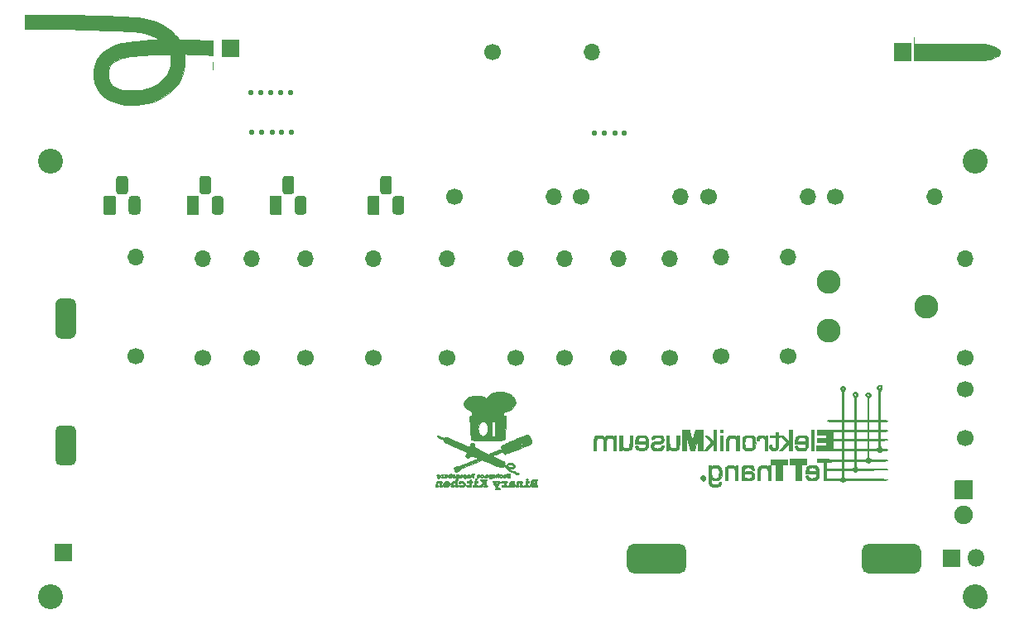
<source format=gbr>
%TF.GenerationSoftware,KiCad,Pcbnew,5.1.7*%
%TF.CreationDate,2020-10-10T21:38:53+02:00*%
%TF.ProjectId,SawToothOrganDIP,53617754-6f6f-4746-984f-7267616e4449,rev?*%
%TF.SameCoordinates,Original*%
%TF.FileFunction,Soldermask,Bot*%
%TF.FilePolarity,Negative*%
%FSLAX46Y46*%
G04 Gerber Fmt 4.6, Leading zero omitted, Abs format (unit mm)*
G04 Created by KiCad (PCBNEW 5.1.7) date 2020-10-10 21:38:53*
%MOMM*%
%LPD*%
G01*
G04 APERTURE LIST*
%ADD10C,0.010000*%
%ADD11O,1.700000X1.700000*%
%ADD12C,1.700000*%
%ADD13C,0.595127*%
%ADD14C,2.555530*%
%ADD15C,2.440000*%
%ADD16C,1.900000*%
%ADD17O,1.800000X1.800000*%
G04 APERTURE END LIST*
D10*
%TO.C,Ref\u002A\u002A*%
G36*
X188263673Y-134537306D02*
G01*
X188524368Y-134570522D01*
X188740581Y-134632972D01*
X188931480Y-134730461D01*
X189116228Y-134868791D01*
X189142896Y-134891925D01*
X189342606Y-135106859D01*
X189459424Y-135329248D01*
X189495081Y-135563819D01*
X189464502Y-135770325D01*
X189372402Y-135967901D01*
X189213776Y-136158529D01*
X189006472Y-136328266D01*
X188768343Y-136463172D01*
X188517237Y-136549306D01*
X188450550Y-136562229D01*
X188343409Y-136583568D01*
X188293456Y-136619785D01*
X188278862Y-136697782D01*
X188278000Y-136774910D01*
X188282637Y-136890295D01*
X188305426Y-136944151D01*
X188359682Y-136959476D01*
X188385161Y-136960000D01*
X188475915Y-136983822D01*
X188518166Y-137027344D01*
X188524923Y-137092863D01*
X188525375Y-137227343D01*
X188520375Y-137417378D01*
X188510778Y-137649562D01*
X188497440Y-137910489D01*
X188481214Y-138186753D01*
X188462956Y-138464948D01*
X188443521Y-138731667D01*
X188423762Y-138973505D01*
X188404535Y-139177055D01*
X188386695Y-139328911D01*
X188371096Y-139415667D01*
X188364983Y-139429950D01*
X188313937Y-139440331D01*
X188189758Y-139450099D01*
X188003979Y-139459102D01*
X187768132Y-139467185D01*
X187493751Y-139474195D01*
X187192368Y-139479979D01*
X186875515Y-139484383D01*
X186554726Y-139487253D01*
X186241533Y-139488436D01*
X185947469Y-139487779D01*
X185684066Y-139485127D01*
X185462857Y-139480327D01*
X185295374Y-139473226D01*
X185265267Y-139471222D01*
X185125658Y-139452528D01*
X185019244Y-139422913D01*
X184980410Y-139399480D01*
X184967116Y-139345550D01*
X184950883Y-139220547D01*
X184932595Y-139037980D01*
X184913135Y-138811357D01*
X184893387Y-138554186D01*
X184874236Y-138279974D01*
X184872242Y-138248626D01*
X185674809Y-138248626D01*
X185691746Y-138477096D01*
X185756088Y-138690751D01*
X185869951Y-138871381D01*
X185883628Y-138886382D01*
X186031558Y-139003922D01*
X186176984Y-139037151D01*
X186324248Y-138986130D01*
X186436940Y-138894193D01*
X186565337Y-138714260D01*
X186628087Y-138533104D01*
X187056599Y-138533104D01*
X187059342Y-138746539D01*
X187070905Y-138896377D01*
X187094093Y-138993123D01*
X187131712Y-139047282D01*
X187186565Y-139069358D01*
X187261459Y-139069856D01*
X187279560Y-139068245D01*
X187410166Y-139055500D01*
X187410166Y-137531500D01*
X187071500Y-137531500D01*
X187059870Y-138245568D01*
X187056599Y-138533104D01*
X186628087Y-138533104D01*
X186640001Y-138498712D01*
X186662572Y-138266493D01*
X186634690Y-138036548D01*
X186557994Y-137827822D01*
X186434125Y-137659259D01*
X186322901Y-137576759D01*
X186214517Y-137526279D01*
X186130957Y-137520511D01*
X186038801Y-137550816D01*
X185887274Y-137656437D01*
X185774689Y-137820087D01*
X185703162Y-138023553D01*
X185674809Y-138248626D01*
X184872242Y-138248626D01*
X184856566Y-138002229D01*
X184841261Y-137734460D01*
X184829205Y-137490175D01*
X184821282Y-137282881D01*
X184818376Y-137126087D01*
X184821370Y-137033301D01*
X184824479Y-137016975D01*
X184878966Y-136973066D01*
X184949586Y-136960000D01*
X185009311Y-136952645D01*
X185042404Y-136916860D01*
X185059269Y-136832066D01*
X185067332Y-136727109D01*
X185069878Y-136635444D01*
X188038111Y-136635444D01*
X188043922Y-136660611D01*
X188066333Y-136663667D01*
X188101178Y-136648177D01*
X188094555Y-136635444D01*
X188044315Y-136630378D01*
X188038111Y-136635444D01*
X185069878Y-136635444D01*
X185071168Y-136589053D01*
X185058199Y-136517217D01*
X185024766Y-136494183D01*
X185018333Y-136493862D01*
X184905006Y-136467679D01*
X184755997Y-136400415D01*
X184598630Y-136307544D01*
X184460232Y-136204539D01*
X184394220Y-136140432D01*
X184263544Y-135939949D01*
X184213360Y-135735537D01*
X184240297Y-135534897D01*
X184330494Y-135365444D01*
X186175444Y-135365444D01*
X186181255Y-135390611D01*
X186203666Y-135393667D01*
X186238511Y-135378177D01*
X186231888Y-135365444D01*
X186181649Y-135360378D01*
X186175444Y-135365444D01*
X184330494Y-135365444D01*
X184340985Y-135345735D01*
X184356652Y-135330167D01*
X186288333Y-135330167D01*
X186309500Y-135351333D01*
X186330666Y-135330167D01*
X186309500Y-135309000D01*
X186288333Y-135330167D01*
X184356652Y-135330167D01*
X184512051Y-135175752D01*
X184750125Y-135032652D01*
X184907015Y-134968685D01*
X185158745Y-134907961D01*
X185443338Y-134884227D01*
X185736181Y-134895692D01*
X186012660Y-134940563D01*
X186248160Y-135017048D01*
X186354597Y-135074085D01*
X186425278Y-135134311D01*
X186430633Y-135197167D01*
X186414826Y-135236362D01*
X186392833Y-135288236D01*
X186410270Y-135271478D01*
X186443664Y-135224333D01*
X186616165Y-135017530D01*
X186827735Y-134828234D01*
X187049714Y-134680298D01*
X187161362Y-134626986D01*
X187281303Y-134583554D01*
X187397361Y-134554733D01*
X187531763Y-134537682D01*
X187706732Y-134529560D01*
X187939333Y-134527524D01*
X188263673Y-134537306D01*
G37*
X188263673Y-134537306D02*
X188524368Y-134570522D01*
X188740581Y-134632972D01*
X188931480Y-134730461D01*
X189116228Y-134868791D01*
X189142896Y-134891925D01*
X189342606Y-135106859D01*
X189459424Y-135329248D01*
X189495081Y-135563819D01*
X189464502Y-135770325D01*
X189372402Y-135967901D01*
X189213776Y-136158529D01*
X189006472Y-136328266D01*
X188768343Y-136463172D01*
X188517237Y-136549306D01*
X188450550Y-136562229D01*
X188343409Y-136583568D01*
X188293456Y-136619785D01*
X188278862Y-136697782D01*
X188278000Y-136774910D01*
X188282637Y-136890295D01*
X188305426Y-136944151D01*
X188359682Y-136959476D01*
X188385161Y-136960000D01*
X188475915Y-136983822D01*
X188518166Y-137027344D01*
X188524923Y-137092863D01*
X188525375Y-137227343D01*
X188520375Y-137417378D01*
X188510778Y-137649562D01*
X188497440Y-137910489D01*
X188481214Y-138186753D01*
X188462956Y-138464948D01*
X188443521Y-138731667D01*
X188423762Y-138973505D01*
X188404535Y-139177055D01*
X188386695Y-139328911D01*
X188371096Y-139415667D01*
X188364983Y-139429950D01*
X188313937Y-139440331D01*
X188189758Y-139450099D01*
X188003979Y-139459102D01*
X187768132Y-139467185D01*
X187493751Y-139474195D01*
X187192368Y-139479979D01*
X186875515Y-139484383D01*
X186554726Y-139487253D01*
X186241533Y-139488436D01*
X185947469Y-139487779D01*
X185684066Y-139485127D01*
X185462857Y-139480327D01*
X185295374Y-139473226D01*
X185265267Y-139471222D01*
X185125658Y-139452528D01*
X185019244Y-139422913D01*
X184980410Y-139399480D01*
X184967116Y-139345550D01*
X184950883Y-139220547D01*
X184932595Y-139037980D01*
X184913135Y-138811357D01*
X184893387Y-138554186D01*
X184874236Y-138279974D01*
X184872242Y-138248626D01*
X185674809Y-138248626D01*
X185691746Y-138477096D01*
X185756088Y-138690751D01*
X185869951Y-138871381D01*
X185883628Y-138886382D01*
X186031558Y-139003922D01*
X186176984Y-139037151D01*
X186324248Y-138986130D01*
X186436940Y-138894193D01*
X186565337Y-138714260D01*
X186628087Y-138533104D01*
X187056599Y-138533104D01*
X187059342Y-138746539D01*
X187070905Y-138896377D01*
X187094093Y-138993123D01*
X187131712Y-139047282D01*
X187186565Y-139069358D01*
X187261459Y-139069856D01*
X187279560Y-139068245D01*
X187410166Y-139055500D01*
X187410166Y-137531500D01*
X187071500Y-137531500D01*
X187059870Y-138245568D01*
X187056599Y-138533104D01*
X186628087Y-138533104D01*
X186640001Y-138498712D01*
X186662572Y-138266493D01*
X186634690Y-138036548D01*
X186557994Y-137827822D01*
X186434125Y-137659259D01*
X186322901Y-137576759D01*
X186214517Y-137526279D01*
X186130957Y-137520511D01*
X186038801Y-137550816D01*
X185887274Y-137656437D01*
X185774689Y-137820087D01*
X185703162Y-138023553D01*
X185674809Y-138248626D01*
X184872242Y-138248626D01*
X184856566Y-138002229D01*
X184841261Y-137734460D01*
X184829205Y-137490175D01*
X184821282Y-137282881D01*
X184818376Y-137126087D01*
X184821370Y-137033301D01*
X184824479Y-137016975D01*
X184878966Y-136973066D01*
X184949586Y-136960000D01*
X185009311Y-136952645D01*
X185042404Y-136916860D01*
X185059269Y-136832066D01*
X185067332Y-136727109D01*
X185069878Y-136635444D01*
X188038111Y-136635444D01*
X188043922Y-136660611D01*
X188066333Y-136663667D01*
X188101178Y-136648177D01*
X188094555Y-136635444D01*
X188044315Y-136630378D01*
X188038111Y-136635444D01*
X185069878Y-136635444D01*
X185071168Y-136589053D01*
X185058199Y-136517217D01*
X185024766Y-136494183D01*
X185018333Y-136493862D01*
X184905006Y-136467679D01*
X184755997Y-136400415D01*
X184598630Y-136307544D01*
X184460232Y-136204539D01*
X184394220Y-136140432D01*
X184263544Y-135939949D01*
X184213360Y-135735537D01*
X184240297Y-135534897D01*
X184330494Y-135365444D01*
X186175444Y-135365444D01*
X186181255Y-135390611D01*
X186203666Y-135393667D01*
X186238511Y-135378177D01*
X186231888Y-135365444D01*
X186181649Y-135360378D01*
X186175444Y-135365444D01*
X184330494Y-135365444D01*
X184340985Y-135345735D01*
X184356652Y-135330167D01*
X186288333Y-135330167D01*
X186309500Y-135351333D01*
X186330666Y-135330167D01*
X186309500Y-135309000D01*
X186288333Y-135330167D01*
X184356652Y-135330167D01*
X184512051Y-135175752D01*
X184750125Y-135032652D01*
X184907015Y-134968685D01*
X185158745Y-134907961D01*
X185443338Y-134884227D01*
X185736181Y-134895692D01*
X186012660Y-134940563D01*
X186248160Y-135017048D01*
X186354597Y-135074085D01*
X186425278Y-135134311D01*
X186430633Y-135197167D01*
X186414826Y-135236362D01*
X186392833Y-135288236D01*
X186410270Y-135271478D01*
X186443664Y-135224333D01*
X186616165Y-135017530D01*
X186827735Y-134828234D01*
X187049714Y-134680298D01*
X187161362Y-134626986D01*
X187281303Y-134583554D01*
X187397361Y-134554733D01*
X187531763Y-134537682D01*
X187706732Y-134529560D01*
X187939333Y-134527524D01*
X188263673Y-134537306D01*
G36*
X190813838Y-138927581D02*
G01*
X190897717Y-138996501D01*
X190977918Y-139126362D01*
X191047755Y-139285048D01*
X191119691Y-139483081D01*
X191150310Y-139623988D01*
X191140625Y-139723968D01*
X191091650Y-139799218D01*
X191080595Y-139809721D01*
X191014662Y-139849701D01*
X190883150Y-139913830D01*
X190698561Y-139997059D01*
X190473401Y-140094340D01*
X190220173Y-140200623D01*
X189951381Y-140310859D01*
X189679530Y-140419999D01*
X189417121Y-140522994D01*
X189176661Y-140614795D01*
X188970652Y-140690353D01*
X188811599Y-140744619D01*
X188712006Y-140772543D01*
X188689709Y-140775158D01*
X188588668Y-140791976D01*
X188547597Y-140832748D01*
X188490806Y-140882289D01*
X188419435Y-140897000D01*
X188332275Y-140871586D01*
X188276238Y-140782653D01*
X188271656Y-140770000D01*
X188225265Y-140681791D01*
X188173935Y-140643077D01*
X188171966Y-140643000D01*
X188112719Y-140658636D01*
X187993504Y-140701113D01*
X187832117Y-140763785D01*
X187661854Y-140833500D01*
X187478466Y-140908589D01*
X187321984Y-140969412D01*
X187209792Y-141009424D01*
X187160496Y-141022225D01*
X187094891Y-141002422D01*
X186993193Y-140955908D01*
X186972457Y-140945094D01*
X186831081Y-140869737D01*
X187438124Y-140622494D01*
X187630446Y-140543761D01*
X188619400Y-140543761D01*
X188631910Y-140543976D01*
X188669653Y-140532458D01*
X188740547Y-140506188D01*
X188852508Y-140462148D01*
X189013456Y-140397320D01*
X189231307Y-140308686D01*
X189513980Y-140193227D01*
X189759666Y-140092782D01*
X190026753Y-139982510D01*
X190268420Y-139880682D01*
X190473347Y-139792233D01*
X190630218Y-139722099D01*
X190727715Y-139675215D01*
X190754500Y-139658953D01*
X190769781Y-139643019D01*
X190776523Y-139632659D01*
X190766691Y-139630922D01*
X190732254Y-139640858D01*
X190665179Y-139665516D01*
X190557433Y-139707945D01*
X190400983Y-139771195D01*
X190187798Y-139858315D01*
X189909844Y-139972355D01*
X189675575Y-140068545D01*
X189402653Y-140181580D01*
X189154967Y-140286039D01*
X188943562Y-140377110D01*
X188779485Y-140449984D01*
X188673783Y-140499851D01*
X188638408Y-140520204D01*
X188624206Y-140534831D01*
X188619400Y-140543761D01*
X187630446Y-140543761D01*
X187648076Y-140536544D01*
X187828893Y-140461692D01*
X187966693Y-140403750D01*
X188047595Y-140368529D01*
X188062841Y-140360922D01*
X188063260Y-140315431D01*
X188041793Y-140221316D01*
X188034833Y-140197746D01*
X188026456Y-140130065D01*
X188448141Y-140130065D01*
X188460197Y-140130679D01*
X188497450Y-140119629D01*
X188567679Y-140093971D01*
X188678666Y-140050764D01*
X188838189Y-139987064D01*
X189054028Y-139899930D01*
X189333964Y-139786418D01*
X189626851Y-139667510D01*
X189953225Y-139535809D01*
X190210442Y-139434221D01*
X190407290Y-139359804D01*
X190552560Y-139309618D01*
X190655041Y-139280721D01*
X190723523Y-139270172D01*
X190766797Y-139275029D01*
X190780434Y-139281487D01*
X190843876Y-139306051D01*
X190860333Y-139289498D01*
X190824422Y-139249045D01*
X190755043Y-139221187D01*
X190695467Y-139222712D01*
X190589518Y-139248022D01*
X190431001Y-139299269D01*
X190213723Y-139378605D01*
X189931493Y-139488180D01*
X189580293Y-139629261D01*
X189296914Y-139745267D01*
X189038635Y-139852666D01*
X188816079Y-139946909D01*
X188639865Y-140023445D01*
X188520617Y-140077722D01*
X188468955Y-140105190D01*
X188468500Y-140105611D01*
X188453502Y-140120728D01*
X188448141Y-140130065D01*
X188026456Y-140130065D01*
X188018020Y-140061915D01*
X188058818Y-139974697D01*
X188149959Y-139946907D01*
X188198165Y-139954664D01*
X188300099Y-139943247D01*
X188357660Y-139891611D01*
X188412676Y-139854872D01*
X188534265Y-139792736D01*
X188710041Y-139710370D01*
X188927622Y-139612944D01*
X189174623Y-139505629D01*
X189438661Y-139393594D01*
X189707351Y-139282008D01*
X189968311Y-139176041D01*
X190209155Y-139080863D01*
X190417500Y-139001643D01*
X190580962Y-138943551D01*
X190687158Y-138911757D01*
X190715490Y-138907333D01*
X190813838Y-138927581D01*
G37*
X190813838Y-138927581D02*
X190897717Y-138996501D01*
X190977918Y-139126362D01*
X191047755Y-139285048D01*
X191119691Y-139483081D01*
X191150310Y-139623988D01*
X191140625Y-139723968D01*
X191091650Y-139799218D01*
X191080595Y-139809721D01*
X191014662Y-139849701D01*
X190883150Y-139913830D01*
X190698561Y-139997059D01*
X190473401Y-140094340D01*
X190220173Y-140200623D01*
X189951381Y-140310859D01*
X189679530Y-140419999D01*
X189417121Y-140522994D01*
X189176661Y-140614795D01*
X188970652Y-140690353D01*
X188811599Y-140744619D01*
X188712006Y-140772543D01*
X188689709Y-140775158D01*
X188588668Y-140791976D01*
X188547597Y-140832748D01*
X188490806Y-140882289D01*
X188419435Y-140897000D01*
X188332275Y-140871586D01*
X188276238Y-140782653D01*
X188271656Y-140770000D01*
X188225265Y-140681791D01*
X188173935Y-140643077D01*
X188171966Y-140643000D01*
X188112719Y-140658636D01*
X187993504Y-140701113D01*
X187832117Y-140763785D01*
X187661854Y-140833500D01*
X187478466Y-140908589D01*
X187321984Y-140969412D01*
X187209792Y-141009424D01*
X187160496Y-141022225D01*
X187094891Y-141002422D01*
X186993193Y-140955908D01*
X186972457Y-140945094D01*
X186831081Y-140869737D01*
X187438124Y-140622494D01*
X187630446Y-140543761D01*
X188619400Y-140543761D01*
X188631910Y-140543976D01*
X188669653Y-140532458D01*
X188740547Y-140506188D01*
X188852508Y-140462148D01*
X189013456Y-140397320D01*
X189231307Y-140308686D01*
X189513980Y-140193227D01*
X189759666Y-140092782D01*
X190026753Y-139982510D01*
X190268420Y-139880682D01*
X190473347Y-139792233D01*
X190630218Y-139722099D01*
X190727715Y-139675215D01*
X190754500Y-139658953D01*
X190769781Y-139643019D01*
X190776523Y-139632659D01*
X190766691Y-139630922D01*
X190732254Y-139640858D01*
X190665179Y-139665516D01*
X190557433Y-139707945D01*
X190400983Y-139771195D01*
X190187798Y-139858315D01*
X189909844Y-139972355D01*
X189675575Y-140068545D01*
X189402653Y-140181580D01*
X189154967Y-140286039D01*
X188943562Y-140377110D01*
X188779485Y-140449984D01*
X188673783Y-140499851D01*
X188638408Y-140520204D01*
X188624206Y-140534831D01*
X188619400Y-140543761D01*
X187630446Y-140543761D01*
X187648076Y-140536544D01*
X187828893Y-140461692D01*
X187966693Y-140403750D01*
X188047595Y-140368529D01*
X188062841Y-140360922D01*
X188063260Y-140315431D01*
X188041793Y-140221316D01*
X188034833Y-140197746D01*
X188026456Y-140130065D01*
X188448141Y-140130065D01*
X188460197Y-140130679D01*
X188497450Y-140119629D01*
X188567679Y-140093971D01*
X188678666Y-140050764D01*
X188838189Y-139987064D01*
X189054028Y-139899930D01*
X189333964Y-139786418D01*
X189626851Y-139667510D01*
X189953225Y-139535809D01*
X190210442Y-139434221D01*
X190407290Y-139359804D01*
X190552560Y-139309618D01*
X190655041Y-139280721D01*
X190723523Y-139270172D01*
X190766797Y-139275029D01*
X190780434Y-139281487D01*
X190843876Y-139306051D01*
X190860333Y-139289498D01*
X190824422Y-139249045D01*
X190755043Y-139221187D01*
X190695467Y-139222712D01*
X190589518Y-139248022D01*
X190431001Y-139299269D01*
X190213723Y-139378605D01*
X189931493Y-139488180D01*
X189580293Y-139629261D01*
X189296914Y-139745267D01*
X189038635Y-139852666D01*
X188816079Y-139946909D01*
X188639865Y-140023445D01*
X188520617Y-140077722D01*
X188468955Y-140105190D01*
X188468500Y-140105611D01*
X188453502Y-140120728D01*
X188448141Y-140130065D01*
X188026456Y-140130065D01*
X188018020Y-140061915D01*
X188058818Y-139974697D01*
X188149959Y-139946907D01*
X188198165Y-139954664D01*
X188300099Y-139943247D01*
X188357660Y-139891611D01*
X188412676Y-139854872D01*
X188534265Y-139792736D01*
X188710041Y-139710370D01*
X188927622Y-139612944D01*
X189174623Y-139505629D01*
X189438661Y-139393594D01*
X189707351Y-139282008D01*
X189968311Y-139176041D01*
X190209155Y-139080863D01*
X190417500Y-139001643D01*
X190580962Y-138943551D01*
X190687158Y-138911757D01*
X190715490Y-138907333D01*
X190813838Y-138927581D01*
G36*
X185824466Y-141434089D02*
G01*
X186004182Y-141512457D01*
X184971507Y-141932757D01*
X184693538Y-142047417D01*
X184441302Y-142154377D01*
X184225532Y-142248849D01*
X184056961Y-142326048D01*
X183946323Y-142381185D01*
X183904813Y-142408493D01*
X183844216Y-142462786D01*
X183729047Y-142534336D01*
X183583555Y-142609482D01*
X183433889Y-142673838D01*
X183373753Y-142688620D01*
X183329918Y-142666426D01*
X183285785Y-142591646D01*
X183244003Y-142495270D01*
X183199968Y-142371537D01*
X183181175Y-142280486D01*
X183186588Y-142249655D01*
X183258284Y-142211568D01*
X183381903Y-142166579D01*
X183526266Y-142123988D01*
X183660193Y-142093096D01*
X183745291Y-142082979D01*
X183814962Y-142067617D01*
X183949986Y-142024223D01*
X184137598Y-141957413D01*
X184365035Y-141871807D01*
X184619532Y-141772023D01*
X184749458Y-141719672D01*
X185644750Y-141355720D01*
X185824466Y-141434089D01*
G37*
X185824466Y-141434089D02*
X186004182Y-141512457D01*
X184971507Y-141932757D01*
X184693538Y-142047417D01*
X184441302Y-142154377D01*
X184225532Y-142248849D01*
X184056961Y-142326048D01*
X183946323Y-142381185D01*
X183904813Y-142408493D01*
X183844216Y-142462786D01*
X183729047Y-142534336D01*
X183583555Y-142609482D01*
X183433889Y-142673838D01*
X183373753Y-142688620D01*
X183329918Y-142666426D01*
X183285785Y-142591646D01*
X183244003Y-142495270D01*
X183199968Y-142371537D01*
X183181175Y-142280486D01*
X183186588Y-142249655D01*
X183258284Y-142211568D01*
X183381903Y-142166579D01*
X183526266Y-142123988D01*
X183660193Y-142093096D01*
X183745291Y-142082979D01*
X183814962Y-142067617D01*
X183949986Y-142024223D01*
X184137598Y-141957413D01*
X184365035Y-141871807D01*
X184619532Y-141772023D01*
X184749458Y-141719672D01*
X185644750Y-141355720D01*
X185824466Y-141434089D01*
G36*
X181598924Y-139002694D02*
G01*
X181759181Y-139051091D01*
X181937945Y-139123365D01*
X182091128Y-139188243D01*
X182185706Y-139219734D01*
X182239364Y-139221168D01*
X182269790Y-139195875D01*
X182275227Y-139186865D01*
X182329016Y-139129012D01*
X182357925Y-139119000D01*
X182406650Y-139135339D01*
X182522934Y-139181571D01*
X182696826Y-139253520D01*
X182918376Y-139347010D01*
X183177633Y-139457864D01*
X183464647Y-139581907D01*
X183568293Y-139627000D01*
X183861828Y-139754489D01*
X184130306Y-139870261D01*
X184363921Y-139970154D01*
X184552865Y-140050004D01*
X184687331Y-140105648D01*
X184757514Y-140132925D01*
X184765091Y-140135000D01*
X184797613Y-140099445D01*
X184848300Y-140007916D01*
X184887297Y-139923333D01*
X184953796Y-139789877D01*
X185019638Y-139726602D01*
X185106767Y-139722097D01*
X185211189Y-139754896D01*
X185291691Y-139800820D01*
X185308312Y-139871532D01*
X185301760Y-139913782D01*
X185293970Y-139982232D01*
X185303708Y-140046308D01*
X185337410Y-140110228D01*
X185401511Y-140178214D01*
X185502448Y-140254482D01*
X185646655Y-140343253D01*
X185840568Y-140448745D01*
X186090624Y-140575177D01*
X186403257Y-140726768D01*
X186784904Y-140907738D01*
X186901988Y-140962828D01*
X187223992Y-141115028D01*
X187523112Y-141258057D01*
X187790328Y-141387475D01*
X188016620Y-141498846D01*
X188192967Y-141587730D01*
X188310350Y-141649689D01*
X188359412Y-141679936D01*
X188397618Y-141747648D01*
X188375658Y-141837838D01*
X188373489Y-141842651D01*
X188349758Y-141922776D01*
X188387185Y-141970091D01*
X188428675Y-141991107D01*
X188510208Y-142014923D01*
X188559838Y-141979495D01*
X188576933Y-141950474D01*
X188645919Y-141876985D01*
X188755188Y-141809040D01*
X188775310Y-141800060D01*
X188895701Y-141762098D01*
X189009429Y-141764082D01*
X189108450Y-141787386D01*
X189291201Y-141865004D01*
X189398718Y-141976562D01*
X189435077Y-142126356D01*
X189435111Y-142131810D01*
X189401223Y-142277477D01*
X189305418Y-142372278D01*
X189156478Y-142411926D01*
X188963188Y-142392132D01*
X188923303Y-142381622D01*
X188831429Y-142359842D01*
X188786808Y-142358237D01*
X188786000Y-142359923D01*
X188821773Y-142387363D01*
X188917440Y-142440587D01*
X189055522Y-142510999D01*
X189218540Y-142590003D01*
X189389016Y-142669004D01*
X189549470Y-142739408D01*
X189602401Y-142761395D01*
X189755144Y-142834408D01*
X189828991Y-142896310D01*
X189835235Y-142923314D01*
X189817060Y-142970205D01*
X189777418Y-142989843D01*
X189703854Y-142979823D01*
X189583912Y-142937742D01*
X189405138Y-142861197D01*
X189323592Y-142824565D01*
X189064916Y-142704501D01*
X188873717Y-142607325D01*
X188738435Y-142525566D01*
X188647511Y-142451752D01*
X188589385Y-142378410D01*
X188567243Y-142335646D01*
X188496788Y-142233432D01*
X188402917Y-142164166D01*
X188308983Y-142138514D01*
X188238336Y-142167143D01*
X188228670Y-142181004D01*
X188189054Y-142225434D01*
X188126425Y-142244172D01*
X188030181Y-142235027D01*
X187889720Y-142195808D01*
X187694440Y-142124324D01*
X187620446Y-142094256D01*
X188714558Y-142094256D01*
X188783768Y-142146826D01*
X188860083Y-142181457D01*
X189043963Y-142239686D01*
X189175091Y-142238074D01*
X189252325Y-142187372D01*
X189281606Y-142125995D01*
X189247931Y-142059950D01*
X189231952Y-142041605D01*
X189103989Y-141953862D01*
X188953386Y-141928056D01*
X188812421Y-141969323D01*
X188805446Y-141973734D01*
X188722866Y-142040673D01*
X188714558Y-142094256D01*
X187620446Y-142094256D01*
X187433737Y-142018386D01*
X187426059Y-142015182D01*
X186877988Y-141788235D01*
X186396087Y-141592786D01*
X185982050Y-141429474D01*
X185637573Y-141298934D01*
X185364349Y-141201805D01*
X185164074Y-141138724D01*
X185038442Y-141110327D01*
X185015168Y-141108667D01*
X184864554Y-141133439D01*
X184755463Y-141211719D01*
X184683153Y-141278219D01*
X184619395Y-141290582D01*
X184522378Y-141256719D01*
X184520916Y-141256096D01*
X184430477Y-141206631D01*
X184391959Y-141145177D01*
X184402384Y-141051953D01*
X184458771Y-140907175D01*
X184465932Y-140891088D01*
X184508640Y-140777585D01*
X184523990Y-140697273D01*
X184518848Y-140677902D01*
X184473908Y-140654369D01*
X184361086Y-140601639D01*
X184190211Y-140524124D01*
X183971113Y-140426234D01*
X183713622Y-140312379D01*
X183427566Y-140186969D01*
X183325000Y-140142243D01*
X182992869Y-139997195D01*
X182730445Y-139881178D01*
X182529599Y-139789905D01*
X182382201Y-139719088D01*
X182280124Y-139664442D01*
X182215237Y-139621679D01*
X182179413Y-139586512D01*
X182164521Y-139554654D01*
X182162212Y-139529040D01*
X182152414Y-139468053D01*
X182110065Y-139418250D01*
X182018493Y-139366337D01*
X181887045Y-139309617D01*
X181673487Y-139211871D01*
X181531603Y-139123604D01*
X181466276Y-139048057D01*
X181462333Y-139027772D01*
X181497645Y-138994452D01*
X181598924Y-139002694D01*
G37*
X181598924Y-139002694D02*
X181759181Y-139051091D01*
X181937945Y-139123365D01*
X182091128Y-139188243D01*
X182185706Y-139219734D01*
X182239364Y-139221168D01*
X182269790Y-139195875D01*
X182275227Y-139186865D01*
X182329016Y-139129012D01*
X182357925Y-139119000D01*
X182406650Y-139135339D01*
X182522934Y-139181571D01*
X182696826Y-139253520D01*
X182918376Y-139347010D01*
X183177633Y-139457864D01*
X183464647Y-139581907D01*
X183568293Y-139627000D01*
X183861828Y-139754489D01*
X184130306Y-139870261D01*
X184363921Y-139970154D01*
X184552865Y-140050004D01*
X184687331Y-140105648D01*
X184757514Y-140132925D01*
X184765091Y-140135000D01*
X184797613Y-140099445D01*
X184848300Y-140007916D01*
X184887297Y-139923333D01*
X184953796Y-139789877D01*
X185019638Y-139726602D01*
X185106767Y-139722097D01*
X185211189Y-139754896D01*
X185291691Y-139800820D01*
X185308312Y-139871532D01*
X185301760Y-139913782D01*
X185293970Y-139982232D01*
X185303708Y-140046308D01*
X185337410Y-140110228D01*
X185401511Y-140178214D01*
X185502448Y-140254482D01*
X185646655Y-140343253D01*
X185840568Y-140448745D01*
X186090624Y-140575177D01*
X186403257Y-140726768D01*
X186784904Y-140907738D01*
X186901988Y-140962828D01*
X187223992Y-141115028D01*
X187523112Y-141258057D01*
X187790328Y-141387475D01*
X188016620Y-141498846D01*
X188192967Y-141587730D01*
X188310350Y-141649689D01*
X188359412Y-141679936D01*
X188397618Y-141747648D01*
X188375658Y-141837838D01*
X188373489Y-141842651D01*
X188349758Y-141922776D01*
X188387185Y-141970091D01*
X188428675Y-141991107D01*
X188510208Y-142014923D01*
X188559838Y-141979495D01*
X188576933Y-141950474D01*
X188645919Y-141876985D01*
X188755188Y-141809040D01*
X188775310Y-141800060D01*
X188895701Y-141762098D01*
X189009429Y-141764082D01*
X189108450Y-141787386D01*
X189291201Y-141865004D01*
X189398718Y-141976562D01*
X189435077Y-142126356D01*
X189435111Y-142131810D01*
X189401223Y-142277477D01*
X189305418Y-142372278D01*
X189156478Y-142411926D01*
X188963188Y-142392132D01*
X188923303Y-142381622D01*
X188831429Y-142359842D01*
X188786808Y-142358237D01*
X188786000Y-142359923D01*
X188821773Y-142387363D01*
X188917440Y-142440587D01*
X189055522Y-142510999D01*
X189218540Y-142590003D01*
X189389016Y-142669004D01*
X189549470Y-142739408D01*
X189602401Y-142761395D01*
X189755144Y-142834408D01*
X189828991Y-142896310D01*
X189835235Y-142923314D01*
X189817060Y-142970205D01*
X189777418Y-142989843D01*
X189703854Y-142979823D01*
X189583912Y-142937742D01*
X189405138Y-142861197D01*
X189323592Y-142824565D01*
X189064916Y-142704501D01*
X188873717Y-142607325D01*
X188738435Y-142525566D01*
X188647511Y-142451752D01*
X188589385Y-142378410D01*
X188567243Y-142335646D01*
X188496788Y-142233432D01*
X188402917Y-142164166D01*
X188308983Y-142138514D01*
X188238336Y-142167143D01*
X188228670Y-142181004D01*
X188189054Y-142225434D01*
X188126425Y-142244172D01*
X188030181Y-142235027D01*
X187889720Y-142195808D01*
X187694440Y-142124324D01*
X187620446Y-142094256D01*
X188714558Y-142094256D01*
X188783768Y-142146826D01*
X188860083Y-142181457D01*
X189043963Y-142239686D01*
X189175091Y-142238074D01*
X189252325Y-142187372D01*
X189281606Y-142125995D01*
X189247931Y-142059950D01*
X189231952Y-142041605D01*
X189103989Y-141953862D01*
X188953386Y-141928056D01*
X188812421Y-141969323D01*
X188805446Y-141973734D01*
X188722866Y-142040673D01*
X188714558Y-142094256D01*
X187620446Y-142094256D01*
X187433737Y-142018386D01*
X187426059Y-142015182D01*
X186877988Y-141788235D01*
X186396087Y-141592786D01*
X185982050Y-141429474D01*
X185637573Y-141298934D01*
X185364349Y-141201805D01*
X185164074Y-141138724D01*
X185038442Y-141110327D01*
X185015168Y-141108667D01*
X184864554Y-141133439D01*
X184755463Y-141211719D01*
X184683153Y-141278219D01*
X184619395Y-141290582D01*
X184522378Y-141256719D01*
X184520916Y-141256096D01*
X184430477Y-141206631D01*
X184391959Y-141145177D01*
X184402384Y-141051953D01*
X184458771Y-140907175D01*
X184465932Y-140891088D01*
X184508640Y-140777585D01*
X184523990Y-140697273D01*
X184518848Y-140677902D01*
X184473908Y-140654369D01*
X184361086Y-140601639D01*
X184190211Y-140524124D01*
X183971113Y-140426234D01*
X183713622Y-140312379D01*
X183427566Y-140186969D01*
X183325000Y-140142243D01*
X182992869Y-139997195D01*
X182730445Y-139881178D01*
X182529599Y-139789905D01*
X182382201Y-139719088D01*
X182280124Y-139664442D01*
X182215237Y-139621679D01*
X182179413Y-139586512D01*
X182164521Y-139554654D01*
X182162212Y-139529040D01*
X182152414Y-139468053D01*
X182110065Y-139418250D01*
X182018493Y-139366337D01*
X181887045Y-139309617D01*
X181673487Y-139211871D01*
X181531603Y-139123604D01*
X181466276Y-139048057D01*
X181462333Y-139027772D01*
X181497645Y-138994452D01*
X181598924Y-139002694D01*
G36*
X188888888Y-142891663D02*
G01*
X188936911Y-142922365D01*
X188957914Y-143002340D01*
X188965250Y-143066583D01*
X188974355Y-143180178D01*
X188974855Y-143251532D01*
X188972537Y-143261298D01*
X188930648Y-143270335D01*
X188841173Y-143280424D01*
X188741083Y-143288273D01*
X188667349Y-143290589D01*
X188655041Y-143289567D01*
X188651270Y-143251132D01*
X188646155Y-143154778D01*
X188757777Y-143154778D01*
X188763588Y-143179945D01*
X188786000Y-143183000D01*
X188820845Y-143167511D01*
X188814222Y-143154778D01*
X188763982Y-143149711D01*
X188757777Y-143154778D01*
X188646155Y-143154778D01*
X188646123Y-143154187D01*
X188643344Y-143087750D01*
X188639407Y-142985444D01*
X188757777Y-142985444D01*
X188763588Y-143010611D01*
X188786000Y-143013667D01*
X188820845Y-142998177D01*
X188814222Y-142985444D01*
X188763982Y-142980378D01*
X188757777Y-142985444D01*
X188639407Y-142985444D01*
X188635605Y-142886667D01*
X188791022Y-142886667D01*
X188888888Y-142891663D01*
G37*
X188888888Y-142891663D02*
X188936911Y-142922365D01*
X188957914Y-143002340D01*
X188965250Y-143066583D01*
X188974355Y-143180178D01*
X188974855Y-143251532D01*
X188972537Y-143261298D01*
X188930648Y-143270335D01*
X188841173Y-143280424D01*
X188741083Y-143288273D01*
X188667349Y-143290589D01*
X188655041Y-143289567D01*
X188651270Y-143251132D01*
X188646155Y-143154778D01*
X188757777Y-143154778D01*
X188763588Y-143179945D01*
X188786000Y-143183000D01*
X188820845Y-143167511D01*
X188814222Y-143154778D01*
X188763982Y-143149711D01*
X188757777Y-143154778D01*
X188646155Y-143154778D01*
X188646123Y-143154187D01*
X188643344Y-143087750D01*
X188639407Y-142985444D01*
X188757777Y-142985444D01*
X188763588Y-143010611D01*
X188786000Y-143013667D01*
X188820845Y-142998177D01*
X188814222Y-142985444D01*
X188763982Y-142980378D01*
X188757777Y-142985444D01*
X188639407Y-142985444D01*
X188635605Y-142886667D01*
X188791022Y-142886667D01*
X188888888Y-142891663D01*
G36*
X188522703Y-142991197D02*
G01*
X188569439Y-143019295D01*
X188536933Y-143053710D01*
X188530813Y-143057629D01*
X188494403Y-143089853D01*
X188524360Y-143097685D01*
X188564460Y-143133348D01*
X188566694Y-143193583D01*
X188539447Y-143261215D01*
X188467051Y-143287538D01*
X188412407Y-143290235D01*
X188312077Y-143284117D01*
X188257003Y-143267339D01*
X188255458Y-143265441D01*
X188253802Y-143209936D01*
X188272261Y-143115873D01*
X188333896Y-143007925D01*
X188436790Y-142972751D01*
X188522703Y-142991197D01*
G37*
X188522703Y-142991197D02*
X188569439Y-143019295D01*
X188536933Y-143053710D01*
X188530813Y-143057629D01*
X188494403Y-143089853D01*
X188524360Y-143097685D01*
X188564460Y-143133348D01*
X188566694Y-143193583D01*
X188539447Y-143261215D01*
X188467051Y-143287538D01*
X188412407Y-143290235D01*
X188312077Y-143284117D01*
X188257003Y-143267339D01*
X188255458Y-143265441D01*
X188253802Y-143209936D01*
X188272261Y-143115873D01*
X188333896Y-143007925D01*
X188436790Y-142972751D01*
X188522703Y-142991197D01*
G36*
X188078974Y-142988488D02*
G01*
X188142533Y-143022133D01*
X188191898Y-143114808D01*
X188174267Y-143204112D01*
X188106014Y-143271936D01*
X188003516Y-143300168D01*
X187907583Y-143281963D01*
X187855454Y-143241375D01*
X187876308Y-143203752D01*
X187959257Y-143183641D01*
X187981666Y-143183000D01*
X188070831Y-143170355D01*
X188108656Y-143139887D01*
X188108666Y-143139338D01*
X188077980Y-143089428D01*
X188013903Y-143064011D01*
X187958406Y-143075862D01*
X187948927Y-143090717D01*
X187909983Y-143139058D01*
X187869411Y-143118510D01*
X187854666Y-143056000D01*
X187876372Y-142992353D01*
X187955103Y-142971639D01*
X187973200Y-142971333D01*
X188078974Y-142988488D01*
G37*
X188078974Y-142988488D02*
X188142533Y-143022133D01*
X188191898Y-143114808D01*
X188174267Y-143204112D01*
X188106014Y-143271936D01*
X188003516Y-143300168D01*
X187907583Y-143281963D01*
X187855454Y-143241375D01*
X187876308Y-143203752D01*
X187959257Y-143183641D01*
X187981666Y-143183000D01*
X188070831Y-143170355D01*
X188108656Y-143139887D01*
X188108666Y-143139338D01*
X188077980Y-143089428D01*
X188013903Y-143064011D01*
X187958406Y-143075862D01*
X187948927Y-143090717D01*
X187909983Y-143139058D01*
X187869411Y-143118510D01*
X187854666Y-143056000D01*
X187876372Y-142992353D01*
X187955103Y-142971639D01*
X187973200Y-142971333D01*
X188078974Y-142988488D01*
G36*
X186066083Y-142979361D02*
G01*
X186175716Y-142998740D01*
X186226168Y-143043148D01*
X186238666Y-143090080D01*
X186223705Y-143213068D01*
X186149317Y-143287534D01*
X186032237Y-143301946D01*
X185960250Y-143281963D01*
X185908121Y-143241375D01*
X185928975Y-143203752D01*
X186011923Y-143183641D01*
X186034333Y-143183000D01*
X186123514Y-143171458D01*
X186161323Y-143143650D01*
X186161333Y-143143165D01*
X186129346Y-143084046D01*
X186059805Y-143073236D01*
X186018000Y-143094321D01*
X185950704Y-143117287D01*
X185911586Y-143066308D01*
X185907333Y-143025222D01*
X185935679Y-142985749D01*
X186028938Y-142976987D01*
X186066083Y-142979361D01*
G37*
X186066083Y-142979361D02*
X186175716Y-142998740D01*
X186226168Y-143043148D01*
X186238666Y-143090080D01*
X186223705Y-143213068D01*
X186149317Y-143287534D01*
X186032237Y-143301946D01*
X185960250Y-143281963D01*
X185908121Y-143241375D01*
X185928975Y-143203752D01*
X186011923Y-143183641D01*
X186034333Y-143183000D01*
X186123514Y-143171458D01*
X186161323Y-143143650D01*
X186161333Y-143143165D01*
X186129346Y-143084046D01*
X186059805Y-143073236D01*
X186018000Y-143094321D01*
X185950704Y-143117287D01*
X185911586Y-143066308D01*
X185907333Y-143025222D01*
X185935679Y-142985749D01*
X186028938Y-142976987D01*
X186066083Y-142979361D01*
G36*
X185779956Y-142985380D02*
G01*
X185859858Y-143046858D01*
X185863510Y-143053217D01*
X185901038Y-143134926D01*
X185891222Y-143187552D01*
X185840809Y-143243476D01*
X185726527Y-143302433D01*
X185585997Y-143284611D01*
X185579250Y-143281963D01*
X185536255Y-143225652D01*
X185529934Y-143132628D01*
X185551247Y-143070111D01*
X185667444Y-143070111D01*
X185673255Y-143095278D01*
X185695666Y-143098333D01*
X185730511Y-143082844D01*
X185723888Y-143070111D01*
X185673649Y-143065044D01*
X185667444Y-143070111D01*
X185551247Y-143070111D01*
X185560611Y-143042647D01*
X185577133Y-143022133D01*
X185672442Y-142975697D01*
X185779956Y-142985380D01*
G37*
X185779956Y-142985380D02*
X185859858Y-143046858D01*
X185863510Y-143053217D01*
X185901038Y-143134926D01*
X185891222Y-143187552D01*
X185840809Y-143243476D01*
X185726527Y-143302433D01*
X185585997Y-143284611D01*
X185579250Y-143281963D01*
X185536255Y-143225652D01*
X185529934Y-143132628D01*
X185551247Y-143070111D01*
X185667444Y-143070111D01*
X185673255Y-143095278D01*
X185695666Y-143098333D01*
X185730511Y-143082844D01*
X185723888Y-143070111D01*
X185673649Y-143065044D01*
X185667444Y-143070111D01*
X185551247Y-143070111D01*
X185560611Y-143042647D01*
X185577133Y-143022133D01*
X185672442Y-142975697D01*
X185779956Y-142985380D01*
G36*
X183573551Y-142979667D02*
G01*
X183674968Y-142995246D01*
X183714219Y-143031190D01*
X183714775Y-143098333D01*
X183702383Y-143204167D01*
X183758168Y-143098333D01*
X183767743Y-143088212D01*
X183893694Y-143088212D01*
X183935305Y-143094991D01*
X183990212Y-143087208D01*
X183990868Y-143072757D01*
X183934209Y-143062651D01*
X183909729Y-143069415D01*
X183893694Y-143088212D01*
X183767743Y-143088212D01*
X183833450Y-143018766D01*
X183934163Y-142983618D01*
X184034138Y-142991778D01*
X184107205Y-143042130D01*
X184128685Y-143114100D01*
X184111142Y-143197921D01*
X184052256Y-143251068D01*
X183938514Y-143279383D01*
X183756408Y-143288710D01*
X183724717Y-143288833D01*
X183569438Y-143286263D01*
X183451477Y-143279460D01*
X183392387Y-143269786D01*
X183389554Y-143267667D01*
X183387021Y-143215443D01*
X183397177Y-143116782D01*
X183398675Y-143106667D01*
X183399600Y-143102633D01*
X183503202Y-143102633D01*
X183516821Y-143170591D01*
X183544536Y-143223620D01*
X183561084Y-143197507D01*
X183568126Y-143169103D01*
X183572024Y-143092158D01*
X183561575Y-143066798D01*
X183521246Y-143056707D01*
X183503202Y-143102633D01*
X183399600Y-143102633D01*
X183419801Y-143014571D01*
X183463781Y-142978874D01*
X183559594Y-142978533D01*
X183573551Y-142979667D01*
G37*
X183573551Y-142979667D02*
X183674968Y-142995246D01*
X183714219Y-143031190D01*
X183714775Y-143098333D01*
X183702383Y-143204167D01*
X183758168Y-143098333D01*
X183767743Y-143088212D01*
X183893694Y-143088212D01*
X183935305Y-143094991D01*
X183990212Y-143087208D01*
X183990868Y-143072757D01*
X183934209Y-143062651D01*
X183909729Y-143069415D01*
X183893694Y-143088212D01*
X183767743Y-143088212D01*
X183833450Y-143018766D01*
X183934163Y-142983618D01*
X184034138Y-142991778D01*
X184107205Y-143042130D01*
X184128685Y-143114100D01*
X184111142Y-143197921D01*
X184052256Y-143251068D01*
X183938514Y-143279383D01*
X183756408Y-143288710D01*
X183724717Y-143288833D01*
X183569438Y-143286263D01*
X183451477Y-143279460D01*
X183392387Y-143269786D01*
X183389554Y-143267667D01*
X183387021Y-143215443D01*
X183397177Y-143116782D01*
X183398675Y-143106667D01*
X183399600Y-143102633D01*
X183503202Y-143102633D01*
X183516821Y-143170591D01*
X183544536Y-143223620D01*
X183561084Y-143197507D01*
X183568126Y-143169103D01*
X183572024Y-143092158D01*
X183561575Y-143066798D01*
X183521246Y-143056707D01*
X183503202Y-143102633D01*
X183399600Y-143102633D01*
X183419801Y-143014571D01*
X183463781Y-142978874D01*
X183559594Y-142978533D01*
X183573551Y-142979667D01*
G36*
X182947418Y-142855324D02*
G01*
X182964486Y-142903108D01*
X182956052Y-143009899D01*
X182954695Y-143020147D01*
X182945881Y-143131275D01*
X182960984Y-143170781D01*
X182981012Y-143165121D01*
X182982962Y-143161833D01*
X183198000Y-143161833D01*
X183219166Y-143183000D01*
X183240333Y-143161833D01*
X183219166Y-143140667D01*
X183198000Y-143161833D01*
X182982962Y-143161833D01*
X183018549Y-143101834D01*
X183019206Y-143063391D01*
X183035677Y-143009373D01*
X183118021Y-142982375D01*
X183145083Y-142979234D01*
X183239529Y-142979450D01*
X183285451Y-142997740D01*
X183286147Y-143000401D01*
X183295077Y-143064523D01*
X183308611Y-143150118D01*
X183308540Y-143238875D01*
X183254695Y-143282173D01*
X183219913Y-143292428D01*
X183117885Y-143296475D01*
X183055971Y-143272761D01*
X182996368Y-143244366D01*
X182975846Y-143249931D01*
X182890299Y-143287672D01*
X182771522Y-143293356D01*
X182664400Y-143267593D01*
X182631307Y-143245260D01*
X182575187Y-143180944D01*
X182571659Y-143126771D01*
X182575134Y-143119500D01*
X182690000Y-143119500D01*
X182723886Y-143175624D01*
X182753500Y-143183000D01*
X182809624Y-143149113D01*
X182817000Y-143119500D01*
X182783113Y-143063376D01*
X182753500Y-143056000D01*
X182697375Y-143089886D01*
X182690000Y-143119500D01*
X182575134Y-143119500D01*
X182606822Y-143053217D01*
X182676992Y-142986826D01*
X182733822Y-142971333D01*
X182801622Y-142944506D01*
X182817000Y-142907833D01*
X182852008Y-142855553D01*
X182897638Y-142844333D01*
X182947418Y-142855324D01*
G37*
X182947418Y-142855324D02*
X182964486Y-142903108D01*
X182956052Y-143009899D01*
X182954695Y-143020147D01*
X182945881Y-143131275D01*
X182960984Y-143170781D01*
X182981012Y-143165121D01*
X182982962Y-143161833D01*
X183198000Y-143161833D01*
X183219166Y-143183000D01*
X183240333Y-143161833D01*
X183219166Y-143140667D01*
X183198000Y-143161833D01*
X182982962Y-143161833D01*
X183018549Y-143101834D01*
X183019206Y-143063391D01*
X183035677Y-143009373D01*
X183118021Y-142982375D01*
X183145083Y-142979234D01*
X183239529Y-142979450D01*
X183285451Y-142997740D01*
X183286147Y-143000401D01*
X183295077Y-143064523D01*
X183308611Y-143150118D01*
X183308540Y-143238875D01*
X183254695Y-143282173D01*
X183219913Y-143292428D01*
X183117885Y-143296475D01*
X183055971Y-143272761D01*
X182996368Y-143244366D01*
X182975846Y-143249931D01*
X182890299Y-143287672D01*
X182771522Y-143293356D01*
X182664400Y-143267593D01*
X182631307Y-143245260D01*
X182575187Y-143180944D01*
X182571659Y-143126771D01*
X182575134Y-143119500D01*
X182690000Y-143119500D01*
X182723886Y-143175624D01*
X182753500Y-143183000D01*
X182809624Y-143149113D01*
X182817000Y-143119500D01*
X182783113Y-143063376D01*
X182753500Y-143056000D01*
X182697375Y-143089886D01*
X182690000Y-143119500D01*
X182575134Y-143119500D01*
X182606822Y-143053217D01*
X182676992Y-142986826D01*
X182733822Y-142971333D01*
X182801622Y-142944506D01*
X182817000Y-142907833D01*
X182852008Y-142855553D01*
X182897638Y-142844333D01*
X182947418Y-142855324D01*
G36*
X182538871Y-142992231D02*
G01*
X182541620Y-143067158D01*
X182534694Y-143108917D01*
X182512853Y-143207734D01*
X182495154Y-143262015D01*
X182494189Y-143263369D01*
X182441766Y-143277995D01*
X182332521Y-143286958D01*
X182194114Y-143290169D01*
X182054205Y-143287540D01*
X181940454Y-143278984D01*
X181881862Y-143265315D01*
X181856851Y-143232256D01*
X181906827Y-143199442D01*
X181925673Y-143192145D01*
X181991421Y-143158731D01*
X181982093Y-143127130D01*
X181966987Y-143116536D01*
X181896972Y-143082571D01*
X181875083Y-143077815D01*
X181843717Y-143044526D01*
X181842739Y-143034833D01*
X181879616Y-143004708D01*
X181971123Y-142985262D01*
X181991268Y-142983683D01*
X182089235Y-142983305D01*
X182123828Y-143008217D01*
X182115713Y-143073195D01*
X182117688Y-143163886D01*
X182157684Y-143197100D01*
X182205748Y-143196285D01*
X182223434Y-143132556D01*
X182224333Y-143097005D01*
X182237842Y-143004778D01*
X182288218Y-142972561D01*
X182309806Y-142971333D01*
X182369625Y-142986089D01*
X182375589Y-143046195D01*
X182368717Y-143077167D01*
X182363291Y-143160302D01*
X182389077Y-143183000D01*
X182424338Y-143146802D01*
X182436000Y-143077167D01*
X182457748Y-142992508D01*
X182498441Y-142971333D01*
X182538871Y-142992231D01*
G37*
X182538871Y-142992231D02*
X182541620Y-143067158D01*
X182534694Y-143108917D01*
X182512853Y-143207734D01*
X182495154Y-143262015D01*
X182494189Y-143263369D01*
X182441766Y-143277995D01*
X182332521Y-143286958D01*
X182194114Y-143290169D01*
X182054205Y-143287540D01*
X181940454Y-143278984D01*
X181881862Y-143265315D01*
X181856851Y-143232256D01*
X181906827Y-143199442D01*
X181925673Y-143192145D01*
X181991421Y-143158731D01*
X181982093Y-143127130D01*
X181966987Y-143116536D01*
X181896972Y-143082571D01*
X181875083Y-143077815D01*
X181843717Y-143044526D01*
X181842739Y-143034833D01*
X181879616Y-143004708D01*
X181971123Y-142985262D01*
X181991268Y-142983683D01*
X182089235Y-142983305D01*
X182123828Y-143008217D01*
X182115713Y-143073195D01*
X182117688Y-143163886D01*
X182157684Y-143197100D01*
X182205748Y-143196285D01*
X182223434Y-143132556D01*
X182224333Y-143097005D01*
X182237842Y-143004778D01*
X182288218Y-142972561D01*
X182309806Y-142971333D01*
X182369625Y-142986089D01*
X182375589Y-143046195D01*
X182368717Y-143077167D01*
X182363291Y-143160302D01*
X182389077Y-143183000D01*
X182424338Y-143146802D01*
X182436000Y-143077167D01*
X182457748Y-142992508D01*
X182498441Y-142971333D01*
X182538871Y-142992231D01*
G36*
X187774600Y-142885403D02*
G01*
X187790416Y-143008611D01*
X187791166Y-143056000D01*
X187780899Y-143201403D01*
X187750097Y-143264668D01*
X187738250Y-143267667D01*
X187689100Y-143239072D01*
X187685333Y-143222309D01*
X187661562Y-143211453D01*
X187618545Y-143243740D01*
X187536632Y-143286847D01*
X187482055Y-143271520D01*
X187378592Y-143257704D01*
X187335577Y-143273601D01*
X187231214Y-143298818D01*
X187143890Y-143271230D01*
X187100944Y-143202589D01*
X187101183Y-143172843D01*
X187089699Y-143094691D01*
X187060916Y-143066990D01*
X187025006Y-143087331D01*
X187008563Y-143157460D01*
X187012332Y-143244595D01*
X187037056Y-143315953D01*
X187054852Y-143333960D01*
X187074174Y-143372177D01*
X187044269Y-143399310D01*
X186975693Y-143432327D01*
X186915446Y-143415550D01*
X186881000Y-143394018D01*
X186838784Y-143354169D01*
X186872528Y-143316295D01*
X186881000Y-143310648D01*
X186915047Y-143279067D01*
X186873574Y-143268754D01*
X186851748Y-143268315D01*
X186765499Y-143249279D01*
X186731128Y-143222575D01*
X186682054Y-143208844D01*
X186628074Y-143245527D01*
X186515000Y-143294849D01*
X186436583Y-143292480D01*
X186337611Y-143269983D01*
X186303353Y-143232963D01*
X186315129Y-143152289D01*
X186321923Y-143126345D01*
X186773113Y-143126345D01*
X186804967Y-143173741D01*
X186838666Y-143183000D01*
X186893866Y-143152521D01*
X186900358Y-143143592D01*
X186897609Y-143093408D01*
X186846716Y-143066597D01*
X186795642Y-143077593D01*
X186773113Y-143126345D01*
X186321923Y-143126345D01*
X186324273Y-143117372D01*
X186366987Y-143024505D01*
X186448591Y-142985252D01*
X186492207Y-142979234D01*
X186585318Y-142982325D01*
X186626792Y-143008441D01*
X186627000Y-143010984D01*
X186593569Y-143053229D01*
X186574083Y-143056648D01*
X186550339Y-143069926D01*
X186582639Y-143096185D01*
X186650276Y-143103824D01*
X186700041Y-143055224D01*
X186746013Y-143011618D01*
X186821342Y-142987224D01*
X186947278Y-142977302D01*
X187053783Y-142976317D01*
X187224498Y-142982040D01*
X187324677Y-142999645D01*
X187367942Y-143031777D01*
X187370298Y-143037796D01*
X187407161Y-143153002D01*
X187434799Y-143203662D01*
X187470380Y-143205679D01*
X187523001Y-143179253D01*
X187585816Y-143138051D01*
X187577251Y-143103443D01*
X187544796Y-143077510D01*
X187480721Y-143013688D01*
X187493971Y-142979219D01*
X187579500Y-142981694D01*
X187659684Y-142983012D01*
X187684970Y-142935340D01*
X187685333Y-142923129D01*
X187708877Y-142857676D01*
X187738250Y-142844333D01*
X187774600Y-142885403D01*
G37*
X187774600Y-142885403D02*
X187790416Y-143008611D01*
X187791166Y-143056000D01*
X187780899Y-143201403D01*
X187750097Y-143264668D01*
X187738250Y-143267667D01*
X187689100Y-143239072D01*
X187685333Y-143222309D01*
X187661562Y-143211453D01*
X187618545Y-143243740D01*
X187536632Y-143286847D01*
X187482055Y-143271520D01*
X187378592Y-143257704D01*
X187335577Y-143273601D01*
X187231214Y-143298818D01*
X187143890Y-143271230D01*
X187100944Y-143202589D01*
X187101183Y-143172843D01*
X187089699Y-143094691D01*
X187060916Y-143066990D01*
X187025006Y-143087331D01*
X187008563Y-143157460D01*
X187012332Y-143244595D01*
X187037056Y-143315953D01*
X187054852Y-143333960D01*
X187074174Y-143372177D01*
X187044269Y-143399310D01*
X186975693Y-143432327D01*
X186915446Y-143415550D01*
X186881000Y-143394018D01*
X186838784Y-143354169D01*
X186872528Y-143316295D01*
X186881000Y-143310648D01*
X186915047Y-143279067D01*
X186873574Y-143268754D01*
X186851748Y-143268315D01*
X186765499Y-143249279D01*
X186731128Y-143222575D01*
X186682054Y-143208844D01*
X186628074Y-143245527D01*
X186515000Y-143294849D01*
X186436583Y-143292480D01*
X186337611Y-143269983D01*
X186303353Y-143232963D01*
X186315129Y-143152289D01*
X186321923Y-143126345D01*
X186773113Y-143126345D01*
X186804967Y-143173741D01*
X186838666Y-143183000D01*
X186893866Y-143152521D01*
X186900358Y-143143592D01*
X186897609Y-143093408D01*
X186846716Y-143066597D01*
X186795642Y-143077593D01*
X186773113Y-143126345D01*
X186321923Y-143126345D01*
X186324273Y-143117372D01*
X186366987Y-143024505D01*
X186448591Y-142985252D01*
X186492207Y-142979234D01*
X186585318Y-142982325D01*
X186626792Y-143008441D01*
X186627000Y-143010984D01*
X186593569Y-143053229D01*
X186574083Y-143056648D01*
X186550339Y-143069926D01*
X186582639Y-143096185D01*
X186650276Y-143103824D01*
X186700041Y-143055224D01*
X186746013Y-143011618D01*
X186821342Y-142987224D01*
X186947278Y-142977302D01*
X187053783Y-142976317D01*
X187224498Y-142982040D01*
X187324677Y-142999645D01*
X187367942Y-143031777D01*
X187370298Y-143037796D01*
X187407161Y-143153002D01*
X187434799Y-143203662D01*
X187470380Y-143205679D01*
X187523001Y-143179253D01*
X187585816Y-143138051D01*
X187577251Y-143103443D01*
X187544796Y-143077510D01*
X187480721Y-143013688D01*
X187493971Y-142979219D01*
X187579500Y-142981694D01*
X187659684Y-142983012D01*
X187684970Y-142935340D01*
X187685333Y-142923129D01*
X187708877Y-142857676D01*
X187738250Y-142844333D01*
X187774600Y-142885403D01*
G36*
X185249652Y-143085757D02*
G01*
X185237321Y-143219380D01*
X185208221Y-143281377D01*
X185195584Y-143284600D01*
X185099505Y-143272921D01*
X185072660Y-143251880D01*
X185099708Y-143208152D01*
X185103000Y-143204167D01*
X185132250Y-143152994D01*
X185123433Y-143140667D01*
X185074785Y-143170752D01*
X185040930Y-143209370D01*
X184963213Y-143257747D01*
X184836114Y-143285890D01*
X184693359Y-143289750D01*
X184570299Y-143265893D01*
X184467350Y-143253805D01*
X184411222Y-143305238D01*
X184404500Y-143348805D01*
X184376353Y-143413606D01*
X184306580Y-143417475D01*
X184248997Y-143384654D01*
X184201698Y-143310827D01*
X184195089Y-143288833D01*
X184256333Y-143288833D01*
X184277500Y-143310000D01*
X184298666Y-143288833D01*
X184277500Y-143267667D01*
X184256333Y-143288833D01*
X184195089Y-143288833D01*
X184165950Y-143191872D01*
X184159487Y-143151250D01*
X184157719Y-143132729D01*
X184266034Y-143132729D01*
X184284459Y-143175912D01*
X184316305Y-143183000D01*
X184374621Y-143148915D01*
X184383333Y-143115972D01*
X184368557Y-143088212D01*
X184655694Y-143088212D01*
X184697305Y-143094991D01*
X184752212Y-143087208D01*
X184752868Y-143072757D01*
X184696209Y-143062651D01*
X184671729Y-143069415D01*
X184655694Y-143088212D01*
X184368557Y-143088212D01*
X184358656Y-143069613D01*
X184307881Y-143077005D01*
X184266034Y-143132729D01*
X184157719Y-143132729D01*
X184148744Y-143038770D01*
X184163656Y-142986871D01*
X184219448Y-142972113D01*
X184276344Y-142971333D01*
X184389042Y-142989782D01*
X184467506Y-143034261D01*
X184468389Y-143035303D01*
X184516976Y-143077084D01*
X184559810Y-143046400D01*
X184571194Y-143031282D01*
X184653147Y-142979842D01*
X184755683Y-142989156D01*
X184848177Y-143052554D01*
X184879066Y-143098333D01*
X184913792Y-143160417D01*
X184932654Y-143161535D01*
X184943094Y-143092601D01*
X184948421Y-143013667D01*
X185060666Y-143013667D01*
X185092881Y-143054770D01*
X185103000Y-143056000D01*
X185144103Y-143023785D01*
X185145333Y-143013667D01*
X185113118Y-142972563D01*
X185103000Y-142971333D01*
X185061896Y-143003548D01*
X185060666Y-143013667D01*
X184948421Y-143013667D01*
X184966792Y-142940086D01*
X185026803Y-142905884D01*
X185104151Y-142895257D01*
X185253469Y-142882680D01*
X185249652Y-143085757D01*
G37*
X185249652Y-143085757D02*
X185237321Y-143219380D01*
X185208221Y-143281377D01*
X185195584Y-143284600D01*
X185099505Y-143272921D01*
X185072660Y-143251880D01*
X185099708Y-143208152D01*
X185103000Y-143204167D01*
X185132250Y-143152994D01*
X185123433Y-143140667D01*
X185074785Y-143170752D01*
X185040930Y-143209370D01*
X184963213Y-143257747D01*
X184836114Y-143285890D01*
X184693359Y-143289750D01*
X184570299Y-143265893D01*
X184467350Y-143253805D01*
X184411222Y-143305238D01*
X184404500Y-143348805D01*
X184376353Y-143413606D01*
X184306580Y-143417475D01*
X184248997Y-143384654D01*
X184201698Y-143310827D01*
X184195089Y-143288833D01*
X184256333Y-143288833D01*
X184277500Y-143310000D01*
X184298666Y-143288833D01*
X184277500Y-143267667D01*
X184256333Y-143288833D01*
X184195089Y-143288833D01*
X184165950Y-143191872D01*
X184159487Y-143151250D01*
X184157719Y-143132729D01*
X184266034Y-143132729D01*
X184284459Y-143175912D01*
X184316305Y-143183000D01*
X184374621Y-143148915D01*
X184383333Y-143115972D01*
X184368557Y-143088212D01*
X184655694Y-143088212D01*
X184697305Y-143094991D01*
X184752212Y-143087208D01*
X184752868Y-143072757D01*
X184696209Y-143062651D01*
X184671729Y-143069415D01*
X184655694Y-143088212D01*
X184368557Y-143088212D01*
X184358656Y-143069613D01*
X184307881Y-143077005D01*
X184266034Y-143132729D01*
X184157719Y-143132729D01*
X184148744Y-143038770D01*
X184163656Y-142986871D01*
X184219448Y-142972113D01*
X184276344Y-142971333D01*
X184389042Y-142989782D01*
X184467506Y-143034261D01*
X184468389Y-143035303D01*
X184516976Y-143077084D01*
X184559810Y-143046400D01*
X184571194Y-143031282D01*
X184653147Y-142979842D01*
X184755683Y-142989156D01*
X184848177Y-143052554D01*
X184879066Y-143098333D01*
X184913792Y-143160417D01*
X184932654Y-143161535D01*
X184943094Y-143092601D01*
X184948421Y-143013667D01*
X185060666Y-143013667D01*
X185092881Y-143054770D01*
X185103000Y-143056000D01*
X185144103Y-143023785D01*
X185145333Y-143013667D01*
X185113118Y-142972563D01*
X185103000Y-142971333D01*
X185061896Y-143003548D01*
X185060666Y-143013667D01*
X184948421Y-143013667D01*
X184966792Y-142940086D01*
X185026803Y-142905884D01*
X185104151Y-142895257D01*
X185253469Y-142882680D01*
X185249652Y-143085757D01*
G36*
X181674687Y-142986315D02*
G01*
X181750200Y-143022133D01*
X181795952Y-143111606D01*
X181787479Y-143206513D01*
X181748083Y-143254980D01*
X181699561Y-143322133D01*
X181695166Y-143348805D01*
X181667020Y-143413606D01*
X181597247Y-143417475D01*
X181539664Y-143384654D01*
X181492365Y-143310827D01*
X181485756Y-143288833D01*
X181547000Y-143288833D01*
X181568166Y-143310000D01*
X181589333Y-143288833D01*
X181568166Y-143267667D01*
X181547000Y-143288833D01*
X181485756Y-143288833D01*
X181456617Y-143191872D01*
X181450154Y-143151250D01*
X181447790Y-143126345D01*
X181566113Y-143126345D01*
X181597967Y-143173741D01*
X181631666Y-143183000D01*
X181686866Y-143152521D01*
X181693358Y-143143592D01*
X181690609Y-143093408D01*
X181639716Y-143066597D01*
X181588642Y-143077593D01*
X181566113Y-143126345D01*
X181447790Y-143126345D01*
X181439477Y-143038784D01*
X181454288Y-142986880D01*
X181509374Y-142972113D01*
X181563728Y-142971333D01*
X181674687Y-142986315D01*
G37*
X181674687Y-142986315D02*
X181750200Y-143022133D01*
X181795952Y-143111606D01*
X181787479Y-143206513D01*
X181748083Y-143254980D01*
X181699561Y-143322133D01*
X181695166Y-143348805D01*
X181667020Y-143413606D01*
X181597247Y-143417475D01*
X181539664Y-143384654D01*
X181492365Y-143310827D01*
X181485756Y-143288833D01*
X181547000Y-143288833D01*
X181568166Y-143310000D01*
X181589333Y-143288833D01*
X181568166Y-143267667D01*
X181547000Y-143288833D01*
X181485756Y-143288833D01*
X181456617Y-143191872D01*
X181450154Y-143151250D01*
X181447790Y-143126345D01*
X181566113Y-143126345D01*
X181597967Y-143173741D01*
X181631666Y-143183000D01*
X181686866Y-143152521D01*
X181693358Y-143143592D01*
X181690609Y-143093408D01*
X181639716Y-143066597D01*
X181588642Y-143077593D01*
X181566113Y-143126345D01*
X181447790Y-143126345D01*
X181439477Y-143038784D01*
X181454288Y-142986880D01*
X181509374Y-142972113D01*
X181563728Y-142971333D01*
X181674687Y-142986315D01*
G36*
X190752823Y-143414510D02*
G01*
X190775666Y-143479333D01*
X190750862Y-143545726D01*
X190669833Y-143564000D01*
X190586842Y-143544156D01*
X190564000Y-143479333D01*
X190588804Y-143412941D01*
X190669833Y-143394667D01*
X190752823Y-143414510D01*
G37*
X190752823Y-143414510D02*
X190775666Y-143479333D01*
X190750862Y-143545726D01*
X190669833Y-143564000D01*
X190586842Y-143544156D01*
X190564000Y-143479333D01*
X190588804Y-143412941D01*
X190669833Y-143394667D01*
X190752823Y-143414510D01*
G36*
X185512418Y-143424601D02*
G01*
X185526333Y-143479333D01*
X185496399Y-143550085D01*
X185441666Y-143564000D01*
X185370914Y-143534066D01*
X185357000Y-143479333D01*
X185386934Y-143408581D01*
X185441666Y-143394667D01*
X185512418Y-143424601D01*
G37*
X185512418Y-143424601D02*
X185526333Y-143479333D01*
X185496399Y-143550085D01*
X185441666Y-143564000D01*
X185370914Y-143534066D01*
X185357000Y-143479333D01*
X185386934Y-143408581D01*
X185441666Y-143394667D01*
X185512418Y-143424601D01*
G36*
X191627815Y-143444164D02*
G01*
X191706445Y-143469338D01*
X191737111Y-143508544D01*
X191737498Y-143576343D01*
X191714616Y-143596739D01*
X191686455Y-143644943D01*
X191669748Y-143747002D01*
X191664957Y-143872821D01*
X191672544Y-143992305D01*
X191692969Y-144075359D01*
X191707000Y-144093167D01*
X191745952Y-144154418D01*
X191749333Y-144180332D01*
X191730477Y-144212915D01*
X191664223Y-144231966D01*
X191536040Y-144240299D01*
X191434233Y-144241333D01*
X191267705Y-144238392D01*
X191163771Y-144225951D01*
X191100459Y-144198585D01*
X191055793Y-144150866D01*
X191053233Y-144147247D01*
X190995203Y-144038419D01*
X190997463Y-144014628D01*
X191166028Y-144014628D01*
X191187962Y-144050506D01*
X191285210Y-144070952D01*
X191322472Y-144072000D01*
X191439978Y-144062594D01*
X191490346Y-144030340D01*
X191495333Y-144005944D01*
X191473606Y-143962101D01*
X191396386Y-143949916D01*
X191339855Y-143953028D01*
X191217346Y-143977431D01*
X191166028Y-144014628D01*
X190997463Y-144014628D01*
X191002964Y-143956745D01*
X191039104Y-143910162D01*
X191071389Y-143834854D01*
X191079123Y-143722791D01*
X191078574Y-143715601D01*
X191082955Y-143683294D01*
X191249462Y-143683294D01*
X191262500Y-143733333D01*
X191320853Y-143766103D01*
X191391998Y-143775667D01*
X191473716Y-143754798D01*
X191495333Y-143691000D01*
X191469863Y-143624045D01*
X191391998Y-143606333D01*
X191291738Y-143628112D01*
X191249462Y-143683294D01*
X191082955Y-143683294D01*
X191096657Y-143582263D01*
X191180403Y-143493396D01*
X191333617Y-143446392D01*
X191484914Y-143437000D01*
X191627815Y-143444164D01*
G37*
X191627815Y-143444164D02*
X191706445Y-143469338D01*
X191737111Y-143508544D01*
X191737498Y-143576343D01*
X191714616Y-143596739D01*
X191686455Y-143644943D01*
X191669748Y-143747002D01*
X191664957Y-143872821D01*
X191672544Y-143992305D01*
X191692969Y-144075359D01*
X191707000Y-144093167D01*
X191745952Y-144154418D01*
X191749333Y-144180332D01*
X191730477Y-144212915D01*
X191664223Y-144231966D01*
X191536040Y-144240299D01*
X191434233Y-144241333D01*
X191267705Y-144238392D01*
X191163771Y-144225951D01*
X191100459Y-144198585D01*
X191055793Y-144150866D01*
X191053233Y-144147247D01*
X190995203Y-144038419D01*
X190997463Y-144014628D01*
X191166028Y-144014628D01*
X191187962Y-144050506D01*
X191285210Y-144070952D01*
X191322472Y-144072000D01*
X191439978Y-144062594D01*
X191490346Y-144030340D01*
X191495333Y-144005944D01*
X191473606Y-143962101D01*
X191396386Y-143949916D01*
X191339855Y-143953028D01*
X191217346Y-143977431D01*
X191166028Y-144014628D01*
X190997463Y-144014628D01*
X191002964Y-143956745D01*
X191039104Y-143910162D01*
X191071389Y-143834854D01*
X191079123Y-143722791D01*
X191078574Y-143715601D01*
X191082955Y-143683294D01*
X191249462Y-143683294D01*
X191262500Y-143733333D01*
X191320853Y-143766103D01*
X191391998Y-143775667D01*
X191473716Y-143754798D01*
X191495333Y-143691000D01*
X191469863Y-143624045D01*
X191391998Y-143606333D01*
X191291738Y-143628112D01*
X191249462Y-143683294D01*
X191082955Y-143683294D01*
X191096657Y-143582263D01*
X191180403Y-143493396D01*
X191333617Y-143446392D01*
X191484914Y-143437000D01*
X191627815Y-143444164D01*
G36*
X190848773Y-143658146D02*
G01*
X190897824Y-143690995D01*
X190902666Y-143716130D01*
X190867127Y-143780284D01*
X190818000Y-143805734D01*
X190749255Y-143858078D01*
X190727387Y-143943790D01*
X190751123Y-144028537D01*
X190819191Y-144077990D01*
X190828150Y-144079639D01*
X190908796Y-144119364D01*
X190937088Y-144167250D01*
X190934947Y-144204931D01*
X190899959Y-144227248D01*
X190815951Y-144238070D01*
X190666750Y-144241268D01*
X190627500Y-144241333D01*
X190463251Y-144239198D01*
X190367440Y-144230213D01*
X190323890Y-144210509D01*
X190316425Y-144176214D01*
X190317841Y-144167250D01*
X190368978Y-144104113D01*
X190447945Y-144079771D01*
X190517225Y-144065183D01*
X190551497Y-144026800D01*
X190562974Y-143941234D01*
X190564000Y-143857521D01*
X190564000Y-143648667D01*
X190733333Y-143648667D01*
X190848773Y-143658146D01*
G37*
X190848773Y-143658146D02*
X190897824Y-143690995D01*
X190902666Y-143716130D01*
X190867127Y-143780284D01*
X190818000Y-143805734D01*
X190749255Y-143858078D01*
X190727387Y-143943790D01*
X190751123Y-144028537D01*
X190819191Y-144077990D01*
X190828150Y-144079639D01*
X190908796Y-144119364D01*
X190937088Y-144167250D01*
X190934947Y-144204931D01*
X190899959Y-144227248D01*
X190815951Y-144238070D01*
X190666750Y-144241268D01*
X190627500Y-144241333D01*
X190463251Y-144239198D01*
X190367440Y-144230213D01*
X190323890Y-144210509D01*
X190316425Y-144176214D01*
X190317841Y-144167250D01*
X190368978Y-144104113D01*
X190447945Y-144079771D01*
X190517225Y-144065183D01*
X190551497Y-144026800D01*
X190562974Y-143941234D01*
X190564000Y-143857521D01*
X190564000Y-143648667D01*
X190733333Y-143648667D01*
X190848773Y-143658146D01*
G36*
X190003083Y-143636787D02*
G01*
X190145298Y-143664285D01*
X190221484Y-143707387D01*
X190224646Y-143759870D01*
X190183000Y-143796833D01*
X190147526Y-143861219D01*
X190143745Y-143963589D01*
X190169083Y-144064504D01*
X190203700Y-144113946D01*
X190247803Y-144176853D01*
X190213640Y-144220902D01*
X190106527Y-144240741D01*
X190077166Y-144241333D01*
X189957955Y-144224198D01*
X189898991Y-144179430D01*
X189911214Y-144116981D01*
X189924221Y-144102178D01*
X189964178Y-144019456D01*
X189967610Y-143915335D01*
X189937124Y-143828617D01*
X189904013Y-143801225D01*
X189819351Y-143790624D01*
X189774902Y-143844053D01*
X189767343Y-143967477D01*
X189773620Y-144035390D01*
X189798010Y-144241333D01*
X189651838Y-144241333D01*
X189541013Y-144226082D01*
X189505666Y-144180332D01*
X189531466Y-144108257D01*
X189548000Y-144093167D01*
X189575126Y-144037628D01*
X189589594Y-143932450D01*
X189590333Y-143901144D01*
X189613426Y-143758544D01*
X189688009Y-143670713D01*
X189822035Y-143632558D01*
X190003083Y-143636787D01*
G37*
X190003083Y-143636787D02*
X190145298Y-143664285D01*
X190221484Y-143707387D01*
X190224646Y-143759870D01*
X190183000Y-143796833D01*
X190147526Y-143861219D01*
X190143745Y-143963589D01*
X190169083Y-144064504D01*
X190203700Y-144113946D01*
X190247803Y-144176853D01*
X190213640Y-144220902D01*
X190106527Y-144240741D01*
X190077166Y-144241333D01*
X189957955Y-144224198D01*
X189898991Y-144179430D01*
X189911214Y-144116981D01*
X189924221Y-144102178D01*
X189964178Y-144019456D01*
X189967610Y-143915335D01*
X189937124Y-143828617D01*
X189904013Y-143801225D01*
X189819351Y-143790624D01*
X189774902Y-143844053D01*
X189767343Y-143967477D01*
X189773620Y-144035390D01*
X189798010Y-144241333D01*
X189651838Y-144241333D01*
X189541013Y-144226082D01*
X189505666Y-144180332D01*
X189531466Y-144108257D01*
X189548000Y-144093167D01*
X189575126Y-144037628D01*
X189589594Y-143932450D01*
X189590333Y-143901144D01*
X189613426Y-143758544D01*
X189688009Y-143670713D01*
X189822035Y-143632558D01*
X190003083Y-143636787D01*
G36*
X188232106Y-143648542D02*
G01*
X188311904Y-143664807D01*
X188429583Y-143662318D01*
X188448867Y-143660025D01*
X188570031Y-143660652D01*
X188640269Y-143693510D01*
X188647426Y-143747696D01*
X188601967Y-143797339D01*
X188542061Y-143886308D01*
X188541373Y-143996455D01*
X188597923Y-144090444D01*
X188618309Y-144105535D01*
X188675126Y-144161138D01*
X188679310Y-144200384D01*
X188627896Y-144220100D01*
X188520323Y-144233797D01*
X188384940Y-144240714D01*
X188250091Y-144240088D01*
X188144124Y-144231158D01*
X188097472Y-144216028D01*
X188082050Y-144157566D01*
X188128894Y-144102989D01*
X188217325Y-144073166D01*
X188240195Y-144072000D01*
X188331386Y-144057354D01*
X188362009Y-144004167D01*
X188362666Y-143988823D01*
X188325162Y-143902952D01*
X188231874Y-143837683D01*
X188111637Y-143810800D01*
X188076916Y-143812592D01*
X187998298Y-143799322D01*
X187981666Y-143756165D01*
X188017794Y-143690127D01*
X188101667Y-143645010D01*
X188196518Y-143636614D01*
X188232106Y-143648542D01*
G37*
X188232106Y-143648542D02*
X188311904Y-143664807D01*
X188429583Y-143662318D01*
X188448867Y-143660025D01*
X188570031Y-143660652D01*
X188640269Y-143693510D01*
X188647426Y-143747696D01*
X188601967Y-143797339D01*
X188542061Y-143886308D01*
X188541373Y-143996455D01*
X188597923Y-144090444D01*
X188618309Y-144105535D01*
X188675126Y-144161138D01*
X188679310Y-144200384D01*
X188627896Y-144220100D01*
X188520323Y-144233797D01*
X188384940Y-144240714D01*
X188250091Y-144240088D01*
X188144124Y-144231158D01*
X188097472Y-144216028D01*
X188082050Y-144157566D01*
X188128894Y-144102989D01*
X188217325Y-144073166D01*
X188240195Y-144072000D01*
X188331386Y-144057354D01*
X188362009Y-144004167D01*
X188362666Y-143988823D01*
X188325162Y-143902952D01*
X188231874Y-143837683D01*
X188111637Y-143810800D01*
X188076916Y-143812592D01*
X187998298Y-143799322D01*
X187981666Y-143756165D01*
X188017794Y-143690127D01*
X188101667Y-143645010D01*
X188196518Y-143636614D01*
X188232106Y-143648542D01*
G36*
X186102152Y-143459502D02*
G01*
X186157971Y-143533990D01*
X186215527Y-143635265D01*
X186262756Y-143687340D01*
X186315399Y-143721089D01*
X186330371Y-143689743D01*
X186330666Y-143675017D01*
X186297486Y-143615670D01*
X186264062Y-143606333D01*
X186213391Y-143574752D01*
X186211498Y-143532250D01*
X186259662Y-143474315D01*
X186354451Y-143443609D01*
X186461513Y-143442638D01*
X186546495Y-143473911D01*
X186571456Y-143505969D01*
X186573279Y-143575855D01*
X186549949Y-143596739D01*
X186516829Y-143647227D01*
X186500697Y-143751347D01*
X186500814Y-143879937D01*
X186516444Y-144003839D01*
X186546849Y-144093892D01*
X186563033Y-144113946D01*
X186607911Y-144175997D01*
X186572486Y-144218420D01*
X186459235Y-144239374D01*
X186391668Y-144241333D01*
X186264317Y-144225492D01*
X186201961Y-144184442D01*
X186211672Y-144127895D01*
X186273706Y-144079344D01*
X186322315Y-144013489D01*
X186315539Y-143966639D01*
X186272788Y-143923668D01*
X186213832Y-143954308D01*
X186148053Y-144051464D01*
X186118418Y-144115737D01*
X186058418Y-144209980D01*
X185969763Y-144240852D01*
X185951586Y-144241333D01*
X185857747Y-144232895D01*
X185811472Y-144216028D01*
X185801029Y-144157716D01*
X185835048Y-144094314D01*
X185880112Y-144071476D01*
X185931689Y-144038525D01*
X186001187Y-143956964D01*
X186022691Y-143925518D01*
X186116882Y-143780085D01*
X185964863Y-143654779D01*
X185867194Y-143555646D01*
X185847800Y-143485239D01*
X185906406Y-143445511D01*
X185995546Y-143437000D01*
X186102152Y-143459502D01*
G37*
X186102152Y-143459502D02*
X186157971Y-143533990D01*
X186215527Y-143635265D01*
X186262756Y-143687340D01*
X186315399Y-143721089D01*
X186330371Y-143689743D01*
X186330666Y-143675017D01*
X186297486Y-143615670D01*
X186264062Y-143606333D01*
X186213391Y-143574752D01*
X186211498Y-143532250D01*
X186259662Y-143474315D01*
X186354451Y-143443609D01*
X186461513Y-143442638D01*
X186546495Y-143473911D01*
X186571456Y-143505969D01*
X186573279Y-143575855D01*
X186549949Y-143596739D01*
X186516829Y-143647227D01*
X186500697Y-143751347D01*
X186500814Y-143879937D01*
X186516444Y-144003839D01*
X186546849Y-144093892D01*
X186563033Y-144113946D01*
X186607911Y-144175997D01*
X186572486Y-144218420D01*
X186459235Y-144239374D01*
X186391668Y-144241333D01*
X186264317Y-144225492D01*
X186201961Y-144184442D01*
X186211672Y-144127895D01*
X186273706Y-144079344D01*
X186322315Y-144013489D01*
X186315539Y-143966639D01*
X186272788Y-143923668D01*
X186213832Y-143954308D01*
X186148053Y-144051464D01*
X186118418Y-144115737D01*
X186058418Y-144209980D01*
X185969763Y-144240852D01*
X185951586Y-144241333D01*
X185857747Y-144232895D01*
X185811472Y-144216028D01*
X185801029Y-144157716D01*
X185835048Y-144094314D01*
X185880112Y-144071476D01*
X185931689Y-144038525D01*
X186001187Y-143956964D01*
X186022691Y-143925518D01*
X186116882Y-143780085D01*
X185964863Y-143654779D01*
X185867194Y-143555646D01*
X185847800Y-143485239D01*
X185906406Y-143445511D01*
X185995546Y-143437000D01*
X186102152Y-143459502D01*
G36*
X185494583Y-143656816D02*
G01*
X185609739Y-143681073D01*
X185672358Y-143723835D01*
X185674216Y-143770187D01*
X185607090Y-143805217D01*
X185579250Y-143810361D01*
X185507655Y-143841957D01*
X185484408Y-143924461D01*
X185484000Y-143945132D01*
X185498567Y-144035579D01*
X185559073Y-144073177D01*
X185600054Y-144079771D01*
X185696568Y-144115911D01*
X185730158Y-144167250D01*
X185727976Y-144204932D01*
X185692949Y-144227249D01*
X185608901Y-144238071D01*
X185459655Y-144241268D01*
X185420500Y-144241333D01*
X185256257Y-144239200D01*
X185160456Y-144230219D01*
X185116922Y-144210521D01*
X185109484Y-144176235D01*
X185110911Y-144167250D01*
X185159224Y-144103263D01*
X185219849Y-144079639D01*
X185276766Y-144061430D01*
X185305002Y-144012854D01*
X185314176Y-143911112D01*
X185314666Y-143854955D01*
X185314666Y-143643798D01*
X185494583Y-143656816D01*
G37*
X185494583Y-143656816D02*
X185609739Y-143681073D01*
X185672358Y-143723835D01*
X185674216Y-143770187D01*
X185607090Y-143805217D01*
X185579250Y-143810361D01*
X185507655Y-143841957D01*
X185484408Y-143924461D01*
X185484000Y-143945132D01*
X185498567Y-144035579D01*
X185559073Y-144073177D01*
X185600054Y-144079771D01*
X185696568Y-144115911D01*
X185730158Y-144167250D01*
X185727976Y-144204932D01*
X185692949Y-144227249D01*
X185608901Y-144238071D01*
X185459655Y-144241268D01*
X185420500Y-144241333D01*
X185256257Y-144239200D01*
X185160456Y-144230219D01*
X185116922Y-144210521D01*
X185109484Y-144176235D01*
X185110911Y-144167250D01*
X185159224Y-144103263D01*
X185219849Y-144079639D01*
X185276766Y-144061430D01*
X185305002Y-144012854D01*
X185314176Y-143911112D01*
X185314666Y-143854955D01*
X185314666Y-143643798D01*
X185494583Y-143656816D01*
G36*
X183569202Y-143416055D02*
G01*
X183611298Y-143468587D01*
X183583778Y-143533822D01*
X183557677Y-143599900D01*
X183540569Y-143719881D01*
X183536666Y-143818000D01*
X183544611Y-143957283D01*
X183565054Y-144063815D01*
X183583778Y-144102178D01*
X183612765Y-144167132D01*
X183568209Y-144216550D01*
X183461050Y-144240478D01*
X183430833Y-144241333D01*
X183312636Y-144224275D01*
X183254472Y-144180565D01*
X183266390Y-144121398D01*
X183297365Y-144092661D01*
X183355581Y-144010269D01*
X183367333Y-143952406D01*
X183335991Y-143870919D01*
X183263653Y-143808167D01*
X183182853Y-143787880D01*
X183154791Y-143797374D01*
X183123266Y-143857523D01*
X183114588Y-143956162D01*
X183128631Y-144050291D01*
X183155666Y-144093167D01*
X183194618Y-144154418D01*
X183198000Y-144180332D01*
X183166623Y-144223448D01*
X183065827Y-144240657D01*
X183028666Y-144241333D01*
X182905803Y-144228351D01*
X182859589Y-144190345D01*
X182859333Y-144186300D01*
X182886668Y-144106126D01*
X182898837Y-144091050D01*
X182927299Y-144025717D01*
X182948584Y-143913821D01*
X182951754Y-143881801D01*
X182974159Y-143759340D01*
X183028701Y-143687828D01*
X183080774Y-143657628D01*
X183194959Y-143624797D01*
X183281857Y-143648234D01*
X183338584Y-143670356D01*
X183362428Y-143642131D01*
X183367332Y-143546610D01*
X183367333Y-143544323D01*
X183375186Y-143443352D01*
X183410109Y-143401767D01*
X183470668Y-143394667D01*
X183569202Y-143416055D01*
G37*
X183569202Y-143416055D02*
X183611298Y-143468587D01*
X183583778Y-143533822D01*
X183557677Y-143599900D01*
X183540569Y-143719881D01*
X183536666Y-143818000D01*
X183544611Y-143957283D01*
X183565054Y-144063815D01*
X183583778Y-144102178D01*
X183612765Y-144167132D01*
X183568209Y-144216550D01*
X183461050Y-144240478D01*
X183430833Y-144241333D01*
X183312636Y-144224275D01*
X183254472Y-144180565D01*
X183266390Y-144121398D01*
X183297365Y-144092661D01*
X183355581Y-144010269D01*
X183367333Y-143952406D01*
X183335991Y-143870919D01*
X183263653Y-143808167D01*
X183182853Y-143787880D01*
X183154791Y-143797374D01*
X183123266Y-143857523D01*
X183114588Y-143956162D01*
X183128631Y-144050291D01*
X183155666Y-144093167D01*
X183194618Y-144154418D01*
X183198000Y-144180332D01*
X183166623Y-144223448D01*
X183065827Y-144240657D01*
X183028666Y-144241333D01*
X182905803Y-144228351D01*
X182859589Y-144190345D01*
X182859333Y-144186300D01*
X182886668Y-144106126D01*
X182898837Y-144091050D01*
X182927299Y-144025717D01*
X182948584Y-143913821D01*
X182951754Y-143881801D01*
X182974159Y-143759340D01*
X183028701Y-143687828D01*
X183080774Y-143657628D01*
X183194959Y-143624797D01*
X183281857Y-143648234D01*
X183338584Y-143670356D01*
X183362428Y-143642131D01*
X183367332Y-143546610D01*
X183367333Y-143544323D01*
X183375186Y-143443352D01*
X183410109Y-143401767D01*
X183470668Y-143394667D01*
X183569202Y-143416055D01*
G36*
X181824962Y-143640283D02*
G01*
X181937602Y-143661002D01*
X182004510Y-143694756D01*
X182012666Y-143713754D01*
X181985123Y-143784088D01*
X181970333Y-143796833D01*
X181938272Y-143857325D01*
X181929244Y-143956227D01*
X181943249Y-144050477D01*
X181970333Y-144093167D01*
X182009285Y-144154418D01*
X182012666Y-144180332D01*
X181981290Y-144223448D01*
X181880493Y-144240657D01*
X181843333Y-144241333D01*
X181723647Y-144230030D01*
X181675877Y-144193719D01*
X181674000Y-144180332D01*
X181699800Y-144108257D01*
X181716333Y-144093167D01*
X181753624Y-144027525D01*
X181752122Y-143929225D01*
X181714975Y-143839163D01*
X181695166Y-143818000D01*
X181627410Y-143786640D01*
X181568166Y-143818000D01*
X181519811Y-143896197D01*
X181506051Y-143996293D01*
X181530032Y-144077395D01*
X181547000Y-144093167D01*
X181596038Y-144151209D01*
X181572946Y-144204645D01*
X181489492Y-144237506D01*
X181437803Y-144241333D01*
X181338229Y-144236277D01*
X181301913Y-144206872D01*
X181307497Y-144131762D01*
X181310803Y-144114333D01*
X181338337Y-143971847D01*
X181360178Y-143858899D01*
X181407095Y-143748140D01*
X181476595Y-143675279D01*
X181568064Y-143645527D01*
X181692984Y-143634493D01*
X181824962Y-143640283D01*
G37*
X181824962Y-143640283D02*
X181937602Y-143661002D01*
X182004510Y-143694756D01*
X182012666Y-143713754D01*
X181985123Y-143784088D01*
X181970333Y-143796833D01*
X181938272Y-143857325D01*
X181929244Y-143956227D01*
X181943249Y-144050477D01*
X181970333Y-144093167D01*
X182009285Y-144154418D01*
X182012666Y-144180332D01*
X181981290Y-144223448D01*
X181880493Y-144240657D01*
X181843333Y-144241333D01*
X181723647Y-144230030D01*
X181675877Y-144193719D01*
X181674000Y-144180332D01*
X181699800Y-144108257D01*
X181716333Y-144093167D01*
X181753624Y-144027525D01*
X181752122Y-143929225D01*
X181714975Y-143839163D01*
X181695166Y-143818000D01*
X181627410Y-143786640D01*
X181568166Y-143818000D01*
X181519811Y-143896197D01*
X181506051Y-143996293D01*
X181530032Y-144077395D01*
X181547000Y-144093167D01*
X181596038Y-144151209D01*
X181572946Y-144204645D01*
X181489492Y-144237506D01*
X181437803Y-144241333D01*
X181338229Y-144236277D01*
X181301913Y-144206872D01*
X181307497Y-144131762D01*
X181310803Y-144114333D01*
X181338337Y-143971847D01*
X181360178Y-143858899D01*
X181407095Y-143748140D01*
X181476595Y-143675279D01*
X181568064Y-143645527D01*
X181692984Y-143634493D01*
X181824962Y-143640283D01*
G36*
X189262250Y-143640912D02*
G01*
X189350756Y-143664289D01*
X189378459Y-143729047D01*
X189378666Y-143738744D01*
X189369694Y-143795200D01*
X189327302Y-143814254D01*
X189228273Y-143804731D01*
X189211888Y-143802152D01*
X189101664Y-143793024D01*
X189032094Y-143803069D01*
X189024029Y-143809593D01*
X189046471Y-143832897D01*
X189128772Y-143846862D01*
X189151178Y-143847905D01*
X189295253Y-143879000D01*
X189406230Y-143952389D01*
X189461078Y-144051229D01*
X189463333Y-144076161D01*
X189427787Y-144158582D01*
X189343729Y-144233759D01*
X189245033Y-144274915D01*
X189210497Y-144276036D01*
X189130996Y-144268246D01*
X189005317Y-144257433D01*
X188944750Y-144252550D01*
X188805042Y-144230070D01*
X188746072Y-144190567D01*
X188743666Y-144178012D01*
X188770428Y-144106927D01*
X188786000Y-144093167D01*
X188815303Y-144036536D01*
X188820844Y-143993324D01*
X189004550Y-143993324D01*
X189013701Y-144016854D01*
X189058674Y-144052180D01*
X189166983Y-144108151D01*
X189248455Y-144099233D01*
X189270091Y-144076436D01*
X189259128Y-144033622D01*
X189185889Y-144001109D01*
X189072763Y-143988633D01*
X189068287Y-143988680D01*
X189004550Y-143993324D01*
X188820844Y-143993324D01*
X188828296Y-143935223D01*
X188828333Y-143929426D01*
X188846771Y-143784362D01*
X188909356Y-143692287D01*
X189026994Y-143645952D01*
X189210589Y-143638105D01*
X189262250Y-143640912D01*
G37*
X189262250Y-143640912D02*
X189350756Y-143664289D01*
X189378459Y-143729047D01*
X189378666Y-143738744D01*
X189369694Y-143795200D01*
X189327302Y-143814254D01*
X189228273Y-143804731D01*
X189211888Y-143802152D01*
X189101664Y-143793024D01*
X189032094Y-143803069D01*
X189024029Y-143809593D01*
X189046471Y-143832897D01*
X189128772Y-143846862D01*
X189151178Y-143847905D01*
X189295253Y-143879000D01*
X189406230Y-143952389D01*
X189461078Y-144051229D01*
X189463333Y-144076161D01*
X189427787Y-144158582D01*
X189343729Y-144233759D01*
X189245033Y-144274915D01*
X189210497Y-144276036D01*
X189130996Y-144268246D01*
X189005317Y-144257433D01*
X188944750Y-144252550D01*
X188805042Y-144230070D01*
X188746072Y-144190567D01*
X188743666Y-144178012D01*
X188770428Y-144106927D01*
X188786000Y-144093167D01*
X188815303Y-144036536D01*
X188820844Y-143993324D01*
X189004550Y-143993324D01*
X189013701Y-144016854D01*
X189058674Y-144052180D01*
X189166983Y-144108151D01*
X189248455Y-144099233D01*
X189270091Y-144076436D01*
X189259128Y-144033622D01*
X189185889Y-144001109D01*
X189072763Y-143988633D01*
X189068287Y-143988680D01*
X189004550Y-143993324D01*
X188820844Y-143993324D01*
X188828296Y-143935223D01*
X188828333Y-143929426D01*
X188846771Y-143784362D01*
X188909356Y-143692287D01*
X189026994Y-143645952D01*
X189210589Y-143638105D01*
X189262250Y-143640912D01*
G36*
X184967249Y-143482073D02*
G01*
X184976000Y-143537896D01*
X185007934Y-143631009D01*
X185060841Y-143660978D01*
X185116083Y-143705528D01*
X185115031Y-143769149D01*
X185063943Y-143813852D01*
X185034970Y-143818000D01*
X184995049Y-143848871D01*
X184977474Y-143948255D01*
X184976000Y-144009548D01*
X184969457Y-144132511D01*
X184941082Y-144199395D01*
X184877751Y-144238337D01*
X184867410Y-144242381D01*
X184759354Y-144274679D01*
X184664842Y-144272081D01*
X184539804Y-144233704D01*
X184468063Y-144185393D01*
X184435624Y-144123448D01*
X184447056Y-144074045D01*
X184506927Y-144063358D01*
X184510201Y-144064062D01*
X184663708Y-144097807D01*
X184752274Y-144108389D01*
X184793745Y-144090397D01*
X184805964Y-144038418D01*
X184806666Y-143974140D01*
X184799202Y-143872463D01*
X184761174Y-143827118D01*
X184669430Y-143810099D01*
X184555899Y-143776791D01*
X184518159Y-143722750D01*
X184525857Y-143671732D01*
X184587944Y-143650992D01*
X184650806Y-143648667D01*
X184755913Y-143637272D01*
X184807468Y-143591104D01*
X184824050Y-143542833D01*
X184867690Y-143459812D01*
X184924081Y-143439277D01*
X184967249Y-143482073D01*
G37*
X184967249Y-143482073D02*
X184976000Y-143537896D01*
X185007934Y-143631009D01*
X185060841Y-143660978D01*
X185116083Y-143705528D01*
X185115031Y-143769149D01*
X185063943Y-143813852D01*
X185034970Y-143818000D01*
X184995049Y-143848871D01*
X184977474Y-143948255D01*
X184976000Y-144009548D01*
X184969457Y-144132511D01*
X184941082Y-144199395D01*
X184877751Y-144238337D01*
X184867410Y-144242381D01*
X184759354Y-144274679D01*
X184664842Y-144272081D01*
X184539804Y-144233704D01*
X184468063Y-144185393D01*
X184435624Y-144123448D01*
X184447056Y-144074045D01*
X184506927Y-144063358D01*
X184510201Y-144064062D01*
X184663708Y-144097807D01*
X184752274Y-144108389D01*
X184793745Y-144090397D01*
X184805964Y-144038418D01*
X184806666Y-143974140D01*
X184799202Y-143872463D01*
X184761174Y-143827118D01*
X184669430Y-143810099D01*
X184555899Y-143776791D01*
X184518159Y-143722750D01*
X184525857Y-143671732D01*
X184587944Y-143650992D01*
X184650806Y-143648667D01*
X184755913Y-143637272D01*
X184807468Y-143591104D01*
X184824050Y-143542833D01*
X184867690Y-143459812D01*
X184924081Y-143439277D01*
X184967249Y-143482073D01*
G36*
X184072134Y-143641652D02*
G01*
X184097583Y-143643391D01*
X184210898Y-143688753D01*
X184292807Y-143789556D01*
X184335279Y-143919861D01*
X184330284Y-144053734D01*
X184269793Y-144165238D01*
X184261583Y-144173082D01*
X184135029Y-144239942D01*
X183970526Y-144265765D01*
X183806782Y-144245462D01*
X183780083Y-144236404D01*
X183688596Y-144174344D01*
X183663666Y-144110805D01*
X183678625Y-144046368D01*
X183733332Y-144035125D01*
X183842533Y-144074419D01*
X183849053Y-144077373D01*
X183980074Y-144108995D01*
X184091359Y-144087575D01*
X184160166Y-144020906D01*
X184171666Y-143966849D01*
X184134352Y-143859976D01*
X184081922Y-143815282D01*
X184006783Y-143792032D01*
X183928534Y-143818241D01*
X183865243Y-143861099D01*
X183760160Y-143915864D01*
X183693872Y-143895421D01*
X183665541Y-143799380D01*
X183664314Y-143767582D01*
X183683589Y-143696162D01*
X183750485Y-143653516D01*
X183876251Y-143636421D01*
X184072134Y-143641652D01*
G37*
X184072134Y-143641652D02*
X184097583Y-143643391D01*
X184210898Y-143688753D01*
X184292807Y-143789556D01*
X184335279Y-143919861D01*
X184330284Y-144053734D01*
X184269793Y-144165238D01*
X184261583Y-144173082D01*
X184135029Y-144239942D01*
X183970526Y-144265765D01*
X183806782Y-144245462D01*
X183780083Y-144236404D01*
X183688596Y-144174344D01*
X183663666Y-144110805D01*
X183678625Y-144046368D01*
X183733332Y-144035125D01*
X183842533Y-144074419D01*
X183849053Y-144077373D01*
X183980074Y-144108995D01*
X184091359Y-144087575D01*
X184160166Y-144020906D01*
X184171666Y-143966849D01*
X184134352Y-143859976D01*
X184081922Y-143815282D01*
X184006783Y-143792032D01*
X183928534Y-143818241D01*
X183865243Y-143861099D01*
X183760160Y-143915864D01*
X183693872Y-143895421D01*
X183665541Y-143799380D01*
X183664314Y-143767582D01*
X183683589Y-143696162D01*
X183750485Y-143653516D01*
X183876251Y-143636421D01*
X184072134Y-143641652D01*
G36*
X182535989Y-143637188D02*
G01*
X182650729Y-143691536D01*
X182751599Y-143791213D01*
X182811017Y-143905678D01*
X182817000Y-143948348D01*
X182778537Y-144072513D01*
X182676855Y-144174046D01*
X182532510Y-144242561D01*
X182366058Y-144267668D01*
X182224555Y-144247722D01*
X182139156Y-144197019D01*
X182104164Y-144139708D01*
X182104537Y-144094967D01*
X182141656Y-144077494D01*
X182234814Y-144082192D01*
X182294442Y-144089441D01*
X182431352Y-144097020D01*
X182536109Y-144084683D01*
X182563000Y-144073442D01*
X182574527Y-144049358D01*
X182515883Y-144035493D01*
X182380318Y-144030398D01*
X182361916Y-144030315D01*
X182216722Y-144027225D01*
X182136997Y-144014611D01*
X182103599Y-143986099D01*
X182097333Y-143942217D01*
X182122787Y-143843054D01*
X182326974Y-143843054D01*
X182359821Y-143855546D01*
X182436000Y-143857759D01*
X182526726Y-143853712D01*
X182542473Y-143837901D01*
X182510083Y-143814609D01*
X182407740Y-143795877D01*
X182361916Y-143814609D01*
X182326974Y-143843054D01*
X182122787Y-143843054D01*
X182134633Y-143796907D01*
X182234931Y-143690230D01*
X182380818Y-143634289D01*
X182535989Y-143637188D01*
G37*
X182535989Y-143637188D02*
X182650729Y-143691536D01*
X182751599Y-143791213D01*
X182811017Y-143905678D01*
X182817000Y-143948348D01*
X182778537Y-144072513D01*
X182676855Y-144174046D01*
X182532510Y-144242561D01*
X182366058Y-144267668D01*
X182224555Y-144247722D01*
X182139156Y-144197019D01*
X182104164Y-144139708D01*
X182104537Y-144094967D01*
X182141656Y-144077494D01*
X182234814Y-144082192D01*
X182294442Y-144089441D01*
X182431352Y-144097020D01*
X182536109Y-144084683D01*
X182563000Y-144073442D01*
X182574527Y-144049358D01*
X182515883Y-144035493D01*
X182380318Y-144030398D01*
X182361916Y-144030315D01*
X182216722Y-144027225D01*
X182136997Y-144014611D01*
X182103599Y-143986099D01*
X182097333Y-143942217D01*
X182122787Y-143843054D01*
X182326974Y-143843054D01*
X182359821Y-143855546D01*
X182436000Y-143857759D01*
X182526726Y-143853712D01*
X182542473Y-143837901D01*
X182510083Y-143814609D01*
X182407740Y-143795877D01*
X182361916Y-143814609D01*
X182326974Y-143843054D01*
X182122787Y-143843054D01*
X182134633Y-143796907D01*
X182234931Y-143690230D01*
X182380818Y-143634289D01*
X182535989Y-143637188D01*
G36*
X187869903Y-143665634D02*
G01*
X187924403Y-143713821D01*
X187901631Y-143789152D01*
X187884912Y-143810084D01*
X187817333Y-143904622D01*
X187750054Y-144025797D01*
X187695091Y-144147650D01*
X187664456Y-144244223D01*
X187665063Y-144285118D01*
X187724283Y-144320189D01*
X187767314Y-144326000D01*
X187845305Y-144348914D01*
X187904589Y-144400424D01*
X187918958Y-144454680D01*
X187910743Y-144467478D01*
X187855850Y-144483124D01*
X187745049Y-144493230D01*
X187657111Y-144495333D01*
X187519106Y-144489302D01*
X187449194Y-144468227D01*
X187431333Y-144431833D01*
X187455325Y-144375515D01*
X187475809Y-144368333D01*
X187477658Y-144334020D01*
X187445109Y-144242185D01*
X187384580Y-144109486D01*
X187348809Y-144038734D01*
X187271865Y-143887603D01*
X187212792Y-143765415D01*
X187180636Y-143691153D01*
X187177333Y-143678901D01*
X187214660Y-143659152D01*
X187306779Y-143649020D01*
X187330089Y-143648667D01*
X187429956Y-143654529D01*
X187466031Y-143682217D01*
X187459653Y-143743917D01*
X187461799Y-143853299D01*
X187492106Y-143941521D01*
X187547750Y-144043876D01*
X187596399Y-143952973D01*
X187624344Y-143840921D01*
X187618268Y-143755368D01*
X187608123Y-143684390D01*
X187640398Y-143654756D01*
X187735683Y-143648672D01*
X187741745Y-143648667D01*
X187869903Y-143665634D01*
G37*
X187869903Y-143665634D02*
X187924403Y-143713821D01*
X187901631Y-143789152D01*
X187884912Y-143810084D01*
X187817333Y-143904622D01*
X187750054Y-144025797D01*
X187695091Y-144147650D01*
X187664456Y-144244223D01*
X187665063Y-144285118D01*
X187724283Y-144320189D01*
X187767314Y-144326000D01*
X187845305Y-144348914D01*
X187904589Y-144400424D01*
X187918958Y-144454680D01*
X187910743Y-144467478D01*
X187855850Y-144483124D01*
X187745049Y-144493230D01*
X187657111Y-144495333D01*
X187519106Y-144489302D01*
X187449194Y-144468227D01*
X187431333Y-144431833D01*
X187455325Y-144375515D01*
X187475809Y-144368333D01*
X187477658Y-144334020D01*
X187445109Y-144242185D01*
X187384580Y-144109486D01*
X187348809Y-144038734D01*
X187271865Y-143887603D01*
X187212792Y-143765415D01*
X187180636Y-143691153D01*
X187177333Y-143678901D01*
X187214660Y-143659152D01*
X187306779Y-143649020D01*
X187330089Y-143648667D01*
X187429956Y-143654529D01*
X187466031Y-143682217D01*
X187459653Y-143743917D01*
X187461799Y-143853299D01*
X187492106Y-143941521D01*
X187547750Y-144043876D01*
X187596399Y-143952973D01*
X187624344Y-143840921D01*
X187618268Y-143755368D01*
X187608123Y-143684390D01*
X187640398Y-143654756D01*
X187735683Y-143648672D01*
X187741745Y-143648667D01*
X187869903Y-143665634D01*
G36*
X210637993Y-138373259D02*
G01*
X210672990Y-138415154D01*
X210679666Y-138513166D01*
X210672586Y-138612714D01*
X210636676Y-138653544D01*
X210552666Y-138661333D01*
X210467340Y-138653073D01*
X210432342Y-138611178D01*
X210425666Y-138513166D01*
X210432746Y-138413619D01*
X210468656Y-138372788D01*
X210552666Y-138365000D01*
X210637993Y-138373259D01*
G37*
X210637993Y-138373259D02*
X210672990Y-138415154D01*
X210679666Y-138513166D01*
X210672586Y-138612714D01*
X210636676Y-138653544D01*
X210552666Y-138661333D01*
X210467340Y-138653073D01*
X210432342Y-138611178D01*
X210425666Y-138513166D01*
X210432746Y-138413619D01*
X210468656Y-138372788D01*
X210552666Y-138365000D01*
X210637993Y-138373259D01*
G36*
X220035333Y-140524000D02*
G01*
X219781333Y-140524000D01*
X219781333Y-138365000D01*
X220035333Y-138365000D01*
X220035333Y-140524000D01*
G37*
X220035333Y-140524000D02*
X219781333Y-140524000D01*
X219781333Y-138365000D01*
X220035333Y-138365000D01*
X220035333Y-140524000D01*
G36*
X218959644Y-138966769D02*
G01*
X219157536Y-139003591D01*
X219295318Y-139084533D01*
X219382436Y-139218887D01*
X219428336Y-139415943D01*
X219442465Y-139684992D01*
X219442508Y-139702766D01*
X219435017Y-139963085D01*
X219409446Y-140153529D01*
X219361521Y-140287758D01*
X219286965Y-140379429D01*
X219216164Y-140425838D01*
X219077840Y-140471051D01*
X218888998Y-140499713D01*
X218682541Y-140509752D01*
X218491371Y-140499096D01*
X218384333Y-140478232D01*
X218218606Y-140396412D01*
X218116994Y-140271577D01*
X218088000Y-140138310D01*
X218099050Y-140051559D01*
X218150074Y-140019611D01*
X218215000Y-140016000D01*
X218309872Y-140030757D01*
X218341603Y-140081998D01*
X218342000Y-140092200D01*
X218363265Y-140180810D01*
X218434834Y-140236287D01*
X218568362Y-140264065D01*
X218723375Y-140270000D01*
X218916957Y-140260624D01*
X219043666Y-140225522D01*
X219119907Y-140154234D01*
X219162086Y-140036297D01*
X219171499Y-139984250D01*
X219199487Y-139804333D01*
X218078445Y-139804333D01*
X218090405Y-139592666D01*
X218330922Y-139592666D01*
X218759794Y-139592666D01*
X218960339Y-139590404D01*
X219089599Y-139582362D01*
X219160864Y-139566659D01*
X219187427Y-139541411D01*
X219188666Y-139531922D01*
X219169909Y-139428968D01*
X219124906Y-139312818D01*
X219070562Y-139223169D01*
X219048434Y-139202593D01*
X218981504Y-139185464D01*
X218859120Y-139173609D01*
X218738766Y-139169981D01*
X218565866Y-139178318D01*
X218457664Y-139213299D01*
X218395237Y-139288293D01*
X218359665Y-139416670D01*
X218355579Y-139440722D01*
X218330922Y-139592666D01*
X218090405Y-139592666D01*
X218095215Y-139507553D01*
X218109176Y-139340525D01*
X218133801Y-139230706D01*
X218177913Y-139150657D01*
X218227939Y-139094803D01*
X218294609Y-139036220D01*
X218366509Y-138999967D01*
X218467319Y-138979412D01*
X218620720Y-138967922D01*
X218692196Y-138964776D01*
X218959644Y-138966769D01*
G37*
X218959644Y-138966769D02*
X219157536Y-139003591D01*
X219295318Y-139084533D01*
X219382436Y-139218887D01*
X219428336Y-139415943D01*
X219442465Y-139684992D01*
X219442508Y-139702766D01*
X219435017Y-139963085D01*
X219409446Y-140153529D01*
X219361521Y-140287758D01*
X219286965Y-140379429D01*
X219216164Y-140425838D01*
X219077840Y-140471051D01*
X218888998Y-140499713D01*
X218682541Y-140509752D01*
X218491371Y-140499096D01*
X218384333Y-140478232D01*
X218218606Y-140396412D01*
X218116994Y-140271577D01*
X218088000Y-140138310D01*
X218099050Y-140051559D01*
X218150074Y-140019611D01*
X218215000Y-140016000D01*
X218309872Y-140030757D01*
X218341603Y-140081998D01*
X218342000Y-140092200D01*
X218363265Y-140180810D01*
X218434834Y-140236287D01*
X218568362Y-140264065D01*
X218723375Y-140270000D01*
X218916957Y-140260624D01*
X219043666Y-140225522D01*
X219119907Y-140154234D01*
X219162086Y-140036297D01*
X219171499Y-139984250D01*
X219199487Y-139804333D01*
X218078445Y-139804333D01*
X218090405Y-139592666D01*
X218330922Y-139592666D01*
X218759794Y-139592666D01*
X218960339Y-139590404D01*
X219089599Y-139582362D01*
X219160864Y-139566659D01*
X219187427Y-139541411D01*
X219188666Y-139531922D01*
X219169909Y-139428968D01*
X219124906Y-139312818D01*
X219070562Y-139223169D01*
X219048434Y-139202593D01*
X218981504Y-139185464D01*
X218859120Y-139173609D01*
X218738766Y-139169981D01*
X218565866Y-139178318D01*
X218457664Y-139213299D01*
X218395237Y-139288293D01*
X218359665Y-139416670D01*
X218355579Y-139440722D01*
X218330922Y-139592666D01*
X218090405Y-139592666D01*
X218095215Y-139507553D01*
X218109176Y-139340525D01*
X218133801Y-139230706D01*
X218177913Y-139150657D01*
X218227939Y-139094803D01*
X218294609Y-139036220D01*
X218366509Y-138999967D01*
X218467319Y-138979412D01*
X218620720Y-138967922D01*
X218692196Y-138964776D01*
X218959644Y-138966769D01*
G36*
X217781810Y-139433916D02*
G01*
X217770500Y-140502833D01*
X217632916Y-140516098D01*
X217495333Y-140529364D01*
X217495333Y-140166848D01*
X217491915Y-140004037D01*
X217482787Y-139879854D01*
X217469642Y-139813448D01*
X217463583Y-139807356D01*
X217424410Y-139838451D01*
X217342261Y-139920524D01*
X217229665Y-140040622D01*
X217115595Y-140167190D01*
X216974931Y-140323441D01*
X216874073Y-140426114D01*
X216798198Y-140486314D01*
X216732484Y-140515146D01*
X216662105Y-140523718D01*
X216639345Y-140524000D01*
X216536771Y-140516756D01*
X216482106Y-140498781D01*
X216479333Y-140493045D01*
X216507584Y-140453011D01*
X216584771Y-140365847D01*
X216699546Y-140243870D01*
X216840559Y-140099397D01*
X216860465Y-140079367D01*
X217241597Y-139696643D01*
X216923965Y-139381131D01*
X216793311Y-139248427D01*
X216688739Y-139136655D01*
X216622829Y-139059608D01*
X216606333Y-139032809D01*
X216643723Y-139012282D01*
X216736437Y-139002505D01*
X216765083Y-139002399D01*
X216847178Y-139010002D01*
X216918620Y-139038431D01*
X216997251Y-139100347D01*
X217100916Y-139208411D01*
X217177833Y-139295266D01*
X217293009Y-139423599D01*
X217388506Y-139523751D01*
X217450134Y-139581130D01*
X217463583Y-139589200D01*
X217474802Y-139550623D01*
X217484280Y-139442156D01*
X217491250Y-139278568D01*
X217494944Y-139074631D01*
X217495333Y-138978833D01*
X217495333Y-138365000D01*
X217793120Y-138365000D01*
X217781810Y-139433916D01*
G37*
X217781810Y-139433916D02*
X217770500Y-140502833D01*
X217632916Y-140516098D01*
X217495333Y-140529364D01*
X217495333Y-140166848D01*
X217491915Y-140004037D01*
X217482787Y-139879854D01*
X217469642Y-139813448D01*
X217463583Y-139807356D01*
X217424410Y-139838451D01*
X217342261Y-139920524D01*
X217229665Y-140040622D01*
X217115595Y-140167190D01*
X216974931Y-140323441D01*
X216874073Y-140426114D01*
X216798198Y-140486314D01*
X216732484Y-140515146D01*
X216662105Y-140523718D01*
X216639345Y-140524000D01*
X216536771Y-140516756D01*
X216482106Y-140498781D01*
X216479333Y-140493045D01*
X216507584Y-140453011D01*
X216584771Y-140365847D01*
X216699546Y-140243870D01*
X216840559Y-140099397D01*
X216860465Y-140079367D01*
X217241597Y-139696643D01*
X216923965Y-139381131D01*
X216793311Y-139248427D01*
X216688739Y-139136655D01*
X216622829Y-139059608D01*
X216606333Y-139032809D01*
X216643723Y-139012282D01*
X216736437Y-139002505D01*
X216765083Y-139002399D01*
X216847178Y-139010002D01*
X216918620Y-139038431D01*
X216997251Y-139100347D01*
X217100916Y-139208411D01*
X217177833Y-139295266D01*
X217293009Y-139423599D01*
X217388506Y-139523751D01*
X217450134Y-139581130D01*
X217463583Y-139589200D01*
X217474802Y-139550623D01*
X217484280Y-139442156D01*
X217491250Y-139278568D01*
X217494944Y-139074631D01*
X217495333Y-138978833D01*
X217495333Y-138365000D01*
X217793120Y-138365000D01*
X217781810Y-139433916D01*
G36*
X216306766Y-138625686D02*
G01*
X216342967Y-138661923D01*
X216352132Y-138751972D01*
X216352333Y-138788333D01*
X216358109Y-138897431D01*
X216385356Y-138945922D01*
X216448950Y-138957606D01*
X216458166Y-138957666D01*
X216538727Y-138975151D01*
X216563553Y-139043996D01*
X216564000Y-139063500D01*
X216546515Y-139144060D01*
X216477670Y-139168886D01*
X216458166Y-139169333D01*
X216352333Y-139169333D01*
X216352333Y-139755438D01*
X216351109Y-139993870D01*
X216346293Y-140162236D01*
X216336169Y-140275119D01*
X216319023Y-140347098D01*
X216293138Y-140392755D01*
X216275156Y-140411388D01*
X216178238Y-140460479D01*
X216031628Y-140494502D01*
X215869739Y-140508107D01*
X215728760Y-140496330D01*
X215606716Y-140430348D01*
X215513786Y-140305347D01*
X215466285Y-140145998D01*
X215463333Y-140094957D01*
X215468892Y-139988727D01*
X215498041Y-139942425D01*
X215569488Y-139931454D01*
X215587777Y-139931333D01*
X215670416Y-139940115D01*
X215708961Y-139983006D01*
X215724920Y-140084822D01*
X215725361Y-140090083D01*
X215738970Y-140191797D01*
X215774602Y-140236949D01*
X215858634Y-140248487D01*
X215907833Y-140248833D01*
X216077166Y-140248833D01*
X216100862Y-139169333D01*
X215803264Y-139169333D01*
X215648041Y-139167792D01*
X215559069Y-139158806D01*
X215517938Y-139135826D01*
X215506236Y-139092305D01*
X215505666Y-139063500D01*
X215510024Y-139008207D01*
X215535396Y-138976563D01*
X215600232Y-138961976D01*
X215722982Y-138957859D01*
X215802000Y-138957666D01*
X216098333Y-138957666D01*
X216098333Y-138788333D01*
X216103348Y-138679755D01*
X216130525Y-138631488D01*
X216198062Y-138619267D01*
X216225333Y-138619000D01*
X216306766Y-138625686D01*
G37*
X216306766Y-138625686D02*
X216342967Y-138661923D01*
X216352132Y-138751972D01*
X216352333Y-138788333D01*
X216358109Y-138897431D01*
X216385356Y-138945922D01*
X216448950Y-138957606D01*
X216458166Y-138957666D01*
X216538727Y-138975151D01*
X216563553Y-139043996D01*
X216564000Y-139063500D01*
X216546515Y-139144060D01*
X216477670Y-139168886D01*
X216458166Y-139169333D01*
X216352333Y-139169333D01*
X216352333Y-139755438D01*
X216351109Y-139993870D01*
X216346293Y-140162236D01*
X216336169Y-140275119D01*
X216319023Y-140347098D01*
X216293138Y-140392755D01*
X216275156Y-140411388D01*
X216178238Y-140460479D01*
X216031628Y-140494502D01*
X215869739Y-140508107D01*
X215728760Y-140496330D01*
X215606716Y-140430348D01*
X215513786Y-140305347D01*
X215466285Y-140145998D01*
X215463333Y-140094957D01*
X215468892Y-139988727D01*
X215498041Y-139942425D01*
X215569488Y-139931454D01*
X215587777Y-139931333D01*
X215670416Y-139940115D01*
X215708961Y-139983006D01*
X215724920Y-140084822D01*
X215725361Y-140090083D01*
X215738970Y-140191797D01*
X215774602Y-140236949D01*
X215858634Y-140248487D01*
X215907833Y-140248833D01*
X216077166Y-140248833D01*
X216100862Y-139169333D01*
X215803264Y-139169333D01*
X215648041Y-139167792D01*
X215559069Y-139158806D01*
X215517938Y-139135826D01*
X215506236Y-139092305D01*
X215505666Y-139063500D01*
X215510024Y-139008207D01*
X215535396Y-138976563D01*
X215600232Y-138961976D01*
X215722982Y-138957859D01*
X215802000Y-138957666D01*
X216098333Y-138957666D01*
X216098333Y-138788333D01*
X216103348Y-138679755D01*
X216130525Y-138631488D01*
X216198062Y-138619267D01*
X216225333Y-138619000D01*
X216306766Y-138625686D01*
G36*
X214785795Y-138982692D02*
G01*
X214893193Y-139019006D01*
X214986687Y-139048810D01*
X215037137Y-139046866D01*
X215040000Y-139040173D01*
X215076795Y-139011963D01*
X215165448Y-139000002D01*
X215167000Y-139000000D01*
X215294000Y-139000000D01*
X215294000Y-140524000D01*
X215040000Y-140524000D01*
X215037610Y-140026583D01*
X215031234Y-139741606D01*
X215013048Y-139529623D01*
X214979777Y-139379394D01*
X214928146Y-139279678D01*
X214854880Y-139219233D01*
X214795679Y-139196124D01*
X214636934Y-139178553D01*
X214519202Y-139221335D01*
X214455217Y-139317746D01*
X214447333Y-139380092D01*
X214437031Y-139470471D01*
X214388274Y-139503961D01*
X214320333Y-139508000D01*
X214234305Y-139499429D01*
X214199558Y-139456444D01*
X214193333Y-139363295D01*
X214206239Y-139205050D01*
X214253821Y-139102222D01*
X214349368Y-139028307D01*
X214365694Y-139019600D01*
X214565372Y-138962690D01*
X214785795Y-138982692D01*
G37*
X214785795Y-138982692D02*
X214893193Y-139019006D01*
X214986687Y-139048810D01*
X215037137Y-139046866D01*
X215040000Y-139040173D01*
X215076795Y-139011963D01*
X215165448Y-139000002D01*
X215167000Y-139000000D01*
X215294000Y-139000000D01*
X215294000Y-140524000D01*
X215040000Y-140524000D01*
X215037610Y-140026583D01*
X215031234Y-139741606D01*
X215013048Y-139529623D01*
X214979777Y-139379394D01*
X214928146Y-139279678D01*
X214854880Y-139219233D01*
X214795679Y-139196124D01*
X214636934Y-139178553D01*
X214519202Y-139221335D01*
X214455217Y-139317746D01*
X214447333Y-139380092D01*
X214437031Y-139470471D01*
X214388274Y-139503961D01*
X214320333Y-139508000D01*
X214234305Y-139499429D01*
X214199558Y-139456444D01*
X214193333Y-139363295D01*
X214206239Y-139205050D01*
X214253821Y-139102222D01*
X214349368Y-139028307D01*
X214365694Y-139019600D01*
X214565372Y-138962690D01*
X214785795Y-138982692D01*
G36*
X213741194Y-138993045D02*
G01*
X213878243Y-139062637D01*
X213967264Y-139181799D01*
X214017547Y-139360215D01*
X214038380Y-139607570D01*
X214040642Y-139750674D01*
X214033312Y-140002412D01*
X214005720Y-140185109D01*
X213951474Y-140313245D01*
X213864182Y-140401304D01*
X213737451Y-140463765D01*
X213723701Y-140468693D01*
X213559601Y-140503342D01*
X213352873Y-140516117D01*
X213142794Y-140506600D01*
X212976470Y-140476695D01*
X212866196Y-140431751D01*
X212787482Y-140362013D01*
X212735480Y-140254519D01*
X212705343Y-140096304D01*
X212692222Y-139874404D01*
X212690500Y-139711907D01*
X212690722Y-139650895D01*
X212929634Y-139650895D01*
X212934083Y-139830404D01*
X212952282Y-140002859D01*
X212981529Y-140141431D01*
X213014469Y-140214295D01*
X213090564Y-140249289D01*
X213242780Y-140267528D01*
X213349449Y-140270000D01*
X213508812Y-140266370D01*
X213607009Y-140251353D01*
X213667384Y-140218755D01*
X213704099Y-140175913D01*
X213740988Y-140089679D01*
X213762228Y-139950854D01*
X213769892Y-139744786D01*
X213770000Y-139710247D01*
X213763105Y-139486477D01*
X213735663Y-139333680D01*
X213677530Y-139238806D01*
X213578566Y-139188803D01*
X213428629Y-139170621D01*
X213349690Y-139169333D01*
X213169176Y-139180898D01*
X213053500Y-139224947D01*
X212984870Y-139315515D01*
X212945492Y-139466634D01*
X212941638Y-139491159D01*
X212929634Y-139650895D01*
X212690722Y-139650895D01*
X212691276Y-139499032D01*
X212695857Y-139353098D01*
X212707623Y-139256381D01*
X212729950Y-139191155D01*
X212766219Y-139139697D01*
X212807863Y-139096212D01*
X212873622Y-139037924D01*
X212943654Y-139001439D01*
X213041013Y-138980373D01*
X213188756Y-138968339D01*
X213285852Y-138963834D01*
X213546827Y-138963339D01*
X213741194Y-138993045D01*
G37*
X213741194Y-138993045D02*
X213878243Y-139062637D01*
X213967264Y-139181799D01*
X214017547Y-139360215D01*
X214038380Y-139607570D01*
X214040642Y-139750674D01*
X214033312Y-140002412D01*
X214005720Y-140185109D01*
X213951474Y-140313245D01*
X213864182Y-140401304D01*
X213737451Y-140463765D01*
X213723701Y-140468693D01*
X213559601Y-140503342D01*
X213352873Y-140516117D01*
X213142794Y-140506600D01*
X212976470Y-140476695D01*
X212866196Y-140431751D01*
X212787482Y-140362013D01*
X212735480Y-140254519D01*
X212705343Y-140096304D01*
X212692222Y-139874404D01*
X212690500Y-139711907D01*
X212690722Y-139650895D01*
X212929634Y-139650895D01*
X212934083Y-139830404D01*
X212952282Y-140002859D01*
X212981529Y-140141431D01*
X213014469Y-140214295D01*
X213090564Y-140249289D01*
X213242780Y-140267528D01*
X213349449Y-140270000D01*
X213508812Y-140266370D01*
X213607009Y-140251353D01*
X213667384Y-140218755D01*
X213704099Y-140175913D01*
X213740988Y-140089679D01*
X213762228Y-139950854D01*
X213769892Y-139744786D01*
X213770000Y-139710247D01*
X213763105Y-139486477D01*
X213735663Y-139333680D01*
X213677530Y-139238806D01*
X213578566Y-139188803D01*
X213428629Y-139170621D01*
X213349690Y-139169333D01*
X213169176Y-139180898D01*
X213053500Y-139224947D01*
X212984870Y-139315515D01*
X212945492Y-139466634D01*
X212941638Y-139491159D01*
X212929634Y-139650895D01*
X212690722Y-139650895D01*
X212691276Y-139499032D01*
X212695857Y-139353098D01*
X212707623Y-139256381D01*
X212729950Y-139191155D01*
X212766219Y-139139697D01*
X212807863Y-139096212D01*
X212873622Y-139037924D01*
X212943654Y-139001439D01*
X213041013Y-138980373D01*
X213188756Y-138968339D01*
X213285852Y-138963834D01*
X213546827Y-138963339D01*
X213741194Y-138993045D01*
G36*
X211819850Y-138990453D02*
G01*
X211944832Y-139026023D01*
X211973461Y-139044200D01*
X212035562Y-139081485D01*
X212065445Y-139054277D01*
X212065912Y-139052916D01*
X212115996Y-139017231D01*
X212214738Y-139000231D01*
X212228361Y-139000000D01*
X212373000Y-139000000D01*
X212373000Y-140524000D01*
X212076666Y-140524000D01*
X212076666Y-139971742D01*
X212075884Y-139745198D01*
X212071823Y-139587082D01*
X212061913Y-139481160D01*
X212043582Y-139411195D01*
X212014260Y-139360951D01*
X211972757Y-139315575D01*
X211889240Y-139250455D01*
X211787633Y-139219334D01*
X211642557Y-139211666D01*
X211505350Y-139220666D01*
X211400286Y-139243714D01*
X211365466Y-139262466D01*
X211342062Y-139325307D01*
X211326001Y-139461975D01*
X211316993Y-139676197D01*
X211314666Y-139918633D01*
X211314666Y-140524000D01*
X211018333Y-140524000D01*
X211023341Y-139963083D01*
X211027609Y-139684729D01*
X211036488Y-139477569D01*
X211052621Y-139328155D01*
X211078649Y-139223036D01*
X211117216Y-139148764D01*
X211170965Y-139091889D01*
X211198852Y-139069842D01*
X211313615Y-139018685D01*
X211474918Y-138987754D01*
X211653437Y-138978020D01*
X211819850Y-138990453D01*
G37*
X211819850Y-138990453D02*
X211944832Y-139026023D01*
X211973461Y-139044200D01*
X212035562Y-139081485D01*
X212065445Y-139054277D01*
X212065912Y-139052916D01*
X212115996Y-139017231D01*
X212214738Y-139000231D01*
X212228361Y-139000000D01*
X212373000Y-139000000D01*
X212373000Y-140524000D01*
X212076666Y-140524000D01*
X212076666Y-139971742D01*
X212075884Y-139745198D01*
X212071823Y-139587082D01*
X212061913Y-139481160D01*
X212043582Y-139411195D01*
X212014260Y-139360951D01*
X211972757Y-139315575D01*
X211889240Y-139250455D01*
X211787633Y-139219334D01*
X211642557Y-139211666D01*
X211505350Y-139220666D01*
X211400286Y-139243714D01*
X211365466Y-139262466D01*
X211342062Y-139325307D01*
X211326001Y-139461975D01*
X211316993Y-139676197D01*
X211314666Y-139918633D01*
X211314666Y-140524000D01*
X211018333Y-140524000D01*
X211023341Y-139963083D01*
X211027609Y-139684729D01*
X211036488Y-139477569D01*
X211052621Y-139328155D01*
X211078649Y-139223036D01*
X211117216Y-139148764D01*
X211170965Y-139091889D01*
X211198852Y-139069842D01*
X211313615Y-139018685D01*
X211474918Y-138987754D01*
X211653437Y-138978020D01*
X211819850Y-138990453D01*
G36*
X210679666Y-140524000D02*
G01*
X210425666Y-140524000D01*
X210425666Y-139000000D01*
X210679666Y-139000000D01*
X210679666Y-140524000D01*
G37*
X210679666Y-140524000D02*
X210425666Y-140524000D01*
X210425666Y-139000000D01*
X210679666Y-139000000D01*
X210679666Y-140524000D01*
G36*
X210044666Y-140524000D02*
G01*
X209790666Y-140524000D01*
X209790666Y-140164166D01*
X209787219Y-140001656D01*
X209778019Y-139877488D01*
X209764780Y-139811051D01*
X209758916Y-139804974D01*
X209719806Y-139835107D01*
X209637737Y-139916408D01*
X209525182Y-140036050D01*
X209409666Y-140164166D01*
X209268525Y-140321043D01*
X209167191Y-140424260D01*
X209090939Y-140484923D01*
X209025042Y-140514138D01*
X208954776Y-140523010D01*
X208933416Y-140523358D01*
X208831322Y-140517305D01*
X208777254Y-140501492D01*
X208774666Y-140496572D01*
X208802399Y-140457273D01*
X208878010Y-140370180D01*
X208990114Y-140247970D01*
X209127329Y-140103318D01*
X209134500Y-140095875D01*
X209272789Y-139949768D01*
X209386461Y-139824618D01*
X209464096Y-139733362D01*
X209494274Y-139688936D01*
X209494333Y-139688250D01*
X209466071Y-139645605D01*
X209389993Y-139558593D01*
X209279159Y-139441688D01*
X209198000Y-139359833D01*
X209072101Y-139231764D01*
X208972773Y-139124759D01*
X208913065Y-139053214D01*
X208901666Y-139032885D01*
X208938858Y-139010975D01*
X209030081Y-139000223D01*
X209047019Y-139000000D01*
X209123809Y-139007872D01*
X209195798Y-139039535D01*
X209279818Y-139107054D01*
X209392698Y-139222496D01*
X209459769Y-139295922D01*
X209578905Y-139424310D01*
X209677995Y-139524689D01*
X209742936Y-139583089D01*
X209758916Y-139592256D01*
X209770141Y-139552556D01*
X209779623Y-139443065D01*
X209786593Y-139278651D01*
X209790281Y-139074184D01*
X209790666Y-138978833D01*
X209790666Y-138365000D01*
X210044666Y-138365000D01*
X210044666Y-140524000D01*
G37*
X210044666Y-140524000D02*
X209790666Y-140524000D01*
X209790666Y-140164166D01*
X209787219Y-140001656D01*
X209778019Y-139877488D01*
X209764780Y-139811051D01*
X209758916Y-139804974D01*
X209719806Y-139835107D01*
X209637737Y-139916408D01*
X209525182Y-140036050D01*
X209409666Y-140164166D01*
X209268525Y-140321043D01*
X209167191Y-140424260D01*
X209090939Y-140484923D01*
X209025042Y-140514138D01*
X208954776Y-140523010D01*
X208933416Y-140523358D01*
X208831322Y-140517305D01*
X208777254Y-140501492D01*
X208774666Y-140496572D01*
X208802399Y-140457273D01*
X208878010Y-140370180D01*
X208990114Y-140247970D01*
X209127329Y-140103318D01*
X209134500Y-140095875D01*
X209272789Y-139949768D01*
X209386461Y-139824618D01*
X209464096Y-139733362D01*
X209494274Y-139688936D01*
X209494333Y-139688250D01*
X209466071Y-139645605D01*
X209389993Y-139558593D01*
X209279159Y-139441688D01*
X209198000Y-139359833D01*
X209072101Y-139231764D01*
X208972773Y-139124759D01*
X208913065Y-139053214D01*
X208901666Y-139032885D01*
X208938858Y-139010975D01*
X209030081Y-139000223D01*
X209047019Y-139000000D01*
X209123809Y-139007872D01*
X209195798Y-139039535D01*
X209279818Y-139107054D01*
X209392698Y-139222496D01*
X209459769Y-139295922D01*
X209578905Y-139424310D01*
X209677995Y-139524689D01*
X209742936Y-139583089D01*
X209758916Y-139592256D01*
X209770141Y-139552556D01*
X209779623Y-139443065D01*
X209786593Y-139278651D01*
X209790281Y-139074184D01*
X209790666Y-138978833D01*
X209790666Y-138365000D01*
X210044666Y-138365000D01*
X210044666Y-140524000D01*
G36*
X207427476Y-138957666D02*
G01*
X207478777Y-139168181D01*
X207525000Y-139345765D01*
X207562119Y-139475833D01*
X207586106Y-139543801D01*
X207591144Y-139550333D01*
X207608941Y-139511539D01*
X207641914Y-139404858D01*
X207685951Y-139244846D01*
X207736938Y-139046054D01*
X207743056Y-139021166D01*
X208182000Y-139021166D01*
X208203166Y-139042333D01*
X208224333Y-139021166D01*
X208203166Y-139000000D01*
X208182000Y-139021166D01*
X207743056Y-139021166D01*
X207758666Y-138957666D01*
X207902593Y-138365000D01*
X208647666Y-138365000D01*
X208647666Y-140524000D01*
X208182000Y-140524000D01*
X208178477Y-139836083D01*
X208174955Y-139148166D01*
X208035657Y-139656166D01*
X207976638Y-139871409D01*
X207920849Y-140074892D01*
X207874824Y-140242777D01*
X207846472Y-140346219D01*
X207796586Y-140528271D01*
X207581329Y-140515552D01*
X207366073Y-140502833D01*
X207207138Y-139910166D01*
X207148689Y-139691749D01*
X207096877Y-139497277D01*
X207056280Y-139343993D01*
X207031475Y-139249138D01*
X207027345Y-139232833D01*
X207020164Y-139243766D01*
X207013455Y-139327526D01*
X207007725Y-139472272D01*
X207003479Y-139666164D01*
X207001577Y-139836083D01*
X206996666Y-140524000D01*
X206531000Y-140524000D01*
X206531000Y-138365000D01*
X207287404Y-138365000D01*
X207427476Y-138957666D01*
G37*
X207427476Y-138957666D02*
X207478777Y-139168181D01*
X207525000Y-139345765D01*
X207562119Y-139475833D01*
X207586106Y-139543801D01*
X207591144Y-139550333D01*
X207608941Y-139511539D01*
X207641914Y-139404858D01*
X207685951Y-139244846D01*
X207736938Y-139046054D01*
X207743056Y-139021166D01*
X208182000Y-139021166D01*
X208203166Y-139042333D01*
X208224333Y-139021166D01*
X208203166Y-139000000D01*
X208182000Y-139021166D01*
X207743056Y-139021166D01*
X207758666Y-138957666D01*
X207902593Y-138365000D01*
X208647666Y-138365000D01*
X208647666Y-140524000D01*
X208182000Y-140524000D01*
X208178477Y-139836083D01*
X208174955Y-139148166D01*
X208035657Y-139656166D01*
X207976638Y-139871409D01*
X207920849Y-140074892D01*
X207874824Y-140242777D01*
X207846472Y-140346219D01*
X207796586Y-140528271D01*
X207581329Y-140515552D01*
X207366073Y-140502833D01*
X207207138Y-139910166D01*
X207148689Y-139691749D01*
X207096877Y-139497277D01*
X207056280Y-139343993D01*
X207031475Y-139249138D01*
X207027345Y-139232833D01*
X207020164Y-139243766D01*
X207013455Y-139327526D01*
X207007725Y-139472272D01*
X207003479Y-139666164D01*
X207001577Y-139836083D01*
X206996666Y-140524000D01*
X206531000Y-140524000D01*
X206531000Y-138365000D01*
X207287404Y-138365000D01*
X207427476Y-138957666D01*
G36*
X206118250Y-138965567D02*
G01*
X206255833Y-138978833D01*
X206254803Y-139596100D01*
X206252761Y-139849485D01*
X206246618Y-140033015D01*
X206234880Y-140161457D01*
X206216050Y-140249583D01*
X206188636Y-140312162D01*
X206181120Y-140324249D01*
X206065707Y-140429200D01*
X205895921Y-140494859D01*
X205694801Y-140516224D01*
X205485386Y-140488291D01*
X205459376Y-140480965D01*
X205350068Y-140437333D01*
X205279460Y-140394753D01*
X205230996Y-140368117D01*
X205218667Y-140412067D01*
X205218666Y-140412983D01*
X205187621Y-140465834D01*
X205091666Y-140481666D01*
X204964666Y-140481666D01*
X204964666Y-138957666D01*
X205218666Y-138957666D01*
X205218902Y-139412750D01*
X205226934Y-139719539D01*
X205251559Y-139949518D01*
X205294112Y-140109153D01*
X205355931Y-140204913D01*
X205387069Y-140227168D01*
X205487150Y-140256226D01*
X205624774Y-140268294D01*
X205767409Y-140263851D01*
X205882521Y-140243373D01*
X205929866Y-140219200D01*
X205953208Y-140156569D01*
X205969249Y-140020333D01*
X205978281Y-139806700D01*
X205980666Y-139560351D01*
X205980666Y-138952302D01*
X206118250Y-138965567D01*
G37*
X206118250Y-138965567D02*
X206255833Y-138978833D01*
X206254803Y-139596100D01*
X206252761Y-139849485D01*
X206246618Y-140033015D01*
X206234880Y-140161457D01*
X206216050Y-140249583D01*
X206188636Y-140312162D01*
X206181120Y-140324249D01*
X206065707Y-140429200D01*
X205895921Y-140494859D01*
X205694801Y-140516224D01*
X205485386Y-140488291D01*
X205459376Y-140480965D01*
X205350068Y-140437333D01*
X205279460Y-140394753D01*
X205230996Y-140368117D01*
X205218667Y-140412067D01*
X205218666Y-140412983D01*
X205187621Y-140465834D01*
X205091666Y-140481666D01*
X204964666Y-140481666D01*
X204964666Y-138957666D01*
X205218666Y-138957666D01*
X205218902Y-139412750D01*
X205226934Y-139719539D01*
X205251559Y-139949518D01*
X205294112Y-140109153D01*
X205355931Y-140204913D01*
X205387069Y-140227168D01*
X205487150Y-140256226D01*
X205624774Y-140268294D01*
X205767409Y-140263851D01*
X205882521Y-140243373D01*
X205929866Y-140219200D01*
X205953208Y-140156569D01*
X205969249Y-140020333D01*
X205978281Y-139806700D01*
X205980666Y-139560351D01*
X205980666Y-138952302D01*
X206118250Y-138965567D01*
G36*
X204379865Y-138980063D02*
G01*
X204501506Y-139024717D01*
X204580783Y-139100570D01*
X204631295Y-139212723D01*
X204632939Y-139218133D01*
X204660899Y-139404682D01*
X204635488Y-139572644D01*
X204562319Y-139700404D01*
X204494770Y-139750263D01*
X204402185Y-139777765D01*
X204252735Y-139804654D01*
X204074123Y-139826235D01*
X204017744Y-139831069D01*
X203839610Y-139846620D01*
X203728468Y-139863563D01*
X203666751Y-139887486D01*
X203636888Y-139923978D01*
X203626641Y-139955456D01*
X203618612Y-140110058D01*
X203683097Y-140220961D01*
X203820100Y-140288170D01*
X204029624Y-140311684D01*
X204034497Y-140311709D01*
X204217202Y-140288530D01*
X204345967Y-140222280D01*
X204409554Y-140119899D01*
X204414333Y-140077099D01*
X204428499Y-140003057D01*
X204487925Y-139976020D01*
X204541333Y-139973666D01*
X204628615Y-139982817D01*
X204662890Y-140027805D01*
X204668333Y-140112413D01*
X204632955Y-140286143D01*
X204528318Y-140411660D01*
X204381335Y-140479785D01*
X204198023Y-140510233D01*
X203977011Y-140518257D01*
X203761127Y-140504006D01*
X203622480Y-140477129D01*
X203475807Y-140400126D01*
X203388252Y-140267946D01*
X203356277Y-140074936D01*
X203356000Y-140051274D01*
X203373946Y-139872568D01*
X203435099Y-139747947D01*
X203550430Y-139667867D01*
X203730908Y-139622782D01*
X203864000Y-139609300D01*
X204031930Y-139596135D01*
X204176283Y-139582082D01*
X204267795Y-139570015D01*
X204272068Y-139569200D01*
X204352580Y-139515335D01*
X204394651Y-139413502D01*
X204388452Y-139295420D01*
X204370569Y-139251326D01*
X204336963Y-139206691D01*
X204282468Y-139182479D01*
X204186166Y-139174317D01*
X204027137Y-139177835D01*
X204020294Y-139178111D01*
X203858710Y-139187635D01*
X203761072Y-139204185D01*
X203706661Y-139234204D01*
X203674759Y-139284131D01*
X203674044Y-139285750D01*
X203602505Y-139364234D01*
X203515294Y-139381000D01*
X203430654Y-139368282D01*
X203400811Y-139312325D01*
X203398333Y-139260561D01*
X203417926Y-139142984D01*
X203483552Y-139059706D01*
X203605478Y-139005254D01*
X203793972Y-138974161D01*
X203955095Y-138963961D01*
X204202261Y-138961511D01*
X204379865Y-138980063D01*
G37*
X204379865Y-138980063D02*
X204501506Y-139024717D01*
X204580783Y-139100570D01*
X204631295Y-139212723D01*
X204632939Y-139218133D01*
X204660899Y-139404682D01*
X204635488Y-139572644D01*
X204562319Y-139700404D01*
X204494770Y-139750263D01*
X204402185Y-139777765D01*
X204252735Y-139804654D01*
X204074123Y-139826235D01*
X204017744Y-139831069D01*
X203839610Y-139846620D01*
X203728468Y-139863563D01*
X203666751Y-139887486D01*
X203636888Y-139923978D01*
X203626641Y-139955456D01*
X203618612Y-140110058D01*
X203683097Y-140220961D01*
X203820100Y-140288170D01*
X204029624Y-140311684D01*
X204034497Y-140311709D01*
X204217202Y-140288530D01*
X204345967Y-140222280D01*
X204409554Y-140119899D01*
X204414333Y-140077099D01*
X204428499Y-140003057D01*
X204487925Y-139976020D01*
X204541333Y-139973666D01*
X204628615Y-139982817D01*
X204662890Y-140027805D01*
X204668333Y-140112413D01*
X204632955Y-140286143D01*
X204528318Y-140411660D01*
X204381335Y-140479785D01*
X204198023Y-140510233D01*
X203977011Y-140518257D01*
X203761127Y-140504006D01*
X203622480Y-140477129D01*
X203475807Y-140400126D01*
X203388252Y-140267946D01*
X203356277Y-140074936D01*
X203356000Y-140051274D01*
X203373946Y-139872568D01*
X203435099Y-139747947D01*
X203550430Y-139667867D01*
X203730908Y-139622782D01*
X203864000Y-139609300D01*
X204031930Y-139596135D01*
X204176283Y-139582082D01*
X204267795Y-139570015D01*
X204272068Y-139569200D01*
X204352580Y-139515335D01*
X204394651Y-139413502D01*
X204388452Y-139295420D01*
X204370569Y-139251326D01*
X204336963Y-139206691D01*
X204282468Y-139182479D01*
X204186166Y-139174317D01*
X204027137Y-139177835D01*
X204020294Y-139178111D01*
X203858710Y-139187635D01*
X203761072Y-139204185D01*
X203706661Y-139234204D01*
X203674759Y-139284131D01*
X203674044Y-139285750D01*
X203602505Y-139364234D01*
X203515294Y-139381000D01*
X203430654Y-139368282D01*
X203400811Y-139312325D01*
X203398333Y-139260561D01*
X203417926Y-139142984D01*
X203483552Y-139059706D01*
X203605478Y-139005254D01*
X203793972Y-138974161D01*
X203955095Y-138963961D01*
X204202261Y-138961511D01*
X204379865Y-138980063D01*
G36*
X202632708Y-138966131D02*
G01*
X202777498Y-138985602D01*
X202824057Y-138998944D01*
X202947182Y-139075849D01*
X203032006Y-139203634D01*
X203082189Y-139391573D01*
X203101392Y-139648943D01*
X203101841Y-139702766D01*
X203094281Y-139963522D01*
X203068543Y-140154312D01*
X203020414Y-140288680D01*
X202945680Y-140380167D01*
X202877073Y-140425023D01*
X202773788Y-140459863D01*
X202624644Y-140489358D01*
X202459995Y-140509930D01*
X202310200Y-140518001D01*
X202205615Y-140509995D01*
X202191833Y-140505778D01*
X202121606Y-140484816D01*
X202032006Y-140463126D01*
X201881376Y-140394574D01*
X201780655Y-140277165D01*
X201747333Y-140143000D01*
X201758146Y-140052778D01*
X201807003Y-140019588D01*
X201865052Y-140016000D01*
X201959680Y-140036338D01*
X202018255Y-140112660D01*
X202030708Y-140143000D01*
X202060026Y-140209815D01*
X202099127Y-140247796D01*
X202169786Y-140265079D01*
X202293781Y-140269803D01*
X202370564Y-140270000D01*
X202567030Y-140261362D01*
X202696268Y-140228709D01*
X202774568Y-140161927D01*
X202818221Y-140050901D01*
X202830832Y-139984250D01*
X202858821Y-139804333D01*
X201747333Y-139804333D01*
X201747395Y-139592666D01*
X201991910Y-139592666D01*
X202419955Y-139592666D01*
X202620281Y-139590397D01*
X202749331Y-139582333D01*
X202820405Y-139566584D01*
X202846802Y-139541265D01*
X202848000Y-139531922D01*
X202829242Y-139428968D01*
X202784239Y-139312818D01*
X202729895Y-139223169D01*
X202707768Y-139202593D01*
X202628400Y-139180143D01*
X202500974Y-139170222D01*
X202354570Y-139171897D01*
X202218269Y-139184234D01*
X202121151Y-139206300D01*
X202094971Y-139222250D01*
X202058601Y-139297142D01*
X202025825Y-139412729D01*
X202021576Y-139433916D01*
X201991910Y-139592666D01*
X201747395Y-139592666D01*
X201747399Y-139582083D01*
X201772658Y-139362879D01*
X201842511Y-139177796D01*
X201948275Y-139046337D01*
X202001333Y-139011796D01*
X202107559Y-138982776D01*
X202268013Y-138965182D01*
X202452972Y-138959479D01*
X202632708Y-138966131D01*
G37*
X202632708Y-138966131D02*
X202777498Y-138985602D01*
X202824057Y-138998944D01*
X202947182Y-139075849D01*
X203032006Y-139203634D01*
X203082189Y-139391573D01*
X203101392Y-139648943D01*
X203101841Y-139702766D01*
X203094281Y-139963522D01*
X203068543Y-140154312D01*
X203020414Y-140288680D01*
X202945680Y-140380167D01*
X202877073Y-140425023D01*
X202773788Y-140459863D01*
X202624644Y-140489358D01*
X202459995Y-140509930D01*
X202310200Y-140518001D01*
X202205615Y-140509995D01*
X202191833Y-140505778D01*
X202121606Y-140484816D01*
X202032006Y-140463126D01*
X201881376Y-140394574D01*
X201780655Y-140277165D01*
X201747333Y-140143000D01*
X201758146Y-140052778D01*
X201807003Y-140019588D01*
X201865052Y-140016000D01*
X201959680Y-140036338D01*
X202018255Y-140112660D01*
X202030708Y-140143000D01*
X202060026Y-140209815D01*
X202099127Y-140247796D01*
X202169786Y-140265079D01*
X202293781Y-140269803D01*
X202370564Y-140270000D01*
X202567030Y-140261362D01*
X202696268Y-140228709D01*
X202774568Y-140161927D01*
X202818221Y-140050901D01*
X202830832Y-139984250D01*
X202858821Y-139804333D01*
X201747333Y-139804333D01*
X201747395Y-139592666D01*
X201991910Y-139592666D01*
X202419955Y-139592666D01*
X202620281Y-139590397D01*
X202749331Y-139582333D01*
X202820405Y-139566584D01*
X202846802Y-139541265D01*
X202848000Y-139531922D01*
X202829242Y-139428968D01*
X202784239Y-139312818D01*
X202729895Y-139223169D01*
X202707768Y-139202593D01*
X202628400Y-139180143D01*
X202500974Y-139170222D01*
X202354570Y-139171897D01*
X202218269Y-139184234D01*
X202121151Y-139206300D01*
X202094971Y-139222250D01*
X202058601Y-139297142D01*
X202025825Y-139412729D01*
X202021576Y-139433916D01*
X201991910Y-139592666D01*
X201747395Y-139592666D01*
X201747399Y-139582083D01*
X201772658Y-139362879D01*
X201842511Y-139177796D01*
X201948275Y-139046337D01*
X202001333Y-139011796D01*
X202107559Y-138982776D01*
X202268013Y-138965182D01*
X202452972Y-138959479D01*
X202632708Y-138966131D01*
G36*
X200435000Y-139529166D02*
G01*
X200437793Y-139796199D01*
X200450307Y-139990207D01*
X200478742Y-140122761D01*
X200529296Y-140205429D01*
X200608169Y-140249782D01*
X200721560Y-140267388D01*
X200831983Y-140270000D01*
X200955024Y-140266328D01*
X201044460Y-140247458D01*
X201106112Y-140201610D01*
X201145805Y-140117002D01*
X201169360Y-139981853D01*
X201182603Y-139784383D01*
X201190486Y-139544711D01*
X201206608Y-138957666D01*
X201451000Y-138957666D01*
X201450763Y-139497416D01*
X201445489Y-139803832D01*
X201428509Y-140036912D01*
X201397636Y-140207451D01*
X201350681Y-140326244D01*
X201285457Y-140404086D01*
X201263754Y-140419927D01*
X201138545Y-140470083D01*
X200967768Y-140500203D01*
X200788944Y-140506515D01*
X200639596Y-140485243D01*
X200633376Y-140483324D01*
X200520680Y-140435745D01*
X200445534Y-140389353D01*
X200396559Y-140356169D01*
X200397051Y-140386529D01*
X200404578Y-140407583D01*
X200409526Y-140457682D01*
X200361049Y-140478508D01*
X200285504Y-140481666D01*
X200138666Y-140481666D01*
X200138666Y-138957666D01*
X200435000Y-138957666D01*
X200435000Y-139529166D01*
G37*
X200435000Y-139529166D02*
X200437793Y-139796199D01*
X200450307Y-139990207D01*
X200478742Y-140122761D01*
X200529296Y-140205429D01*
X200608169Y-140249782D01*
X200721560Y-140267388D01*
X200831983Y-140270000D01*
X200955024Y-140266328D01*
X201044460Y-140247458D01*
X201106112Y-140201610D01*
X201145805Y-140117002D01*
X201169360Y-139981853D01*
X201182603Y-139784383D01*
X201190486Y-139544711D01*
X201206608Y-138957666D01*
X201451000Y-138957666D01*
X201450763Y-139497416D01*
X201445489Y-139803832D01*
X201428509Y-140036912D01*
X201397636Y-140207451D01*
X201350681Y-140326244D01*
X201285457Y-140404086D01*
X201263754Y-140419927D01*
X201138545Y-140470083D01*
X200967768Y-140500203D01*
X200788944Y-140506515D01*
X200639596Y-140485243D01*
X200633376Y-140483324D01*
X200520680Y-140435745D01*
X200445534Y-140389353D01*
X200396559Y-140356169D01*
X200397051Y-140386529D01*
X200404578Y-140407583D01*
X200409526Y-140457682D01*
X200361049Y-140478508D01*
X200285504Y-140481666D01*
X200138666Y-140481666D01*
X200138666Y-138957666D01*
X200435000Y-138957666D01*
X200435000Y-139529166D01*
G36*
X198327948Y-139017728D02*
G01*
X198480157Y-139099443D01*
X198490825Y-139108691D01*
X198551355Y-139152227D01*
X198603099Y-139139758D01*
X198656951Y-139093798D01*
X198793143Y-139017211D01*
X198973489Y-138981142D01*
X199168122Y-138985002D01*
X199347176Y-139028205D01*
X199480594Y-139109975D01*
X199530398Y-139150733D01*
X199545284Y-139120372D01*
X199546000Y-139087690D01*
X199564708Y-139023836D01*
X199635853Y-139001121D01*
X199673000Y-139000000D01*
X199800000Y-139000000D01*
X199800000Y-140524000D01*
X199546000Y-140524000D01*
X199546000Y-140068637D01*
X199539634Y-139779559D01*
X199519142Y-139563671D01*
X199482429Y-139410358D01*
X199427401Y-139309001D01*
X199388842Y-139271760D01*
X199298037Y-139235930D01*
X199163979Y-139217220D01*
X199019361Y-139216176D01*
X198896878Y-139233349D01*
X198834800Y-139262466D01*
X198811396Y-139325307D01*
X198795334Y-139461975D01*
X198786326Y-139676197D01*
X198784000Y-139918633D01*
X198784000Y-140524000D01*
X198541044Y-140524000D01*
X198521439Y-139945925D01*
X198512613Y-139712597D01*
X198502880Y-139548798D01*
X198489567Y-139439413D01*
X198469999Y-139369322D01*
X198441503Y-139323408D01*
X198405393Y-139289759D01*
X198304493Y-139242839D01*
X198162709Y-139216168D01*
X198011905Y-139211227D01*
X197883948Y-139229499D01*
X197818799Y-139262466D01*
X197795396Y-139325307D01*
X197779334Y-139461975D01*
X197770326Y-139676197D01*
X197768000Y-139918633D01*
X197768000Y-140524000D01*
X197514000Y-140524000D01*
X197514000Y-139865909D01*
X197514572Y-139615646D01*
X197517543Y-139435689D01*
X197524788Y-139311678D01*
X197538186Y-139229254D01*
X197559615Y-139174057D01*
X197590951Y-139131727D01*
X197612996Y-139108821D01*
X197751484Y-139023364D01*
X197935528Y-138979693D01*
X198137044Y-138977813D01*
X198327948Y-139017728D01*
G37*
X198327948Y-139017728D02*
X198480157Y-139099443D01*
X198490825Y-139108691D01*
X198551355Y-139152227D01*
X198603099Y-139139758D01*
X198656951Y-139093798D01*
X198793143Y-139017211D01*
X198973489Y-138981142D01*
X199168122Y-138985002D01*
X199347176Y-139028205D01*
X199480594Y-139109975D01*
X199530398Y-139150733D01*
X199545284Y-139120372D01*
X199546000Y-139087690D01*
X199564708Y-139023836D01*
X199635853Y-139001121D01*
X199673000Y-139000000D01*
X199800000Y-139000000D01*
X199800000Y-140524000D01*
X199546000Y-140524000D01*
X199546000Y-140068637D01*
X199539634Y-139779559D01*
X199519142Y-139563671D01*
X199482429Y-139410358D01*
X199427401Y-139309001D01*
X199388842Y-139271760D01*
X199298037Y-139235930D01*
X199163979Y-139217220D01*
X199019361Y-139216176D01*
X198896878Y-139233349D01*
X198834800Y-139262466D01*
X198811396Y-139325307D01*
X198795334Y-139461975D01*
X198786326Y-139676197D01*
X198784000Y-139918633D01*
X198784000Y-140524000D01*
X198541044Y-140524000D01*
X198521439Y-139945925D01*
X198512613Y-139712597D01*
X198502880Y-139548798D01*
X198489567Y-139439413D01*
X198469999Y-139369322D01*
X198441503Y-139323408D01*
X198405393Y-139289759D01*
X198304493Y-139242839D01*
X198162709Y-139216168D01*
X198011905Y-139211227D01*
X197883948Y-139229499D01*
X197818799Y-139262466D01*
X197795396Y-139325307D01*
X197779334Y-139461975D01*
X197770326Y-139676197D01*
X197768000Y-139918633D01*
X197768000Y-140524000D01*
X197514000Y-140524000D01*
X197514000Y-139865909D01*
X197514572Y-139615646D01*
X197517543Y-139435689D01*
X197524788Y-139311678D01*
X197538186Y-139229254D01*
X197559615Y-139174057D01*
X197590951Y-139131727D01*
X197612996Y-139108821D01*
X197751484Y-139023364D01*
X197935528Y-138979693D01*
X198137044Y-138977813D01*
X198327948Y-139017728D01*
G36*
X219273333Y-141921000D02*
G01*
X218723000Y-141921000D01*
X218723000Y-143529666D01*
X218130333Y-143529666D01*
X218130333Y-141921000D01*
X217537666Y-141921000D01*
X217537666Y-141370666D01*
X219273333Y-141370666D01*
X219273333Y-141921000D01*
G37*
X219273333Y-141921000D02*
X218723000Y-141921000D01*
X218723000Y-143529666D01*
X218130333Y-143529666D01*
X218130333Y-141921000D01*
X217537666Y-141921000D01*
X217537666Y-141370666D01*
X219273333Y-141370666D01*
X219273333Y-141921000D01*
G36*
X220078870Y-142041865D02*
G01*
X220239794Y-142078113D01*
X220320814Y-142117582D01*
X220424327Y-142242345D01*
X220496281Y-142429842D01*
X220533907Y-142663190D01*
X220534442Y-142925503D01*
X220496812Y-143192085D01*
X220445701Y-143352373D01*
X220364063Y-143462413D01*
X220238482Y-143529961D01*
X220055545Y-143562778D01*
X219844833Y-143569158D01*
X219672097Y-143563483D01*
X219523101Y-143550765D01*
X219425695Y-143533543D01*
X219415446Y-143530023D01*
X219293399Y-143440036D01*
X219211033Y-143301422D01*
X219188666Y-143181580D01*
X219200352Y-143098045D01*
X219253114Y-143067317D01*
X219315666Y-143064000D01*
X219409199Y-143077752D01*
X219441685Y-143127752D01*
X219442666Y-143145642D01*
X219473074Y-143255644D01*
X219567996Y-143325147D01*
X219732976Y-143357253D01*
X219826690Y-143360333D01*
X220025341Y-143342720D01*
X220155321Y-143284815D01*
X220226062Y-143179020D01*
X220247000Y-143021666D01*
X220247000Y-142852333D01*
X219188666Y-142852333D01*
X219188902Y-142672416D01*
X219191771Y-142640666D01*
X219432083Y-142640666D01*
X220247000Y-142640666D01*
X220247000Y-142520227D01*
X220214361Y-142384993D01*
X220114586Y-142295725D01*
X219944885Y-142250489D01*
X219848190Y-142244058D01*
X219670900Y-142253998D01*
X219556915Y-142301712D01*
X219489064Y-142398667D01*
X219459486Y-142503650D01*
X219432083Y-142640666D01*
X219191771Y-142640666D01*
X219210364Y-142434931D01*
X219270716Y-142245550D01*
X219364916Y-142118790D01*
X219386758Y-142102633D01*
X219510400Y-142055670D01*
X219685849Y-142030190D01*
X219884781Y-142025739D01*
X220078870Y-142041865D01*
G37*
X220078870Y-142041865D02*
X220239794Y-142078113D01*
X220320814Y-142117582D01*
X220424327Y-142242345D01*
X220496281Y-142429842D01*
X220533907Y-142663190D01*
X220534442Y-142925503D01*
X220496812Y-143192085D01*
X220445701Y-143352373D01*
X220364063Y-143462413D01*
X220238482Y-143529961D01*
X220055545Y-143562778D01*
X219844833Y-143569158D01*
X219672097Y-143563483D01*
X219523101Y-143550765D01*
X219425695Y-143533543D01*
X219415446Y-143530023D01*
X219293399Y-143440036D01*
X219211033Y-143301422D01*
X219188666Y-143181580D01*
X219200352Y-143098045D01*
X219253114Y-143067317D01*
X219315666Y-143064000D01*
X219409199Y-143077752D01*
X219441685Y-143127752D01*
X219442666Y-143145642D01*
X219473074Y-143255644D01*
X219567996Y-143325147D01*
X219732976Y-143357253D01*
X219826690Y-143360333D01*
X220025341Y-143342720D01*
X220155321Y-143284815D01*
X220226062Y-143179020D01*
X220247000Y-143021666D01*
X220247000Y-142852333D01*
X219188666Y-142852333D01*
X219188902Y-142672416D01*
X219191771Y-142640666D01*
X219432083Y-142640666D01*
X220247000Y-142640666D01*
X220247000Y-142520227D01*
X220214361Y-142384993D01*
X220114586Y-142295725D01*
X219944885Y-142250489D01*
X219848190Y-142244058D01*
X219670900Y-142253998D01*
X219556915Y-142301712D01*
X219489064Y-142398667D01*
X219459486Y-142503650D01*
X219432083Y-142640666D01*
X219191771Y-142640666D01*
X219210364Y-142434931D01*
X219270716Y-142245550D01*
X219364916Y-142118790D01*
X219386758Y-142102633D01*
X219510400Y-142055670D01*
X219685849Y-142030190D01*
X219884781Y-142025739D01*
X220078870Y-142041865D01*
G36*
X217283666Y-141921000D02*
G01*
X216775666Y-141921000D01*
X216775666Y-143572000D01*
X216140666Y-143572000D01*
X216140666Y-141921000D01*
X215590333Y-141921000D01*
X215590333Y-141413000D01*
X217283666Y-141413000D01*
X217283666Y-141921000D01*
G37*
X217283666Y-141921000D02*
X216775666Y-141921000D01*
X216775666Y-143572000D01*
X216140666Y-143572000D01*
X216140666Y-141921000D01*
X215590333Y-141921000D01*
X215590333Y-141413000D01*
X217283666Y-141413000D01*
X217283666Y-141921000D01*
G36*
X215102998Y-142053369D02*
G01*
X215241083Y-142114615D01*
X215310140Y-142153880D01*
X215334156Y-142141638D01*
X215336333Y-142112475D01*
X215372701Y-142061633D01*
X215463333Y-142048000D01*
X215590333Y-142048000D01*
X215590333Y-143572000D01*
X215336333Y-143572000D01*
X215336333Y-143091483D01*
X215331189Y-142803816D01*
X215311898Y-142589931D01*
X215272670Y-142439357D01*
X215207719Y-142341623D01*
X215111253Y-142286258D01*
X214977486Y-142262791D01*
X214876473Y-142259666D01*
X214751180Y-142263602D01*
X214660614Y-142283269D01*
X214599156Y-142330456D01*
X214561187Y-142416952D01*
X214541087Y-142554547D01*
X214533238Y-142755030D01*
X214532000Y-142982357D01*
X214532000Y-143572000D01*
X214278000Y-143572000D01*
X214278000Y-142915833D01*
X214278894Y-142663398D01*
X214282619Y-142481606D01*
X214290739Y-142356444D01*
X214304818Y-142273899D01*
X214326419Y-142219956D01*
X214357109Y-142180601D01*
X214360433Y-142177232D01*
X214503887Y-142085851D01*
X214694705Y-142033379D01*
X214904029Y-142021867D01*
X215102998Y-142053369D01*
G37*
X215102998Y-142053369D02*
X215241083Y-142114615D01*
X215310140Y-142153880D01*
X215334156Y-142141638D01*
X215336333Y-142112475D01*
X215372701Y-142061633D01*
X215463333Y-142048000D01*
X215590333Y-142048000D01*
X215590333Y-143572000D01*
X215336333Y-143572000D01*
X215336333Y-143091483D01*
X215331189Y-142803816D01*
X215311898Y-142589931D01*
X215272670Y-142439357D01*
X215207719Y-142341623D01*
X215111253Y-142286258D01*
X214977486Y-142262791D01*
X214876473Y-142259666D01*
X214751180Y-142263602D01*
X214660614Y-142283269D01*
X214599156Y-142330456D01*
X214561187Y-142416952D01*
X214541087Y-142554547D01*
X214533238Y-142755030D01*
X214532000Y-142982357D01*
X214532000Y-143572000D01*
X214278000Y-143572000D01*
X214278000Y-142915833D01*
X214278894Y-142663398D01*
X214282619Y-142481606D01*
X214290739Y-142356444D01*
X214304818Y-142273899D01*
X214326419Y-142219956D01*
X214357109Y-142180601D01*
X214360433Y-142177232D01*
X214503887Y-142085851D01*
X214694705Y-142033379D01*
X214904029Y-142021867D01*
X215102998Y-142053369D01*
G36*
X213455796Y-142025413D02*
G01*
X213656435Y-142069696D01*
X213788184Y-142148865D01*
X213862786Y-142271986D01*
X213882659Y-142354916D01*
X213894875Y-142458251D01*
X213875654Y-142502904D01*
X213808857Y-142513468D01*
X213778483Y-142513666D01*
X213681464Y-142499225D01*
X213640384Y-142444730D01*
X213635360Y-142419476D01*
X213580926Y-142316629D01*
X213459649Y-142251082D01*
X213282929Y-142227787D01*
X213201976Y-142231179D01*
X213033586Y-142264222D01*
X212932835Y-142337516D01*
X212887179Y-142464131D01*
X212881000Y-142565580D01*
X212885284Y-142668408D01*
X212905976Y-142703767D01*
X212954830Y-142688730D01*
X212962883Y-142684489D01*
X213055506Y-142659954D01*
X213203317Y-142645743D01*
X213377456Y-142641986D01*
X213549061Y-142648812D01*
X213689270Y-142666351D01*
X213743503Y-142680973D01*
X213858117Y-142758997D01*
X213924009Y-142892798D01*
X213946099Y-143077818D01*
X213937111Y-143267824D01*
X213895697Y-143396221D01*
X213813871Y-143482462D01*
X213769102Y-143508964D01*
X213648011Y-143545388D01*
X213476082Y-143566334D01*
X213285877Y-143570894D01*
X213109963Y-143558160D01*
X212989589Y-143530714D01*
X212903540Y-143510801D01*
X212881000Y-143530714D01*
X212844209Y-143559703D01*
X212755566Y-143571996D01*
X212754000Y-143572000D01*
X212627000Y-143572000D01*
X212627000Y-143088316D01*
X212875118Y-143088316D01*
X212894427Y-143207065D01*
X212954380Y-143295142D01*
X212976250Y-143308665D01*
X213095522Y-143342883D01*
X213249757Y-143357465D01*
X213408931Y-143353107D01*
X213543023Y-143330502D01*
X213618809Y-143293809D01*
X213667723Y-143199191D01*
X213683676Y-143072409D01*
X213665013Y-142954536D01*
X213634533Y-142903133D01*
X213563578Y-142875023D01*
X213437087Y-142858330D01*
X213283453Y-142853350D01*
X213131073Y-142860377D01*
X213008342Y-142879707D01*
X212962883Y-142896156D01*
X212897566Y-142973232D01*
X212875118Y-143088316D01*
X212627000Y-143088316D01*
X212627000Y-142960158D01*
X212630442Y-142703969D01*
X212640139Y-142489794D01*
X212655150Y-142331763D01*
X212674531Y-142244005D01*
X212674824Y-142243353D01*
X212766357Y-142138567D01*
X212922880Y-142062921D01*
X213128391Y-142020880D01*
X213366891Y-142016908D01*
X213455796Y-142025413D01*
G37*
X213455796Y-142025413D02*
X213656435Y-142069696D01*
X213788184Y-142148865D01*
X213862786Y-142271986D01*
X213882659Y-142354916D01*
X213894875Y-142458251D01*
X213875654Y-142502904D01*
X213808857Y-142513468D01*
X213778483Y-142513666D01*
X213681464Y-142499225D01*
X213640384Y-142444730D01*
X213635360Y-142419476D01*
X213580926Y-142316629D01*
X213459649Y-142251082D01*
X213282929Y-142227787D01*
X213201976Y-142231179D01*
X213033586Y-142264222D01*
X212932835Y-142337516D01*
X212887179Y-142464131D01*
X212881000Y-142565580D01*
X212885284Y-142668408D01*
X212905976Y-142703767D01*
X212954830Y-142688730D01*
X212962883Y-142684489D01*
X213055506Y-142659954D01*
X213203317Y-142645743D01*
X213377456Y-142641986D01*
X213549061Y-142648812D01*
X213689270Y-142666351D01*
X213743503Y-142680973D01*
X213858117Y-142758997D01*
X213924009Y-142892798D01*
X213946099Y-143077818D01*
X213937111Y-143267824D01*
X213895697Y-143396221D01*
X213813871Y-143482462D01*
X213769102Y-143508964D01*
X213648011Y-143545388D01*
X213476082Y-143566334D01*
X213285877Y-143570894D01*
X213109963Y-143558160D01*
X212989589Y-143530714D01*
X212903540Y-143510801D01*
X212881000Y-143530714D01*
X212844209Y-143559703D01*
X212755566Y-143571996D01*
X212754000Y-143572000D01*
X212627000Y-143572000D01*
X212627000Y-143088316D01*
X212875118Y-143088316D01*
X212894427Y-143207065D01*
X212954380Y-143295142D01*
X212976250Y-143308665D01*
X213095522Y-143342883D01*
X213249757Y-143357465D01*
X213408931Y-143353107D01*
X213543023Y-143330502D01*
X213618809Y-143293809D01*
X213667723Y-143199191D01*
X213683676Y-143072409D01*
X213665013Y-142954536D01*
X213634533Y-142903133D01*
X213563578Y-142875023D01*
X213437087Y-142858330D01*
X213283453Y-142853350D01*
X213131073Y-142860377D01*
X213008342Y-142879707D01*
X212962883Y-142896156D01*
X212897566Y-142973232D01*
X212875118Y-143088316D01*
X212627000Y-143088316D01*
X212627000Y-142960158D01*
X212630442Y-142703969D01*
X212640139Y-142489794D01*
X212655150Y-142331763D01*
X212674531Y-142244005D01*
X212674824Y-142243353D01*
X212766357Y-142138567D01*
X212922880Y-142062921D01*
X213128391Y-142020880D01*
X213366891Y-142016908D01*
X213455796Y-142025413D01*
G36*
X211684807Y-142039445D02*
G01*
X211855957Y-142093779D01*
X211896750Y-142116544D01*
X211966040Y-142154190D01*
X211989982Y-142140303D01*
X211992000Y-142112475D01*
X212028367Y-142061633D01*
X212119000Y-142048000D01*
X212246000Y-142048000D01*
X212246000Y-143577364D01*
X212108416Y-143564098D01*
X211970833Y-143550833D01*
X211958915Y-143001808D01*
X211952693Y-142772727D01*
X211943979Y-142612170D01*
X211930210Y-142503996D01*
X211908817Y-142432061D01*
X211877236Y-142380223D01*
X211856286Y-142356225D01*
X211771836Y-142291911D01*
X211658014Y-142263698D01*
X211558504Y-142259666D01*
X211421912Y-142261640D01*
X211323806Y-142275574D01*
X211257818Y-142313490D01*
X211217578Y-142387410D01*
X211196719Y-142509353D01*
X211188871Y-142691343D01*
X211187666Y-142945399D01*
X211187666Y-143572000D01*
X210933666Y-143572000D01*
X210933666Y-142920523D01*
X210934905Y-142664467D01*
X210939555Y-142479035D01*
X210949012Y-142350210D01*
X210964675Y-142263971D01*
X210987942Y-142206302D01*
X211007750Y-142177564D01*
X211123646Y-142093301D01*
X211292533Y-142040999D01*
X211488293Y-142022449D01*
X211684807Y-142039445D01*
G37*
X211684807Y-142039445D02*
X211855957Y-142093779D01*
X211896750Y-142116544D01*
X211966040Y-142154190D01*
X211989982Y-142140303D01*
X211992000Y-142112475D01*
X212028367Y-142061633D01*
X212119000Y-142048000D01*
X212246000Y-142048000D01*
X212246000Y-143577364D01*
X212108416Y-143564098D01*
X211970833Y-143550833D01*
X211958915Y-143001808D01*
X211952693Y-142772727D01*
X211943979Y-142612170D01*
X211930210Y-142503996D01*
X211908817Y-142432061D01*
X211877236Y-142380223D01*
X211856286Y-142356225D01*
X211771836Y-142291911D01*
X211658014Y-142263698D01*
X211558504Y-142259666D01*
X211421912Y-142261640D01*
X211323806Y-142275574D01*
X211257818Y-142313490D01*
X211217578Y-142387410D01*
X211196719Y-142509353D01*
X211188871Y-142691343D01*
X211187666Y-142945399D01*
X211187666Y-143572000D01*
X210933666Y-143572000D01*
X210933666Y-142920523D01*
X210934905Y-142664467D01*
X210939555Y-142479035D01*
X210949012Y-142350210D01*
X210964675Y-142263971D01*
X210987942Y-142206302D01*
X211007750Y-142177564D01*
X211123646Y-142093301D01*
X211292533Y-142040999D01*
X211488293Y-142022449D01*
X211684807Y-142039445D01*
G36*
X208821784Y-143097924D02*
G01*
X208916876Y-143185177D01*
X208957111Y-143303977D01*
X208934599Y-143432543D01*
X208852245Y-143540250D01*
X208720400Y-143606877D01*
X208587234Y-143590733D01*
X208485712Y-143516354D01*
X208407240Y-143384657D01*
X208402711Y-143254440D01*
X208463684Y-143145382D01*
X208581719Y-143077159D01*
X208679726Y-143064000D01*
X208821784Y-143097924D01*
G37*
X208821784Y-143097924D02*
X208916876Y-143185177D01*
X208957111Y-143303977D01*
X208934599Y-143432543D01*
X208852245Y-143540250D01*
X208720400Y-143606877D01*
X208587234Y-143590733D01*
X208485712Y-143516354D01*
X208407240Y-143384657D01*
X208402711Y-143254440D01*
X208463684Y-143145382D01*
X208581719Y-143077159D01*
X208679726Y-143064000D01*
X208821784Y-143097924D01*
G36*
X226826039Y-133809991D02*
G01*
X226911476Y-133859523D01*
X226968700Y-133970045D01*
X226967783Y-134102738D01*
X226910530Y-134219984D01*
X226893333Y-134237500D01*
X226871218Y-134260462D01*
X226853328Y-134290910D01*
X226839217Y-134337366D01*
X226828437Y-134408355D01*
X226820541Y-134512399D01*
X226815082Y-134658023D01*
X226811612Y-134853750D01*
X226809684Y-135108103D01*
X226808852Y-135429606D01*
X226808666Y-135826784D01*
X226808666Y-137387909D01*
X227154509Y-137400204D01*
X227359040Y-137414148D01*
X227480646Y-137438428D01*
X227517870Y-137465416D01*
X227504027Y-137492469D01*
X227433688Y-137509149D01*
X227296193Y-137517087D01*
X227172027Y-137518333D01*
X226808666Y-137518333D01*
X226808666Y-138361575D01*
X227157448Y-138373871D01*
X227333356Y-138382771D01*
X227441261Y-138396923D01*
X227497816Y-138420291D01*
X227519675Y-138456838D01*
X227520385Y-138460250D01*
X227518610Y-138496242D01*
X227486150Y-138518338D01*
X227407545Y-138529821D01*
X227267334Y-138533977D01*
X227171604Y-138534333D01*
X226808666Y-138534333D01*
X226808666Y-139292909D01*
X227157916Y-139305204D01*
X227336170Y-139314645D01*
X227444140Y-139329680D01*
X227496173Y-139353424D01*
X227507166Y-139381000D01*
X227489758Y-139414022D01*
X227427968Y-139435828D01*
X227307450Y-139449532D01*
X227157916Y-139456795D01*
X226808666Y-139469090D01*
X226808666Y-139803864D01*
X226811768Y-139979490D01*
X226824689Y-140094548D01*
X226852850Y-140173022D01*
X226901674Y-140238895D01*
X226908771Y-140246652D01*
X226978189Y-140308497D01*
X227058760Y-140341202D01*
X227179484Y-140353472D01*
X227268604Y-140354666D01*
X227417967Y-140359355D01*
X227498965Y-140376014D01*
X227527511Y-140408535D01*
X227528333Y-140418166D01*
X227508711Y-140455159D01*
X227439210Y-140474952D01*
X227303878Y-140481563D01*
X227276257Y-140481666D01*
X227122218Y-140487658D01*
X227021814Y-140511659D01*
X226944488Y-140562702D01*
X226918348Y-140587500D01*
X226821972Y-140659831D01*
X226730225Y-140693092D01*
X226724000Y-140693333D01*
X226634755Y-140664584D01*
X226537008Y-140594655D01*
X226529651Y-140587500D01*
X226473388Y-140537734D01*
X226411883Y-140506574D01*
X226324552Y-140489716D01*
X226190811Y-140482854D01*
X226023575Y-140481666D01*
X225623333Y-140481666D01*
X225623333Y-140880980D01*
X225625069Y-141069334D01*
X225632392Y-141189750D01*
X225648475Y-141258925D01*
X225676491Y-141293555D01*
X225704089Y-141305925D01*
X225783049Y-141356098D01*
X225808593Y-141393444D01*
X225829407Y-141415001D01*
X225879937Y-141431073D01*
X225970571Y-141442398D01*
X226111700Y-141449713D01*
X226313712Y-141453756D01*
X226586996Y-141455264D01*
X226680338Y-141455333D01*
X226972655Y-141456105D01*
X227190635Y-141458937D01*
X227344598Y-141464602D01*
X227444863Y-141473872D01*
X227501750Y-141487520D01*
X227525578Y-141506319D01*
X227528333Y-141518833D01*
X227518019Y-141540722D01*
X227480199Y-141557045D01*
X227404552Y-141568574D01*
X227280759Y-141576082D01*
X227098499Y-141580342D01*
X226847454Y-141582127D01*
X226680338Y-141582333D01*
X226382569Y-141583337D01*
X226159370Y-141586808D01*
X226000663Y-141593438D01*
X225896370Y-141603915D01*
X225836412Y-141618930D01*
X225810711Y-141639173D01*
X225809462Y-141641957D01*
X225756685Y-141699329D01*
X225662874Y-141752823D01*
X225558559Y-141781799D01*
X225471793Y-141758009D01*
X225433083Y-141734556D01*
X225357368Y-141672484D01*
X225327000Y-141623690D01*
X225286649Y-141606125D01*
X225173407Y-141592760D01*
X224998985Y-141584550D01*
X224819000Y-141582333D01*
X224311000Y-141582333D01*
X224312337Y-141868083D01*
X224318109Y-142033880D01*
X224338409Y-142143716D01*
X224380565Y-142225987D01*
X224416140Y-142270250D01*
X224518605Y-142386666D01*
X226026997Y-142386666D01*
X226439323Y-142387252D01*
X226773674Y-142389168D01*
X227036737Y-142392651D01*
X227235194Y-142397939D01*
X227375733Y-142405268D01*
X227465037Y-142414877D01*
X227509792Y-142427002D01*
X227517761Y-142439583D01*
X227493538Y-142454502D01*
X227427327Y-142466944D01*
X227312578Y-142477189D01*
X227142743Y-142485515D01*
X226911270Y-142492201D01*
X226611611Y-142497525D01*
X226237215Y-142501767D01*
X226012784Y-142503623D01*
X224525435Y-142514746D01*
X224420141Y-142620040D01*
X224307564Y-142705791D01*
X224206613Y-142713071D01*
X224097534Y-142641851D01*
X224074318Y-142619500D01*
X224022518Y-142572856D01*
X223966578Y-142542386D01*
X223888071Y-142524665D01*
X223768573Y-142516270D01*
X223589658Y-142513778D01*
X223504742Y-142513666D01*
X223041000Y-142513666D01*
X223041000Y-142850409D01*
X223043646Y-143024103D01*
X223055411Y-143136921D01*
X223082027Y-143212586D01*
X223129232Y-143274819D01*
X223148366Y-143294518D01*
X223255733Y-143401885D01*
X225381450Y-143412859D01*
X225865358Y-143415605D01*
X226271228Y-143418575D01*
X226605690Y-143422001D01*
X226875371Y-143426116D01*
X227086901Y-143431153D01*
X227246908Y-143437342D01*
X227362022Y-143444917D01*
X227438871Y-143454110D01*
X227484083Y-143465153D01*
X227504289Y-143478277D01*
X227507166Y-143487333D01*
X227498885Y-143501805D01*
X227469632Y-143514062D01*
X227412791Y-143524335D01*
X227321744Y-143532856D01*
X227189878Y-143539856D01*
X227010574Y-143545564D01*
X226777218Y-143550212D01*
X226483193Y-143554031D01*
X226121883Y-143557252D01*
X225686672Y-143560106D01*
X225373042Y-143561812D01*
X224893181Y-143564373D01*
X224490911Y-143566902D01*
X224159157Y-143569705D01*
X223890845Y-143573089D01*
X223678899Y-143577363D01*
X223516245Y-143582833D01*
X223395807Y-143589806D01*
X223310512Y-143598590D01*
X223253283Y-143609492D01*
X223217047Y-143622819D01*
X223194728Y-143638879D01*
X223179891Y-143657062D01*
X223089375Y-143723465D01*
X222967155Y-143743523D01*
X222848972Y-143717271D01*
X222777175Y-143656666D01*
X222754912Y-143627989D01*
X222721268Y-143606629D01*
X222664709Y-143591512D01*
X222573702Y-143581568D01*
X222436714Y-143575722D01*
X222242210Y-143572903D01*
X221978657Y-143572039D01*
X221866650Y-143572000D01*
X221009000Y-143572000D01*
X221009000Y-142513666D01*
X221263000Y-142513666D01*
X221263000Y-143402666D01*
X221980742Y-143402666D01*
X222242778Y-143402322D01*
X222433822Y-143400100D01*
X222567551Y-143394214D01*
X222657639Y-143382880D01*
X222717762Y-143364312D01*
X222761595Y-143336725D01*
X222802813Y-143298335D01*
X222806242Y-143294909D01*
X222860962Y-143231953D01*
X222893293Y-143162923D01*
X222908992Y-143064076D01*
X222913813Y-142911668D01*
X222914000Y-142850409D01*
X222914000Y-142513666D01*
X221263000Y-142513666D01*
X221009000Y-142513666D01*
X221009000Y-141667000D01*
X221263000Y-141667000D01*
X221263000Y-142386666D01*
X222914000Y-142386666D01*
X222914000Y-141582333D01*
X223041000Y-141582333D01*
X223041000Y-142386666D01*
X223488756Y-142386666D01*
X223688881Y-142385713D01*
X223823686Y-142380060D01*
X223912514Y-142365519D01*
X223974709Y-142337902D01*
X224029616Y-142293021D01*
X224060256Y-142262923D01*
X224128256Y-142186142D01*
X224165544Y-142109019D01*
X224181117Y-142002322D01*
X224184000Y-141860756D01*
X224184000Y-141582333D01*
X223041000Y-141582333D01*
X222914000Y-141582333D01*
X222427166Y-141582333D01*
X222210547Y-141585862D01*
X222051134Y-141595855D01*
X221959150Y-141611424D01*
X221940333Y-141624666D01*
X221900725Y-141645631D01*
X221792590Y-141660363D01*
X221631963Y-141666858D01*
X221601666Y-141667000D01*
X221263000Y-141667000D01*
X221009000Y-141667000D01*
X220331666Y-141667000D01*
X220331666Y-141399620D01*
X222914000Y-141458404D01*
X222914000Y-140481666D01*
X223041000Y-140481666D01*
X223041000Y-141455333D01*
X224184000Y-141455333D01*
X224184000Y-140481666D01*
X224311000Y-140481666D01*
X224311000Y-141455333D01*
X224795909Y-141455333D01*
X225006362Y-141454321D01*
X225150036Y-141449118D01*
X225244813Y-141436472D01*
X225308575Y-141413132D01*
X225359205Y-141375846D01*
X225388575Y-141347575D01*
X225440432Y-141288938D01*
X225472357Y-141225481D01*
X225489122Y-141135650D01*
X225495497Y-140997890D01*
X225496333Y-140860742D01*
X225496333Y-140481666D01*
X224311000Y-140481666D01*
X224184000Y-140481666D01*
X223041000Y-140481666D01*
X222914000Y-140481666D01*
X222914000Y-140479031D01*
X221601666Y-140508242D01*
X220289333Y-140537454D01*
X220289333Y-140016000D01*
X221305333Y-140016000D01*
X221305333Y-139635000D01*
X220374000Y-139635000D01*
X220374000Y-139465666D01*
X221940333Y-139465666D01*
X221940333Y-140354666D01*
X222914000Y-140354666D01*
X222914000Y-139465666D01*
X223041000Y-139465666D01*
X223041000Y-140354666D01*
X224184000Y-140354666D01*
X224184000Y-139465666D01*
X224311000Y-139465666D01*
X224311000Y-140354666D01*
X225496333Y-140354666D01*
X225496333Y-139465666D01*
X225623333Y-139465666D01*
X225623333Y-140354666D01*
X226023575Y-140354666D01*
X226213258Y-140352994D01*
X226338948Y-140345058D01*
X226421298Y-140326476D01*
X226480962Y-140292868D01*
X226531575Y-140246909D01*
X226586295Y-140183953D01*
X226618627Y-140114923D01*
X226634325Y-140016076D01*
X226639147Y-139863668D01*
X226639333Y-139802409D01*
X226639333Y-139465666D01*
X225623333Y-139465666D01*
X225496333Y-139465666D01*
X224311000Y-139465666D01*
X224184000Y-139465666D01*
X223041000Y-139465666D01*
X222914000Y-139465666D01*
X221940333Y-139465666D01*
X220374000Y-139465666D01*
X220374000Y-139211666D01*
X221305333Y-139211666D01*
X221305333Y-138873000D01*
X220331666Y-138873000D01*
X220331666Y-138534333D01*
X221940333Y-138534333D01*
X221940333Y-139296333D01*
X222914000Y-139296333D01*
X222914000Y-138534333D01*
X223041000Y-138534333D01*
X223041000Y-139296333D01*
X224184000Y-139296333D01*
X224184000Y-138534333D01*
X224311000Y-138534333D01*
X224311000Y-139296333D01*
X225496333Y-139296333D01*
X225496333Y-138534333D01*
X225623333Y-138534333D01*
X225623333Y-139296333D01*
X226639333Y-139296333D01*
X226639333Y-138534333D01*
X225623333Y-138534333D01*
X225496333Y-138534333D01*
X224311000Y-138534333D01*
X224184000Y-138534333D01*
X223041000Y-138534333D01*
X222914000Y-138534333D01*
X221940333Y-138534333D01*
X220331666Y-138534333D01*
X220331666Y-138365000D01*
X222914000Y-138365000D01*
X222914000Y-137518333D01*
X223041000Y-137518333D01*
X223041000Y-138365000D01*
X224184000Y-138365000D01*
X224184000Y-137518333D01*
X224311000Y-137518333D01*
X224311000Y-138365000D01*
X225496333Y-138365000D01*
X225496333Y-137518333D01*
X225623333Y-137518333D01*
X225623333Y-138365000D01*
X226639333Y-138365000D01*
X226639333Y-137518333D01*
X225623333Y-137518333D01*
X225496333Y-137518333D01*
X224311000Y-137518333D01*
X224184000Y-137518333D01*
X223041000Y-137518333D01*
X222914000Y-137518333D01*
X222152000Y-137518333D01*
X221876645Y-137517440D01*
X221675103Y-137514158D01*
X221536533Y-137507584D01*
X221450095Y-137496815D01*
X221404947Y-137480948D01*
X221390250Y-137459078D01*
X221390000Y-137454833D01*
X221400717Y-137431887D01*
X221440097Y-137415091D01*
X221518981Y-137403544D01*
X221648208Y-137396341D01*
X221838621Y-137392578D01*
X222101058Y-137391354D01*
X222152000Y-137391333D01*
X222914000Y-137391333D01*
X222914000Y-134474181D01*
X222808166Y-134368348D01*
X222719494Y-134239581D01*
X222716356Y-134148575D01*
X222877571Y-134148575D01*
X222888176Y-134240628D01*
X222938681Y-134294016D01*
X223003176Y-134285929D01*
X223052293Y-134227614D01*
X223062166Y-134174000D01*
X223034806Y-134082338D01*
X222987955Y-134055034D01*
X222914917Y-134074869D01*
X222877571Y-134148575D01*
X222716356Y-134148575D01*
X222715212Y-134115425D01*
X222787000Y-134004666D01*
X222912541Y-133931785D01*
X223050569Y-133934028D01*
X223168000Y-134004666D01*
X223242235Y-134123951D01*
X223232045Y-134248452D01*
X223146833Y-134368348D01*
X223041000Y-134474181D01*
X223041000Y-137391333D01*
X224184000Y-137391333D01*
X224184000Y-135066848D01*
X224078166Y-134961015D01*
X223990102Y-134837804D01*
X223985648Y-134758774D01*
X224108822Y-134758774D01*
X224133151Y-134819600D01*
X224141410Y-134829857D01*
X224223973Y-134882515D01*
X224301422Y-134863102D01*
X224345363Y-134779015D01*
X224345719Y-134776628D01*
X224328486Y-134687729D01*
X224263629Y-134649482D01*
X224178639Y-134673470D01*
X224152603Y-134695253D01*
X224108822Y-134758774D01*
X223985648Y-134758774D01*
X223983274Y-134716668D01*
X224038233Y-134606752D01*
X224137238Y-134531725D01*
X224268452Y-134514863D01*
X224399763Y-134559277D01*
X224415797Y-134570174D01*
X224480734Y-134663891D01*
X224495035Y-134788289D01*
X224459886Y-134907095D01*
X224402722Y-134970092D01*
X224375791Y-134990134D01*
X224354726Y-135016782D01*
X224338805Y-135059779D01*
X224327309Y-135128868D01*
X224319518Y-135233794D01*
X224314712Y-135384300D01*
X224312170Y-135590130D01*
X224311173Y-135861028D01*
X224311000Y-136206737D01*
X224311000Y-137391333D01*
X225496333Y-137391333D01*
X225496333Y-135109181D01*
X225390500Y-135003348D01*
X225306067Y-134896926D01*
X225300634Y-134853009D01*
X225456039Y-134853009D01*
X225482222Y-134907777D01*
X225557773Y-134936034D01*
X225641489Y-134916014D01*
X225680505Y-134873725D01*
X225673015Y-134794976D01*
X225614318Y-134728260D01*
X225535663Y-134704825D01*
X225516274Y-134709494D01*
X225465202Y-134766795D01*
X225456039Y-134853009D01*
X225300634Y-134853009D01*
X225294312Y-134801923D01*
X225353762Y-134690954D01*
X225372405Y-134666542D01*
X225487550Y-134575151D01*
X225616140Y-134562702D01*
X225740747Y-134630436D01*
X225750333Y-134639666D01*
X225824334Y-134763231D01*
X225819184Y-134892580D01*
X225736025Y-135007561D01*
X225729166Y-135013103D01*
X225623333Y-135096351D01*
X225623333Y-137391333D01*
X226639333Y-137391333D01*
X226639333Y-135852727D01*
X226639171Y-135450893D01*
X226638387Y-135125207D01*
X226636534Y-134867150D01*
X226633167Y-134668205D01*
X226627838Y-134519853D01*
X226620102Y-134413575D01*
X226609511Y-134340854D01*
X226595619Y-134293171D01*
X226577979Y-134262007D01*
X226556146Y-134238845D01*
X226554666Y-134237500D01*
X226483104Y-134120183D01*
X226478391Y-133984039D01*
X226612101Y-133984039D01*
X226616571Y-134061388D01*
X226662074Y-134138726D01*
X226723837Y-134173999D01*
X226724000Y-134174000D01*
X226774635Y-134145272D01*
X226808219Y-134111039D01*
X226841542Y-134022287D01*
X226807068Y-133948646D01*
X226724000Y-133920000D01*
X226641931Y-133947430D01*
X226612101Y-133984039D01*
X226478391Y-133984039D01*
X226478069Y-133974741D01*
X226513822Y-133874883D01*
X226588261Y-133814751D01*
X226704000Y-133792671D01*
X226826039Y-133809991D01*
G37*
X226826039Y-133809991D02*
X226911476Y-133859523D01*
X226968700Y-133970045D01*
X226967783Y-134102738D01*
X226910530Y-134219984D01*
X226893333Y-134237500D01*
X226871218Y-134260462D01*
X226853328Y-134290910D01*
X226839217Y-134337366D01*
X226828437Y-134408355D01*
X226820541Y-134512399D01*
X226815082Y-134658023D01*
X226811612Y-134853750D01*
X226809684Y-135108103D01*
X226808852Y-135429606D01*
X226808666Y-135826784D01*
X226808666Y-137387909D01*
X227154509Y-137400204D01*
X227359040Y-137414148D01*
X227480646Y-137438428D01*
X227517870Y-137465416D01*
X227504027Y-137492469D01*
X227433688Y-137509149D01*
X227296193Y-137517087D01*
X227172027Y-137518333D01*
X226808666Y-137518333D01*
X226808666Y-138361575D01*
X227157448Y-138373871D01*
X227333356Y-138382771D01*
X227441261Y-138396923D01*
X227497816Y-138420291D01*
X227519675Y-138456838D01*
X227520385Y-138460250D01*
X227518610Y-138496242D01*
X227486150Y-138518338D01*
X227407545Y-138529821D01*
X227267334Y-138533977D01*
X227171604Y-138534333D01*
X226808666Y-138534333D01*
X226808666Y-139292909D01*
X227157916Y-139305204D01*
X227336170Y-139314645D01*
X227444140Y-139329680D01*
X227496173Y-139353424D01*
X227507166Y-139381000D01*
X227489758Y-139414022D01*
X227427968Y-139435828D01*
X227307450Y-139449532D01*
X227157916Y-139456795D01*
X226808666Y-139469090D01*
X226808666Y-139803864D01*
X226811768Y-139979490D01*
X226824689Y-140094548D01*
X226852850Y-140173022D01*
X226901674Y-140238895D01*
X226908771Y-140246652D01*
X226978189Y-140308497D01*
X227058760Y-140341202D01*
X227179484Y-140353472D01*
X227268604Y-140354666D01*
X227417967Y-140359355D01*
X227498965Y-140376014D01*
X227527511Y-140408535D01*
X227528333Y-140418166D01*
X227508711Y-140455159D01*
X227439210Y-140474952D01*
X227303878Y-140481563D01*
X227276257Y-140481666D01*
X227122218Y-140487658D01*
X227021814Y-140511659D01*
X226944488Y-140562702D01*
X226918348Y-140587500D01*
X226821972Y-140659831D01*
X226730225Y-140693092D01*
X226724000Y-140693333D01*
X226634755Y-140664584D01*
X226537008Y-140594655D01*
X226529651Y-140587500D01*
X226473388Y-140537734D01*
X226411883Y-140506574D01*
X226324552Y-140489716D01*
X226190811Y-140482854D01*
X226023575Y-140481666D01*
X225623333Y-140481666D01*
X225623333Y-140880980D01*
X225625069Y-141069334D01*
X225632392Y-141189750D01*
X225648475Y-141258925D01*
X225676491Y-141293555D01*
X225704089Y-141305925D01*
X225783049Y-141356098D01*
X225808593Y-141393444D01*
X225829407Y-141415001D01*
X225879937Y-141431073D01*
X225970571Y-141442398D01*
X226111700Y-141449713D01*
X226313712Y-141453756D01*
X226586996Y-141455264D01*
X226680338Y-141455333D01*
X226972655Y-141456105D01*
X227190635Y-141458937D01*
X227344598Y-141464602D01*
X227444863Y-141473872D01*
X227501750Y-141487520D01*
X227525578Y-141506319D01*
X227528333Y-141518833D01*
X227518019Y-141540722D01*
X227480199Y-141557045D01*
X227404552Y-141568574D01*
X227280759Y-141576082D01*
X227098499Y-141580342D01*
X226847454Y-141582127D01*
X226680338Y-141582333D01*
X226382569Y-141583337D01*
X226159370Y-141586808D01*
X226000663Y-141593438D01*
X225896370Y-141603915D01*
X225836412Y-141618930D01*
X225810711Y-141639173D01*
X225809462Y-141641957D01*
X225756685Y-141699329D01*
X225662874Y-141752823D01*
X225558559Y-141781799D01*
X225471793Y-141758009D01*
X225433083Y-141734556D01*
X225357368Y-141672484D01*
X225327000Y-141623690D01*
X225286649Y-141606125D01*
X225173407Y-141592760D01*
X224998985Y-141584550D01*
X224819000Y-141582333D01*
X224311000Y-141582333D01*
X224312337Y-141868083D01*
X224318109Y-142033880D01*
X224338409Y-142143716D01*
X224380565Y-142225987D01*
X224416140Y-142270250D01*
X224518605Y-142386666D01*
X226026997Y-142386666D01*
X226439323Y-142387252D01*
X226773674Y-142389168D01*
X227036737Y-142392651D01*
X227235194Y-142397939D01*
X227375733Y-142405268D01*
X227465037Y-142414877D01*
X227509792Y-142427002D01*
X227517761Y-142439583D01*
X227493538Y-142454502D01*
X227427327Y-142466944D01*
X227312578Y-142477189D01*
X227142743Y-142485515D01*
X226911270Y-142492201D01*
X226611611Y-142497525D01*
X226237215Y-142501767D01*
X226012784Y-142503623D01*
X224525435Y-142514746D01*
X224420141Y-142620040D01*
X224307564Y-142705791D01*
X224206613Y-142713071D01*
X224097534Y-142641851D01*
X224074318Y-142619500D01*
X224022518Y-142572856D01*
X223966578Y-142542386D01*
X223888071Y-142524665D01*
X223768573Y-142516270D01*
X223589658Y-142513778D01*
X223504742Y-142513666D01*
X223041000Y-142513666D01*
X223041000Y-142850409D01*
X223043646Y-143024103D01*
X223055411Y-143136921D01*
X223082027Y-143212586D01*
X223129232Y-143274819D01*
X223148366Y-143294518D01*
X223255733Y-143401885D01*
X225381450Y-143412859D01*
X225865358Y-143415605D01*
X226271228Y-143418575D01*
X226605690Y-143422001D01*
X226875371Y-143426116D01*
X227086901Y-143431153D01*
X227246908Y-143437342D01*
X227362022Y-143444917D01*
X227438871Y-143454110D01*
X227484083Y-143465153D01*
X227504289Y-143478277D01*
X227507166Y-143487333D01*
X227498885Y-143501805D01*
X227469632Y-143514062D01*
X227412791Y-143524335D01*
X227321744Y-143532856D01*
X227189878Y-143539856D01*
X227010574Y-143545564D01*
X226777218Y-143550212D01*
X226483193Y-143554031D01*
X226121883Y-143557252D01*
X225686672Y-143560106D01*
X225373042Y-143561812D01*
X224893181Y-143564373D01*
X224490911Y-143566902D01*
X224159157Y-143569705D01*
X223890845Y-143573089D01*
X223678899Y-143577363D01*
X223516245Y-143582833D01*
X223395807Y-143589806D01*
X223310512Y-143598590D01*
X223253283Y-143609492D01*
X223217047Y-143622819D01*
X223194728Y-143638879D01*
X223179891Y-143657062D01*
X223089375Y-143723465D01*
X222967155Y-143743523D01*
X222848972Y-143717271D01*
X222777175Y-143656666D01*
X222754912Y-143627989D01*
X222721268Y-143606629D01*
X222664709Y-143591512D01*
X222573702Y-143581568D01*
X222436714Y-143575722D01*
X222242210Y-143572903D01*
X221978657Y-143572039D01*
X221866650Y-143572000D01*
X221009000Y-143572000D01*
X221009000Y-142513666D01*
X221263000Y-142513666D01*
X221263000Y-143402666D01*
X221980742Y-143402666D01*
X222242778Y-143402322D01*
X222433822Y-143400100D01*
X222567551Y-143394214D01*
X222657639Y-143382880D01*
X222717762Y-143364312D01*
X222761595Y-143336725D01*
X222802813Y-143298335D01*
X222806242Y-143294909D01*
X222860962Y-143231953D01*
X222893293Y-143162923D01*
X222908992Y-143064076D01*
X222913813Y-142911668D01*
X222914000Y-142850409D01*
X222914000Y-142513666D01*
X221263000Y-142513666D01*
X221009000Y-142513666D01*
X221009000Y-141667000D01*
X221263000Y-141667000D01*
X221263000Y-142386666D01*
X222914000Y-142386666D01*
X222914000Y-141582333D01*
X223041000Y-141582333D01*
X223041000Y-142386666D01*
X223488756Y-142386666D01*
X223688881Y-142385713D01*
X223823686Y-142380060D01*
X223912514Y-142365519D01*
X223974709Y-142337902D01*
X224029616Y-142293021D01*
X224060256Y-142262923D01*
X224128256Y-142186142D01*
X224165544Y-142109019D01*
X224181117Y-142002322D01*
X224184000Y-141860756D01*
X224184000Y-141582333D01*
X223041000Y-141582333D01*
X222914000Y-141582333D01*
X222427166Y-141582333D01*
X222210547Y-141585862D01*
X222051134Y-141595855D01*
X221959150Y-141611424D01*
X221940333Y-141624666D01*
X221900725Y-141645631D01*
X221792590Y-141660363D01*
X221631963Y-141666858D01*
X221601666Y-141667000D01*
X221263000Y-141667000D01*
X221009000Y-141667000D01*
X220331666Y-141667000D01*
X220331666Y-141399620D01*
X222914000Y-141458404D01*
X222914000Y-140481666D01*
X223041000Y-140481666D01*
X223041000Y-141455333D01*
X224184000Y-141455333D01*
X224184000Y-140481666D01*
X224311000Y-140481666D01*
X224311000Y-141455333D01*
X224795909Y-141455333D01*
X225006362Y-141454321D01*
X225150036Y-141449118D01*
X225244813Y-141436472D01*
X225308575Y-141413132D01*
X225359205Y-141375846D01*
X225388575Y-141347575D01*
X225440432Y-141288938D01*
X225472357Y-141225481D01*
X225489122Y-141135650D01*
X225495497Y-140997890D01*
X225496333Y-140860742D01*
X225496333Y-140481666D01*
X224311000Y-140481666D01*
X224184000Y-140481666D01*
X223041000Y-140481666D01*
X222914000Y-140481666D01*
X222914000Y-140479031D01*
X221601666Y-140508242D01*
X220289333Y-140537454D01*
X220289333Y-140016000D01*
X221305333Y-140016000D01*
X221305333Y-139635000D01*
X220374000Y-139635000D01*
X220374000Y-139465666D01*
X221940333Y-139465666D01*
X221940333Y-140354666D01*
X222914000Y-140354666D01*
X222914000Y-139465666D01*
X223041000Y-139465666D01*
X223041000Y-140354666D01*
X224184000Y-140354666D01*
X224184000Y-139465666D01*
X224311000Y-139465666D01*
X224311000Y-140354666D01*
X225496333Y-140354666D01*
X225496333Y-139465666D01*
X225623333Y-139465666D01*
X225623333Y-140354666D01*
X226023575Y-140354666D01*
X226213258Y-140352994D01*
X226338948Y-140345058D01*
X226421298Y-140326476D01*
X226480962Y-140292868D01*
X226531575Y-140246909D01*
X226586295Y-140183953D01*
X226618627Y-140114923D01*
X226634325Y-140016076D01*
X226639147Y-139863668D01*
X226639333Y-139802409D01*
X226639333Y-139465666D01*
X225623333Y-139465666D01*
X225496333Y-139465666D01*
X224311000Y-139465666D01*
X224184000Y-139465666D01*
X223041000Y-139465666D01*
X222914000Y-139465666D01*
X221940333Y-139465666D01*
X220374000Y-139465666D01*
X220374000Y-139211666D01*
X221305333Y-139211666D01*
X221305333Y-138873000D01*
X220331666Y-138873000D01*
X220331666Y-138534333D01*
X221940333Y-138534333D01*
X221940333Y-139296333D01*
X222914000Y-139296333D01*
X222914000Y-138534333D01*
X223041000Y-138534333D01*
X223041000Y-139296333D01*
X224184000Y-139296333D01*
X224184000Y-138534333D01*
X224311000Y-138534333D01*
X224311000Y-139296333D01*
X225496333Y-139296333D01*
X225496333Y-138534333D01*
X225623333Y-138534333D01*
X225623333Y-139296333D01*
X226639333Y-139296333D01*
X226639333Y-138534333D01*
X225623333Y-138534333D01*
X225496333Y-138534333D01*
X224311000Y-138534333D01*
X224184000Y-138534333D01*
X223041000Y-138534333D01*
X222914000Y-138534333D01*
X221940333Y-138534333D01*
X220331666Y-138534333D01*
X220331666Y-138365000D01*
X222914000Y-138365000D01*
X222914000Y-137518333D01*
X223041000Y-137518333D01*
X223041000Y-138365000D01*
X224184000Y-138365000D01*
X224184000Y-137518333D01*
X224311000Y-137518333D01*
X224311000Y-138365000D01*
X225496333Y-138365000D01*
X225496333Y-137518333D01*
X225623333Y-137518333D01*
X225623333Y-138365000D01*
X226639333Y-138365000D01*
X226639333Y-137518333D01*
X225623333Y-137518333D01*
X225496333Y-137518333D01*
X224311000Y-137518333D01*
X224184000Y-137518333D01*
X223041000Y-137518333D01*
X222914000Y-137518333D01*
X222152000Y-137518333D01*
X221876645Y-137517440D01*
X221675103Y-137514158D01*
X221536533Y-137507584D01*
X221450095Y-137496815D01*
X221404947Y-137480948D01*
X221390250Y-137459078D01*
X221390000Y-137454833D01*
X221400717Y-137431887D01*
X221440097Y-137415091D01*
X221518981Y-137403544D01*
X221648208Y-137396341D01*
X221838621Y-137392578D01*
X222101058Y-137391354D01*
X222152000Y-137391333D01*
X222914000Y-137391333D01*
X222914000Y-134474181D01*
X222808166Y-134368348D01*
X222719494Y-134239581D01*
X222716356Y-134148575D01*
X222877571Y-134148575D01*
X222888176Y-134240628D01*
X222938681Y-134294016D01*
X223003176Y-134285929D01*
X223052293Y-134227614D01*
X223062166Y-134174000D01*
X223034806Y-134082338D01*
X222987955Y-134055034D01*
X222914917Y-134074869D01*
X222877571Y-134148575D01*
X222716356Y-134148575D01*
X222715212Y-134115425D01*
X222787000Y-134004666D01*
X222912541Y-133931785D01*
X223050569Y-133934028D01*
X223168000Y-134004666D01*
X223242235Y-134123951D01*
X223232045Y-134248452D01*
X223146833Y-134368348D01*
X223041000Y-134474181D01*
X223041000Y-137391333D01*
X224184000Y-137391333D01*
X224184000Y-135066848D01*
X224078166Y-134961015D01*
X223990102Y-134837804D01*
X223985648Y-134758774D01*
X224108822Y-134758774D01*
X224133151Y-134819600D01*
X224141410Y-134829857D01*
X224223973Y-134882515D01*
X224301422Y-134863102D01*
X224345363Y-134779015D01*
X224345719Y-134776628D01*
X224328486Y-134687729D01*
X224263629Y-134649482D01*
X224178639Y-134673470D01*
X224152603Y-134695253D01*
X224108822Y-134758774D01*
X223985648Y-134758774D01*
X223983274Y-134716668D01*
X224038233Y-134606752D01*
X224137238Y-134531725D01*
X224268452Y-134514863D01*
X224399763Y-134559277D01*
X224415797Y-134570174D01*
X224480734Y-134663891D01*
X224495035Y-134788289D01*
X224459886Y-134907095D01*
X224402722Y-134970092D01*
X224375791Y-134990134D01*
X224354726Y-135016782D01*
X224338805Y-135059779D01*
X224327309Y-135128868D01*
X224319518Y-135233794D01*
X224314712Y-135384300D01*
X224312170Y-135590130D01*
X224311173Y-135861028D01*
X224311000Y-136206737D01*
X224311000Y-137391333D01*
X225496333Y-137391333D01*
X225496333Y-135109181D01*
X225390500Y-135003348D01*
X225306067Y-134896926D01*
X225300634Y-134853009D01*
X225456039Y-134853009D01*
X225482222Y-134907777D01*
X225557773Y-134936034D01*
X225641489Y-134916014D01*
X225680505Y-134873725D01*
X225673015Y-134794976D01*
X225614318Y-134728260D01*
X225535663Y-134704825D01*
X225516274Y-134709494D01*
X225465202Y-134766795D01*
X225456039Y-134853009D01*
X225300634Y-134853009D01*
X225294312Y-134801923D01*
X225353762Y-134690954D01*
X225372405Y-134666542D01*
X225487550Y-134575151D01*
X225616140Y-134562702D01*
X225740747Y-134630436D01*
X225750333Y-134639666D01*
X225824334Y-134763231D01*
X225819184Y-134892580D01*
X225736025Y-135007561D01*
X225729166Y-135013103D01*
X225623333Y-135096351D01*
X225623333Y-137391333D01*
X226639333Y-137391333D01*
X226639333Y-135852727D01*
X226639171Y-135450893D01*
X226638387Y-135125207D01*
X226636534Y-134867150D01*
X226633167Y-134668205D01*
X226627838Y-134519853D01*
X226620102Y-134413575D01*
X226609511Y-134340854D01*
X226595619Y-134293171D01*
X226577979Y-134262007D01*
X226556146Y-134238845D01*
X226554666Y-134237500D01*
X226483104Y-134120183D01*
X226478391Y-133984039D01*
X226612101Y-133984039D01*
X226616571Y-134061388D01*
X226662074Y-134138726D01*
X226723837Y-134173999D01*
X226724000Y-134174000D01*
X226774635Y-134145272D01*
X226808219Y-134111039D01*
X226841542Y-134022287D01*
X226807068Y-133948646D01*
X226724000Y-133920000D01*
X226641931Y-133947430D01*
X226612101Y-133984039D01*
X226478391Y-133984039D01*
X226478069Y-133974741D01*
X226513822Y-133874883D01*
X226588261Y-133814751D01*
X226704000Y-133792671D01*
X226826039Y-133809991D01*
G36*
X210210223Y-142055170D02*
G01*
X210370495Y-142117955D01*
X210482112Y-142229845D01*
X210551755Y-142399655D01*
X210586100Y-142636199D01*
X210592610Y-142821943D01*
X210579197Y-143090903D01*
X210532269Y-143290068D01*
X210448473Y-143428753D01*
X210346437Y-143505688D01*
X210212629Y-143548441D01*
X210038773Y-143569635D01*
X209855687Y-143569254D01*
X209694191Y-143547281D01*
X209588419Y-143506099D01*
X209530934Y-143470081D01*
X209503488Y-143478774D01*
X209494975Y-143547170D01*
X209494333Y-143633099D01*
X209513951Y-143804081D01*
X209579832Y-143915180D01*
X209702516Y-143975628D01*
X209892541Y-143994660D01*
X209907083Y-143994685D01*
X210076190Y-143988593D01*
X210180781Y-143965050D01*
X210240635Y-143914490D01*
X210275535Y-143827351D01*
X210278732Y-143814992D01*
X210317554Y-143729868D01*
X210394697Y-143700510D01*
X210434967Y-143699000D01*
X210516711Y-143704292D01*
X210546851Y-143736498D01*
X210540708Y-143820107D01*
X210534277Y-143857750D01*
X210484375Y-143997079D01*
X210401620Y-144110470D01*
X210400205Y-144111750D01*
X210337664Y-144158799D01*
X210264335Y-144187203D01*
X210158122Y-144201330D01*
X209996926Y-144205546D01*
X209925889Y-144205499D01*
X209715603Y-144197518D01*
X209551828Y-144177006D01*
X209456659Y-144147923D01*
X209390597Y-144106001D01*
X209339705Y-144055347D01*
X209301998Y-143985069D01*
X209275494Y-143884279D01*
X209258208Y-143742084D01*
X209248156Y-143547595D01*
X209243353Y-143289920D01*
X209241833Y-142968750D01*
X209241556Y-142798254D01*
X209500454Y-142798254D01*
X209517023Y-142983015D01*
X209556174Y-143146889D01*
X209616234Y-143267619D01*
X209676470Y-143317502D01*
X209832736Y-143353576D01*
X210003513Y-143353027D01*
X210152728Y-143318200D01*
X210216157Y-143282432D01*
X210261906Y-143237689D01*
X210290582Y-143180564D01*
X210306279Y-143091516D01*
X210313094Y-142951007D01*
X210314769Y-142811949D01*
X210314207Y-142624752D01*
X210307082Y-142502560D01*
X210289397Y-142425750D01*
X210257158Y-142374701D01*
X210218565Y-142339517D01*
X210099015Y-142282121D01*
X209943578Y-142257156D01*
X209784245Y-142264535D01*
X209653007Y-142304171D01*
X209602997Y-142341205D01*
X209541766Y-142455093D01*
X209508144Y-142614861D01*
X209500454Y-142798254D01*
X209241556Y-142798254D01*
X209240333Y-142048000D01*
X209367333Y-142048000D01*
X209467478Y-142066463D01*
X209494333Y-142112475D01*
X209504471Y-142150126D01*
X209548083Y-142139231D01*
X209608898Y-142101892D01*
X209721226Y-142053584D01*
X209879196Y-142033345D01*
X209994618Y-142032675D01*
X210210223Y-142055170D01*
G37*
X210210223Y-142055170D02*
X210370495Y-142117955D01*
X210482112Y-142229845D01*
X210551755Y-142399655D01*
X210586100Y-142636199D01*
X210592610Y-142821943D01*
X210579197Y-143090903D01*
X210532269Y-143290068D01*
X210448473Y-143428753D01*
X210346437Y-143505688D01*
X210212629Y-143548441D01*
X210038773Y-143569635D01*
X209855687Y-143569254D01*
X209694191Y-143547281D01*
X209588419Y-143506099D01*
X209530934Y-143470081D01*
X209503488Y-143478774D01*
X209494975Y-143547170D01*
X209494333Y-143633099D01*
X209513951Y-143804081D01*
X209579832Y-143915180D01*
X209702516Y-143975628D01*
X209892541Y-143994660D01*
X209907083Y-143994685D01*
X210076190Y-143988593D01*
X210180781Y-143965050D01*
X210240635Y-143914490D01*
X210275535Y-143827351D01*
X210278732Y-143814992D01*
X210317554Y-143729868D01*
X210394697Y-143700510D01*
X210434967Y-143699000D01*
X210516711Y-143704292D01*
X210546851Y-143736498D01*
X210540708Y-143820107D01*
X210534277Y-143857750D01*
X210484375Y-143997079D01*
X210401620Y-144110470D01*
X210400205Y-144111750D01*
X210337664Y-144158799D01*
X210264335Y-144187203D01*
X210158122Y-144201330D01*
X209996926Y-144205546D01*
X209925889Y-144205499D01*
X209715603Y-144197518D01*
X209551828Y-144177006D01*
X209456659Y-144147923D01*
X209390597Y-144106001D01*
X209339705Y-144055347D01*
X209301998Y-143985069D01*
X209275494Y-143884279D01*
X209258208Y-143742084D01*
X209248156Y-143547595D01*
X209243353Y-143289920D01*
X209241833Y-142968750D01*
X209241556Y-142798254D01*
X209500454Y-142798254D01*
X209517023Y-142983015D01*
X209556174Y-143146889D01*
X209616234Y-143267619D01*
X209676470Y-143317502D01*
X209832736Y-143353576D01*
X210003513Y-143353027D01*
X210152728Y-143318200D01*
X210216157Y-143282432D01*
X210261906Y-143237689D01*
X210290582Y-143180564D01*
X210306279Y-143091516D01*
X210313094Y-142951007D01*
X210314769Y-142811949D01*
X210314207Y-142624752D01*
X210307082Y-142502560D01*
X210289397Y-142425750D01*
X210257158Y-142374701D01*
X210218565Y-142339517D01*
X210099015Y-142282121D01*
X209943578Y-142257156D01*
X209784245Y-142264535D01*
X209653007Y-142304171D01*
X209602997Y-142341205D01*
X209541766Y-142455093D01*
X209508144Y-142614861D01*
X209500454Y-142798254D01*
X209241556Y-142798254D01*
X209240333Y-142048000D01*
X209367333Y-142048000D01*
X209467478Y-142066463D01*
X209494333Y-142112475D01*
X209504471Y-142150126D01*
X209548083Y-142139231D01*
X209608898Y-142101892D01*
X209721226Y-142053584D01*
X209879196Y-142033345D01*
X209994618Y-142032675D01*
X210210223Y-142055170D01*
G36*
X141129987Y-95887136D02*
G01*
X141579396Y-95889013D01*
X142060119Y-95892043D01*
X142564537Y-95896147D01*
X143085031Y-95901246D01*
X143613981Y-95907260D01*
X144143768Y-95914108D01*
X144666772Y-95921713D01*
X145175374Y-95929994D01*
X145661956Y-95938872D01*
X146118896Y-95948267D01*
X146538578Y-95958100D01*
X146913380Y-95968292D01*
X147235683Y-95978762D01*
X147451667Y-95987332D01*
X148068634Y-96014691D01*
X148607543Y-96038905D01*
X149074924Y-96060378D01*
X149477312Y-96079516D01*
X149821240Y-96096723D01*
X150113239Y-96112403D01*
X150359843Y-96126961D01*
X150567585Y-96140802D01*
X150742997Y-96154330D01*
X150892613Y-96167950D01*
X151022966Y-96182067D01*
X151140587Y-96197084D01*
X151252011Y-96213408D01*
X151346334Y-96228547D01*
X152025748Y-96373884D01*
X152663434Y-96576840D01*
X153253412Y-96834191D01*
X153789707Y-97142714D01*
X154266340Y-97499185D01*
X154677336Y-97900382D01*
X154862521Y-98124811D01*
X155082906Y-98413791D01*
X155913370Y-98440464D01*
X156237016Y-98450793D01*
X156611946Y-98462652D01*
X157004817Y-98474993D01*
X157382286Y-98486767D01*
X157643417Y-98494849D01*
X158543000Y-98522560D01*
X158543000Y-100003209D01*
X157664584Y-99975908D01*
X157351257Y-99965751D01*
X157021080Y-99954326D01*
X156700119Y-99942585D01*
X156414444Y-99931477D01*
X156210392Y-99922869D01*
X155634618Y-99897130D01*
X155673748Y-100166815D01*
X155699842Y-100560485D01*
X155674822Y-100995205D01*
X155602803Y-101447855D01*
X155487901Y-101895312D01*
X155334232Y-102314456D01*
X155264572Y-102465478D01*
X154963520Y-102982676D01*
X154595827Y-103449131D01*
X154163849Y-103863173D01*
X153669942Y-104223130D01*
X153116460Y-104527333D01*
X152505758Y-104774109D01*
X151840193Y-104961789D01*
X151703763Y-104991453D01*
X151463400Y-105030160D01*
X151164605Y-105061111D01*
X150826813Y-105083865D01*
X150469459Y-105097981D01*
X150111978Y-105103020D01*
X149773805Y-105098541D01*
X149474375Y-105084104D01*
X149233123Y-105059268D01*
X149170277Y-105048845D01*
X148603619Y-104909152D01*
X148093110Y-104714666D01*
X147642722Y-104467351D01*
X147256428Y-104169172D01*
X147119282Y-104034556D01*
X146856304Y-103718675D01*
X146657123Y-103385226D01*
X146506280Y-103006931D01*
X146470913Y-102890347D01*
X146430975Y-102737181D01*
X146403538Y-102590985D01*
X146386436Y-102429913D01*
X146377501Y-102232118D01*
X146374568Y-101975754D01*
X146374511Y-101918167D01*
X146375500Y-101726972D01*
X147837324Y-101726972D01*
X147840207Y-101913526D01*
X147844034Y-102002833D01*
X147870435Y-102310691D01*
X147919128Y-102554417D01*
X147955708Y-102665633D01*
X148101882Y-102929891D01*
X148322226Y-103154840D01*
X148615533Y-103339724D01*
X148980592Y-103483789D01*
X149416195Y-103586280D01*
X149434173Y-103589353D01*
X149620552Y-103610192D01*
X149868605Y-103622930D01*
X150155756Y-103627836D01*
X150459426Y-103625176D01*
X150757037Y-103615216D01*
X151026012Y-103598223D01*
X151243774Y-103574464D01*
X151287872Y-103567446D01*
X151868615Y-103435588D01*
X152384412Y-103251717D01*
X152838774Y-103013638D01*
X153235210Y-102719161D01*
X153577231Y-102366094D01*
X153864851Y-101958062D01*
X154065679Y-101546367D01*
X154186828Y-101109016D01*
X154229467Y-100641676D01*
X154229535Y-100605833D01*
X154225163Y-100409845D01*
X154214815Y-100232636D01*
X154200293Y-100100042D01*
X154191181Y-100055500D01*
X154154513Y-99928500D01*
X153205507Y-99937871D01*
X152659188Y-99949128D01*
X152107703Y-99971488D01*
X151563507Y-100003821D01*
X151039053Y-100044997D01*
X150546792Y-100093885D01*
X150099180Y-100149354D01*
X149708668Y-100210275D01*
X149387710Y-100275516D01*
X149330461Y-100289622D01*
X148915020Y-100425802D01*
X148559972Y-100604801D01*
X148270261Y-100822964D01*
X148050833Y-101076638D01*
X147916839Y-101334101D01*
X147872642Y-101464803D01*
X147847137Y-101586579D01*
X147837324Y-101726972D01*
X146375500Y-101726972D01*
X146375832Y-101663041D01*
X146381363Y-101471623D01*
X146393575Y-101322972D01*
X146414939Y-101196147D01*
X146447926Y-101070207D01*
X146490042Y-100938974D01*
X146682576Y-100495277D01*
X146946999Y-100093123D01*
X147280057Y-99735038D01*
X147678496Y-99423551D01*
X148139063Y-99161189D01*
X148658504Y-98950479D01*
X149233566Y-98793950D01*
X149257707Y-98788845D01*
X149467764Y-98750884D01*
X149747092Y-98709293D01*
X150080454Y-98665615D01*
X150452613Y-98621391D01*
X150848333Y-98578162D01*
X151252376Y-98537471D01*
X151649505Y-98500859D01*
X152024483Y-98469868D01*
X152362073Y-98446039D01*
X152647038Y-98430914D01*
X152843767Y-98426022D01*
X152924893Y-98420157D01*
X152934869Y-98393332D01*
X152907267Y-98354865D01*
X152822376Y-98286844D01*
X152672974Y-98202227D01*
X152475814Y-98108170D01*
X152247649Y-98011834D01*
X152005235Y-97920377D01*
X151765324Y-97840958D01*
X151588778Y-97791485D01*
X151409236Y-97748778D01*
X151227680Y-97711697D01*
X151034895Y-97679388D01*
X150821665Y-97650997D01*
X150578776Y-97625668D01*
X150297013Y-97602548D01*
X149967162Y-97580782D01*
X149580006Y-97559517D01*
X149126332Y-97537897D01*
X148615834Y-97515855D01*
X147888606Y-97485902D01*
X147234971Y-97459850D01*
X146643959Y-97437437D01*
X146104597Y-97418403D01*
X145605914Y-97402486D01*
X145136939Y-97389426D01*
X144686701Y-97378961D01*
X144244228Y-97370830D01*
X143798550Y-97364774D01*
X143338694Y-97360529D01*
X142853690Y-97357836D01*
X142332567Y-97356433D01*
X141899525Y-97356068D01*
X139331883Y-97355500D01*
X139306608Y-97229125D01*
X139297253Y-97140615D01*
X139289462Y-96987418D01*
X139283947Y-96789510D01*
X139281419Y-96566866D01*
X139281334Y-96518421D01*
X139281334Y-95934092D01*
X139517810Y-95904546D01*
X139619329Y-95897834D01*
X139797878Y-95892751D01*
X140045837Y-95889220D01*
X140355588Y-95887160D01*
X140719511Y-95886491D01*
X141129987Y-95887136D01*
G37*
X141129987Y-95887136D02*
X141579396Y-95889013D01*
X142060119Y-95892043D01*
X142564537Y-95896147D01*
X143085031Y-95901246D01*
X143613981Y-95907260D01*
X144143768Y-95914108D01*
X144666772Y-95921713D01*
X145175374Y-95929994D01*
X145661956Y-95938872D01*
X146118896Y-95948267D01*
X146538578Y-95958100D01*
X146913380Y-95968292D01*
X147235683Y-95978762D01*
X147451667Y-95987332D01*
X148068634Y-96014691D01*
X148607543Y-96038905D01*
X149074924Y-96060378D01*
X149477312Y-96079516D01*
X149821240Y-96096723D01*
X150113239Y-96112403D01*
X150359843Y-96126961D01*
X150567585Y-96140802D01*
X150742997Y-96154330D01*
X150892613Y-96167950D01*
X151022966Y-96182067D01*
X151140587Y-96197084D01*
X151252011Y-96213408D01*
X151346334Y-96228547D01*
X152025748Y-96373884D01*
X152663434Y-96576840D01*
X153253412Y-96834191D01*
X153789707Y-97142714D01*
X154266340Y-97499185D01*
X154677336Y-97900382D01*
X154862521Y-98124811D01*
X155082906Y-98413791D01*
X155913370Y-98440464D01*
X156237016Y-98450793D01*
X156611946Y-98462652D01*
X157004817Y-98474993D01*
X157382286Y-98486767D01*
X157643417Y-98494849D01*
X158543000Y-98522560D01*
X158543000Y-100003209D01*
X157664584Y-99975908D01*
X157351257Y-99965751D01*
X157021080Y-99954326D01*
X156700119Y-99942585D01*
X156414444Y-99931477D01*
X156210392Y-99922869D01*
X155634618Y-99897130D01*
X155673748Y-100166815D01*
X155699842Y-100560485D01*
X155674822Y-100995205D01*
X155602803Y-101447855D01*
X155487901Y-101895312D01*
X155334232Y-102314456D01*
X155264572Y-102465478D01*
X154963520Y-102982676D01*
X154595827Y-103449131D01*
X154163849Y-103863173D01*
X153669942Y-104223130D01*
X153116460Y-104527333D01*
X152505758Y-104774109D01*
X151840193Y-104961789D01*
X151703763Y-104991453D01*
X151463400Y-105030160D01*
X151164605Y-105061111D01*
X150826813Y-105083865D01*
X150469459Y-105097981D01*
X150111978Y-105103020D01*
X149773805Y-105098541D01*
X149474375Y-105084104D01*
X149233123Y-105059268D01*
X149170277Y-105048845D01*
X148603619Y-104909152D01*
X148093110Y-104714666D01*
X147642722Y-104467351D01*
X147256428Y-104169172D01*
X147119282Y-104034556D01*
X146856304Y-103718675D01*
X146657123Y-103385226D01*
X146506280Y-103006931D01*
X146470913Y-102890347D01*
X146430975Y-102737181D01*
X146403538Y-102590985D01*
X146386436Y-102429913D01*
X146377501Y-102232118D01*
X146374568Y-101975754D01*
X146374511Y-101918167D01*
X146375500Y-101726972D01*
X147837324Y-101726972D01*
X147840207Y-101913526D01*
X147844034Y-102002833D01*
X147870435Y-102310691D01*
X147919128Y-102554417D01*
X147955708Y-102665633D01*
X148101882Y-102929891D01*
X148322226Y-103154840D01*
X148615533Y-103339724D01*
X148980592Y-103483789D01*
X149416195Y-103586280D01*
X149434173Y-103589353D01*
X149620552Y-103610192D01*
X149868605Y-103622930D01*
X150155756Y-103627836D01*
X150459426Y-103625176D01*
X150757037Y-103615216D01*
X151026012Y-103598223D01*
X151243774Y-103574464D01*
X151287872Y-103567446D01*
X151868615Y-103435588D01*
X152384412Y-103251717D01*
X152838774Y-103013638D01*
X153235210Y-102719161D01*
X153577231Y-102366094D01*
X153864851Y-101958062D01*
X154065679Y-101546367D01*
X154186828Y-101109016D01*
X154229467Y-100641676D01*
X154229535Y-100605833D01*
X154225163Y-100409845D01*
X154214815Y-100232636D01*
X154200293Y-100100042D01*
X154191181Y-100055500D01*
X154154513Y-99928500D01*
X153205507Y-99937871D01*
X152659188Y-99949128D01*
X152107703Y-99971488D01*
X151563507Y-100003821D01*
X151039053Y-100044997D01*
X150546792Y-100093885D01*
X150099180Y-100149354D01*
X149708668Y-100210275D01*
X149387710Y-100275516D01*
X149330461Y-100289622D01*
X148915020Y-100425802D01*
X148559972Y-100604801D01*
X148270261Y-100822964D01*
X148050833Y-101076638D01*
X147916839Y-101334101D01*
X147872642Y-101464803D01*
X147847137Y-101586579D01*
X147837324Y-101726972D01*
X146375500Y-101726972D01*
X146375832Y-101663041D01*
X146381363Y-101471623D01*
X146393575Y-101322972D01*
X146414939Y-101196147D01*
X146447926Y-101070207D01*
X146490042Y-100938974D01*
X146682576Y-100495277D01*
X146946999Y-100093123D01*
X147280057Y-99735038D01*
X147678496Y-99423551D01*
X148139063Y-99161189D01*
X148658504Y-98950479D01*
X149233566Y-98793950D01*
X149257707Y-98788845D01*
X149467764Y-98750884D01*
X149747092Y-98709293D01*
X150080454Y-98665615D01*
X150452613Y-98621391D01*
X150848333Y-98578162D01*
X151252376Y-98537471D01*
X151649505Y-98500859D01*
X152024483Y-98469868D01*
X152362073Y-98446039D01*
X152647038Y-98430914D01*
X152843767Y-98426022D01*
X152924893Y-98420157D01*
X152934869Y-98393332D01*
X152907267Y-98354865D01*
X152822376Y-98286844D01*
X152672974Y-98202227D01*
X152475814Y-98108170D01*
X152247649Y-98011834D01*
X152005235Y-97920377D01*
X151765324Y-97840958D01*
X151588778Y-97791485D01*
X151409236Y-97748778D01*
X151227680Y-97711697D01*
X151034895Y-97679388D01*
X150821665Y-97650997D01*
X150578776Y-97625668D01*
X150297013Y-97602548D01*
X149967162Y-97580782D01*
X149580006Y-97559517D01*
X149126332Y-97537897D01*
X148615834Y-97515855D01*
X147888606Y-97485902D01*
X147234971Y-97459850D01*
X146643959Y-97437437D01*
X146104597Y-97418403D01*
X145605914Y-97402486D01*
X145136939Y-97389426D01*
X144686701Y-97378961D01*
X144244228Y-97370830D01*
X143798550Y-97364774D01*
X143338694Y-97360529D01*
X142853690Y-97357836D01*
X142332567Y-97356433D01*
X141899525Y-97356068D01*
X139331883Y-97355500D01*
X139306608Y-97229125D01*
X139297253Y-97140615D01*
X139289462Y-96987418D01*
X139283947Y-96789510D01*
X139281419Y-96566866D01*
X139281334Y-96518421D01*
X139281334Y-95934092D01*
X139517810Y-95904546D01*
X139619329Y-95897834D01*
X139797878Y-95892751D01*
X140045837Y-95889220D01*
X140355588Y-95887160D01*
X140719511Y-95886491D01*
X141129987Y-95887136D01*
G36*
X158528227Y-100700341D02*
G01*
X158532134Y-100764583D01*
X158537550Y-100986500D01*
X158537130Y-101233733D01*
X158532134Y-101420750D01*
X158527428Y-101491709D01*
X158523364Y-101484147D01*
X158520214Y-101404211D01*
X158518246Y-101258046D01*
X158517706Y-101092667D01*
X158518498Y-100896672D01*
X158520696Y-100761856D01*
X158524029Y-100694363D01*
X158528227Y-100700341D01*
G37*
X158528227Y-100700341D02*
X158532134Y-100764583D01*
X158537550Y-100986500D01*
X158537130Y-101233733D01*
X158532134Y-101420750D01*
X158527428Y-101491709D01*
X158523364Y-101484147D01*
X158520214Y-101404211D01*
X158518246Y-101258046D01*
X158517706Y-101092667D01*
X158518498Y-100896672D01*
X158520696Y-100761856D01*
X158524029Y-100694363D01*
X158528227Y-100700341D01*
G36*
X230241612Y-98196212D02*
G01*
X230244855Y-98283107D01*
X230244973Y-98288083D01*
X230258124Y-98849000D01*
X237441477Y-98849000D01*
X237854190Y-98953693D01*
X238117262Y-99031088D01*
X238374813Y-99125977D01*
X238609460Y-99230303D01*
X238803820Y-99336014D01*
X238940509Y-99435055D01*
X238977798Y-99474310D01*
X239052143Y-99629806D01*
X239055271Y-99797518D01*
X238988864Y-99950774D01*
X238944584Y-100000771D01*
X238778661Y-100123440D01*
X238548419Y-100246711D01*
X238273658Y-100361580D01*
X237974179Y-100459040D01*
X237884122Y-100483119D01*
X237483810Y-100584667D01*
X230213334Y-100584667D01*
X230222578Y-99155917D01*
X230225025Y-98845783D01*
X230227942Y-98588753D01*
X230231194Y-98390054D01*
X230234646Y-98254913D01*
X230238164Y-98188557D01*
X230241612Y-98196212D01*
G37*
X230241612Y-98196212D02*
X230244855Y-98283107D01*
X230244973Y-98288083D01*
X230258124Y-98849000D01*
X237441477Y-98849000D01*
X237854190Y-98953693D01*
X238117262Y-99031088D01*
X238374813Y-99125977D01*
X238609460Y-99230303D01*
X238803820Y-99336014D01*
X238940509Y-99435055D01*
X238977798Y-99474310D01*
X239052143Y-99629806D01*
X239055271Y-99797518D01*
X238988864Y-99950774D01*
X238944584Y-100000771D01*
X238778661Y-100123440D01*
X238548419Y-100246711D01*
X238273658Y-100361580D01*
X237974179Y-100459040D01*
X237884122Y-100483119D01*
X237483810Y-100584667D01*
X230213334Y-100584667D01*
X230222578Y-99155917D01*
X230225025Y-98845783D01*
X230227942Y-98588753D01*
X230231194Y-98390054D01*
X230234646Y-98254913D01*
X230238164Y-98188557D01*
X230241612Y-98196212D01*
%TD*%
%TO.C,J2*%
G36*
G01*
X159450000Y-100150000D02*
X159450000Y-98450000D01*
G75*
G02*
X159500000Y-98400000I50000J0D01*
G01*
X161200000Y-98400000D01*
G75*
G02*
X161250000Y-98450000I0J-50000D01*
G01*
X161250000Y-100150000D01*
G75*
G02*
X161200000Y-100200000I-50000J0D01*
G01*
X159500000Y-100200000D01*
G75*
G02*
X159450000Y-100150000I0J50000D01*
G01*
G37*
%TD*%
D11*
%TO.C,R6*%
X235500000Y-120840000D03*
D12*
X235500000Y-131000000D03*
%TD*%
D13*
%TO.C,Ref\u002A\u002A*%
X163549952Y-107950029D03*
X162549952Y-107950029D03*
%TD*%
%TO.C,Ref\u002A\u002A*%
X165599952Y-107950029D03*
X164599952Y-107950029D03*
%TD*%
%TO.C,SW1*%
G36*
G01*
X224900000Y-152375000D02*
X224900000Y-150825000D01*
G75*
G02*
X225675000Y-150050000I775000J0D01*
G01*
X230225000Y-150050000D01*
G75*
G02*
X231000000Y-150825000I0J-775000D01*
G01*
X231000000Y-152375000D01*
G75*
G02*
X230225000Y-153150000I-775000J0D01*
G01*
X225675000Y-153150000D01*
G75*
G02*
X224900000Y-152375000I0J775000D01*
G01*
G37*
G36*
G01*
X200900000Y-152375000D02*
X200900000Y-150825000D01*
G75*
G02*
X201675000Y-150050000I775000J0D01*
G01*
X206225000Y-150050000D01*
G75*
G02*
X207000000Y-150825000I0J-775000D01*
G01*
X207000000Y-152375000D01*
G75*
G02*
X206225000Y-153150000I-775000J0D01*
G01*
X201675000Y-153150000D01*
G75*
G02*
X200900000Y-152375000I0J775000D01*
G01*
G37*
%TD*%
%TO.C,Ref\u002A\u002A*%
X166599952Y-107950029D03*
%TD*%
%TO.C,Ref\u002A\u002A*%
X166499952Y-103850029D03*
%TD*%
%TO.C,Ref\u002A\u002A*%
X164499952Y-103850029D03*
X165499952Y-103850029D03*
%TD*%
%TO.C,Ref\u002A\u002A*%
X162449952Y-103850029D03*
X163449952Y-103850029D03*
%TD*%
%TO.C,Ref\u002A\u002A*%
X200649952Y-108000029D03*
X199649952Y-108000029D03*
%TD*%
%TO.C,Ref\u002A\u002A*%
X198599952Y-108000029D03*
X197599952Y-108000029D03*
%TD*%
%TO.C,LS1*%
G36*
G01*
X144025000Y-129050000D02*
X142975000Y-129050000D01*
G75*
G02*
X142450000Y-128525000I0J525000D01*
G01*
X142450000Y-125475000D01*
G75*
G02*
X142975000Y-124950000I525000J0D01*
G01*
X144025000Y-124950000D01*
G75*
G02*
X144550000Y-125475000I0J-525000D01*
G01*
X144550000Y-128525000D01*
G75*
G02*
X144025000Y-129050000I-525000J0D01*
G01*
G37*
G36*
G01*
X144025000Y-142050000D02*
X142975000Y-142050000D01*
G75*
G02*
X142450000Y-141525000I0J525000D01*
G01*
X142450000Y-138475000D01*
G75*
G02*
X142975000Y-137950000I525000J0D01*
G01*
X144025000Y-137950000D01*
G75*
G02*
X144550000Y-138475000I0J-525000D01*
G01*
X144550000Y-141525000D01*
G75*
G02*
X144025000Y-142050000I-525000J0D01*
G01*
G37*
%TD*%
%TO.C,J3*%
G36*
G01*
X228200000Y-100550000D02*
X228200000Y-98850000D01*
G75*
G02*
X228250000Y-98800000I50000J0D01*
G01*
X229950000Y-98800000D01*
G75*
G02*
X230000000Y-98850000I0J-50000D01*
G01*
X230000000Y-100550000D01*
G75*
G02*
X229950000Y-100600000I-50000J0D01*
G01*
X228250000Y-100600000D01*
G75*
G02*
X228200000Y-100550000I0J50000D01*
G01*
G37*
%TD*%
%TO.C,J1*%
G36*
G01*
X142350000Y-151850000D02*
X142350000Y-150150000D01*
G75*
G02*
X142400000Y-150100000I50000J0D01*
G01*
X144100000Y-150100000D01*
G75*
G02*
X144150000Y-150150000I0J-50000D01*
G01*
X144150000Y-151850000D01*
G75*
G02*
X144100000Y-151900000I-50000J0D01*
G01*
X142400000Y-151900000D01*
G75*
G02*
X142350000Y-151850000I0J50000D01*
G01*
G37*
%TD*%
D12*
%TO.C,C1*%
X235500000Y-139250000D03*
X235500000Y-134250000D03*
%TD*%
D14*
%TO.C,Ref\u002A\u002A*%
X236550000Y-110900000D03*
X236550000Y-155492001D03*
X141957999Y-155492001D03*
X141957999Y-110900000D03*
%TD*%
D15*
%TO.C,RV6*%
X221500000Y-128250000D03*
X231500000Y-125750000D03*
X221500000Y-123250000D03*
%TD*%
D11*
%TO.C,RK12*%
X217400000Y-120740000D03*
D12*
X217400000Y-130900000D03*
%TD*%
D11*
%TO.C,RK11*%
X210500000Y-120740000D03*
D12*
X210500000Y-130900000D03*
%TD*%
D11*
%TO.C,RK10*%
X205250000Y-120840000D03*
D12*
X205250000Y-131000000D03*
%TD*%
D11*
%TO.C,RK9*%
X200000000Y-120840000D03*
D12*
X200000000Y-131000000D03*
%TD*%
D11*
%TO.C,RK8*%
X194500000Y-120840000D03*
D12*
X194500000Y-131000000D03*
%TD*%
D11*
%TO.C,RK7*%
X189500000Y-120840000D03*
D12*
X189500000Y-131000000D03*
%TD*%
D11*
%TO.C,RK6*%
X182500000Y-120840000D03*
D12*
X182500000Y-131000000D03*
%TD*%
D11*
%TO.C,RK5*%
X175000000Y-120840000D03*
D12*
X175000000Y-131000000D03*
%TD*%
D11*
%TO.C,RK4*%
X168000000Y-120840000D03*
D12*
X168000000Y-131000000D03*
%TD*%
D11*
%TO.C,RK3*%
X162500000Y-120840000D03*
D12*
X162500000Y-131000000D03*
%TD*%
D11*
%TO.C,RK2*%
X157500000Y-120840000D03*
D12*
X157500000Y-131000000D03*
%TD*%
D11*
%TO.C,RK1*%
X150650000Y-120690000D03*
D12*
X150650000Y-130850000D03*
%TD*%
D11*
%TO.C,R5*%
X193410000Y-114500000D03*
D12*
X183250000Y-114500000D03*
%TD*%
D11*
%TO.C,R4*%
X206410000Y-114500000D03*
D12*
X196250000Y-114500000D03*
%TD*%
D11*
%TO.C,R3*%
X197360000Y-99700000D03*
D12*
X187200000Y-99700000D03*
%TD*%
D11*
%TO.C,R2*%
X232410000Y-114500000D03*
D12*
X222250000Y-114500000D03*
%TD*%
D11*
%TO.C,R1*%
X219410000Y-114500000D03*
D12*
X209250000Y-114500000D03*
%TD*%
%TO.C,Q3*%
G36*
G01*
X164400000Y-116300000D02*
X164400000Y-114500000D01*
G75*
G02*
X164450000Y-114450000I50000J0D01*
G01*
X165550000Y-114450000D01*
G75*
G02*
X165600000Y-114500000I0J-50000D01*
G01*
X165600000Y-116300000D01*
G75*
G02*
X165550000Y-116350000I-50000J0D01*
G01*
X164450000Y-116350000D01*
G75*
G02*
X164400000Y-116300000I0J50000D01*
G01*
G37*
G36*
G01*
X166940000Y-116050000D02*
X166940000Y-114750000D01*
G75*
G02*
X167240000Y-114450000I300000J0D01*
G01*
X167840000Y-114450000D01*
G75*
G02*
X168140000Y-114750000I0J-300000D01*
G01*
X168140000Y-116050000D01*
G75*
G02*
X167840000Y-116350000I-300000J0D01*
G01*
X167240000Y-116350000D01*
G75*
G02*
X166940000Y-116050000I0J300000D01*
G01*
G37*
G36*
G01*
X165670000Y-113980000D02*
X165670000Y-112680000D01*
G75*
G02*
X165970000Y-112380000I300000J0D01*
G01*
X166570000Y-112380000D01*
G75*
G02*
X166870000Y-112680000I0J-300000D01*
G01*
X166870000Y-113980000D01*
G75*
G02*
X166570000Y-114280000I-300000J0D01*
G01*
X165970000Y-114280000D01*
G75*
G02*
X165670000Y-113980000I0J300000D01*
G01*
G37*
%TD*%
%TO.C,Q2*%
G36*
G01*
X155900000Y-116300000D02*
X155900000Y-114500000D01*
G75*
G02*
X155950000Y-114450000I50000J0D01*
G01*
X157050000Y-114450000D01*
G75*
G02*
X157100000Y-114500000I0J-50000D01*
G01*
X157100000Y-116300000D01*
G75*
G02*
X157050000Y-116350000I-50000J0D01*
G01*
X155950000Y-116350000D01*
G75*
G02*
X155900000Y-116300000I0J50000D01*
G01*
G37*
G36*
G01*
X158440000Y-116050000D02*
X158440000Y-114750000D01*
G75*
G02*
X158740000Y-114450000I300000J0D01*
G01*
X159340000Y-114450000D01*
G75*
G02*
X159640000Y-114750000I0J-300000D01*
G01*
X159640000Y-116050000D01*
G75*
G02*
X159340000Y-116350000I-300000J0D01*
G01*
X158740000Y-116350000D01*
G75*
G02*
X158440000Y-116050000I0J300000D01*
G01*
G37*
G36*
G01*
X157170000Y-113980000D02*
X157170000Y-112680000D01*
G75*
G02*
X157470000Y-112380000I300000J0D01*
G01*
X158070000Y-112380000D01*
G75*
G02*
X158370000Y-112680000I0J-300000D01*
G01*
X158370000Y-113980000D01*
G75*
G02*
X158070000Y-114280000I-300000J0D01*
G01*
X157470000Y-114280000D01*
G75*
G02*
X157170000Y-113980000I0J300000D01*
G01*
G37*
%TD*%
%TO.C,Q4*%
G36*
G01*
X174400000Y-116300000D02*
X174400000Y-114500000D01*
G75*
G02*
X174450000Y-114450000I50000J0D01*
G01*
X175550000Y-114450000D01*
G75*
G02*
X175600000Y-114500000I0J-50000D01*
G01*
X175600000Y-116300000D01*
G75*
G02*
X175550000Y-116350000I-50000J0D01*
G01*
X174450000Y-116350000D01*
G75*
G02*
X174400000Y-116300000I0J50000D01*
G01*
G37*
G36*
G01*
X176940000Y-116050000D02*
X176940000Y-114750000D01*
G75*
G02*
X177240000Y-114450000I300000J0D01*
G01*
X177840000Y-114450000D01*
G75*
G02*
X178140000Y-114750000I0J-300000D01*
G01*
X178140000Y-116050000D01*
G75*
G02*
X177840000Y-116350000I-300000J0D01*
G01*
X177240000Y-116350000D01*
G75*
G02*
X176940000Y-116050000I0J300000D01*
G01*
G37*
G36*
G01*
X175670000Y-113980000D02*
X175670000Y-112680000D01*
G75*
G02*
X175970000Y-112380000I300000J0D01*
G01*
X176570000Y-112380000D01*
G75*
G02*
X176870000Y-112680000I0J-300000D01*
G01*
X176870000Y-113980000D01*
G75*
G02*
X176570000Y-114280000I-300000J0D01*
G01*
X175970000Y-114280000D01*
G75*
G02*
X175670000Y-113980000I0J300000D01*
G01*
G37*
%TD*%
%TO.C,Q1*%
G36*
G01*
X147400000Y-116300000D02*
X147400000Y-114500000D01*
G75*
G02*
X147450000Y-114450000I50000J0D01*
G01*
X148550000Y-114450000D01*
G75*
G02*
X148600000Y-114500000I0J-50000D01*
G01*
X148600000Y-116300000D01*
G75*
G02*
X148550000Y-116350000I-50000J0D01*
G01*
X147450000Y-116350000D01*
G75*
G02*
X147400000Y-116300000I0J50000D01*
G01*
G37*
G36*
G01*
X149940000Y-116050000D02*
X149940000Y-114750000D01*
G75*
G02*
X150240000Y-114450000I300000J0D01*
G01*
X150840000Y-114450000D01*
G75*
G02*
X151140000Y-114750000I0J-300000D01*
G01*
X151140000Y-116050000D01*
G75*
G02*
X150840000Y-116350000I-300000J0D01*
G01*
X150240000Y-116350000D01*
G75*
G02*
X149940000Y-116050000I0J300000D01*
G01*
G37*
G36*
G01*
X148670000Y-113980000D02*
X148670000Y-112680000D01*
G75*
G02*
X148970000Y-112380000I300000J0D01*
G01*
X149570000Y-112380000D01*
G75*
G02*
X149870000Y-112680000I0J-300000D01*
G01*
X149870000Y-113980000D01*
G75*
G02*
X149570000Y-114280000I-300000J0D01*
G01*
X148970000Y-114280000D01*
G75*
G02*
X148670000Y-113980000I0J300000D01*
G01*
G37*
%TD*%
D16*
%TO.C,D1*%
X235350000Y-147090000D03*
G36*
G01*
X234450000Y-143600000D02*
X236250000Y-143600000D01*
G75*
G02*
X236300000Y-143650000I0J-50000D01*
G01*
X236300000Y-145450000D01*
G75*
G02*
X236250000Y-145500000I-50000J0D01*
G01*
X234450000Y-145500000D01*
G75*
G02*
X234400000Y-145450000I0J50000D01*
G01*
X234400000Y-143650000D01*
G75*
G02*
X234450000Y-143600000I50000J0D01*
G01*
G37*
%TD*%
D17*
%TO.C,BT1*%
X236640000Y-151550000D03*
G36*
G01*
X234950000Y-152450000D02*
X233250000Y-152450000D01*
G75*
G02*
X233200000Y-152400000I0J50000D01*
G01*
X233200000Y-150700000D01*
G75*
G02*
X233250000Y-150650000I50000J0D01*
G01*
X234950000Y-150650000D01*
G75*
G02*
X235000000Y-150700000I0J-50000D01*
G01*
X235000000Y-152400000D01*
G75*
G02*
X234950000Y-152450000I-50000J0D01*
G01*
G37*
%TD*%
M02*

</source>
